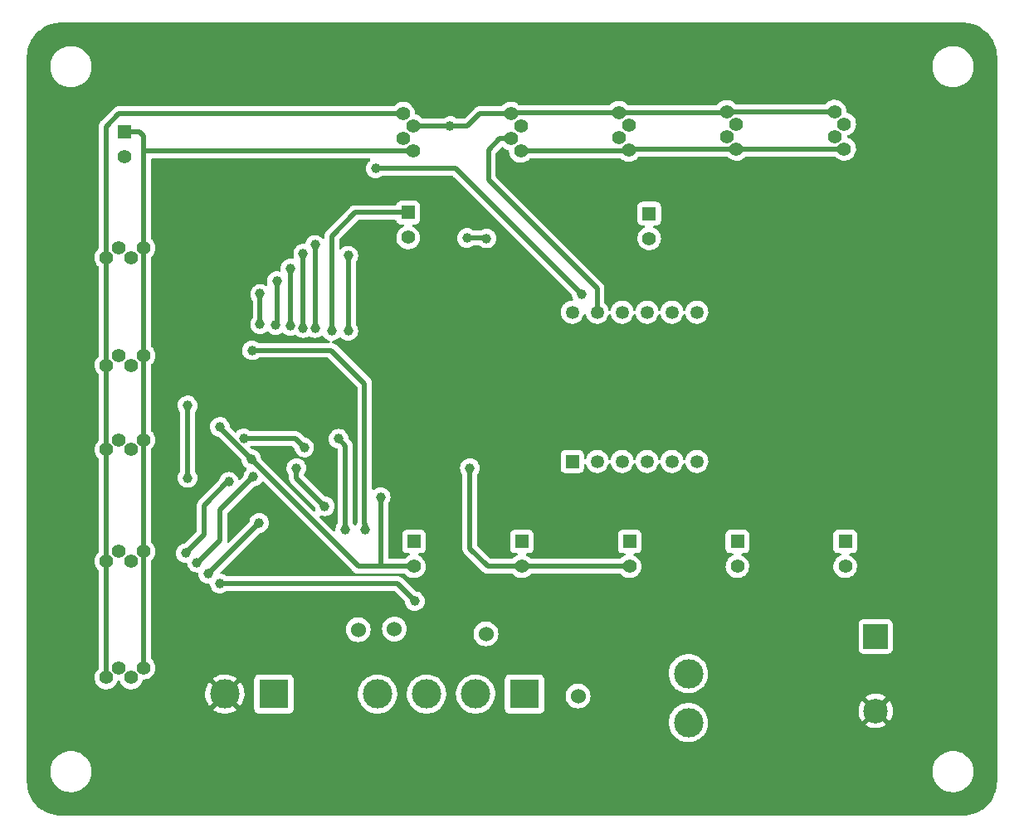
<source format=gbr>
%TF.GenerationSoftware,KiCad,Pcbnew,6.0.10-86aedd382b~118~ubuntu18.04.1*%
%TF.CreationDate,2024-06-09T23:27:39-03:00*%
%TF.ProjectId,salt_ihm,73616c74-5f69-4686-9d2e-6b696361645f,1.5*%
%TF.SameCoordinates,Original*%
%TF.FileFunction,Copper,L1,Top*%
%TF.FilePolarity,Positive*%
%FSLAX46Y46*%
G04 Gerber Fmt 4.6, Leading zero omitted, Abs format (unit mm)*
G04 Created by KiCad (PCBNEW 6.0.10-86aedd382b~118~ubuntu18.04.1) date 2024-06-09 23:27:39*
%MOMM*%
%LPD*%
G01*
G04 APERTURE LIST*
%TA.AperFunction,ComponentPad*%
%ADD10C,1.400000*%
%TD*%
%TA.AperFunction,ComponentPad*%
%ADD11R,1.400000X1.400000*%
%TD*%
%TA.AperFunction,ComponentPad*%
%ADD12C,3.000000*%
%TD*%
%TA.AperFunction,ComponentPad*%
%ADD13R,1.350000X1.350000*%
%TD*%
%TA.AperFunction,ComponentPad*%
%ADD14C,1.350000*%
%TD*%
%TA.AperFunction,ComponentPad*%
%ADD15R,2.500000X2.500000*%
%TD*%
%TA.AperFunction,ComponentPad*%
%ADD16C,2.500000*%
%TD*%
%TA.AperFunction,ComponentPad*%
%ADD17C,1.530000*%
%TD*%
%TA.AperFunction,ComponentPad*%
%ADD18R,3.000000X3.000000*%
%TD*%
%TA.AperFunction,ViaPad*%
%ADD19C,1.000000*%
%TD*%
%TA.AperFunction,Conductor*%
%ADD20C,0.500000*%
%TD*%
G04 APERTURE END LIST*
D10*
%TO.P,LED5,1,RED_CATHODE*%
%TO.N,/CC_5*%
X129405000Y-113500000D03*
%TO.P,LED5,2,COMMON_ANODE*%
%TO.N,/A_D*%
X128135000Y-114500000D03*
%TO.P,LED5,3,BLUE_CATHODE*%
%TO.N,unconnected-(LED5-Pad3)*%
X126865000Y-113500000D03*
%TO.P,LED5,4,GREEN_CATHODE*%
%TO.N,/CC_4*%
X125595000Y-114500000D03*
%TD*%
%TO.P,LED11,1,RED_CATHODE*%
%TO.N,/CC_7*%
X200900000Y-72391000D03*
%TO.P,LED11,2,COMMON_ANODE*%
%TO.N,/A_D*%
X199900000Y-71121000D03*
%TO.P,LED11,3,BLUE_CATHODE*%
%TO.N,unconnected-(LED11-Pad3)*%
X200900000Y-69851000D03*
%TO.P,LED11,4,GREEN_CATHODE*%
%TO.N,/CC_6*%
X199900000Y-68581000D03*
%TD*%
D11*
%TO.P,LED12,1,K*%
%TO.N,/CC_6*%
X156400000Y-78900000D03*
D10*
%TO.P,LED12,2,A*%
%TO.N,/A_DP*%
X156400000Y-81440000D03*
%TD*%
D11*
%TO.P,LED18,1,K*%
%TO.N,/CC_7*%
X201000000Y-112500000D03*
D10*
%TO.P,LED18,2,A*%
%TO.N,/A_G*%
X201000000Y-115040000D03*
%TD*%
D12*
%TO.P,S1,1*%
%TO.N,+5V*%
X185000000Y-126000000D03*
%TO.P,S1,2*%
%TO.N,Net-(R3-Pad1)*%
X185000000Y-131000000D03*
%TD*%
D11*
%TO.P,LED14,1,K*%
%TO.N,/CC_4*%
X157000000Y-112500000D03*
D10*
%TO.P,LED14,2,A*%
%TO.N,/A_DP*%
X157000000Y-115040000D03*
%TD*%
%TO.P,LED2,1,RED_CATHODE*%
%TO.N,/CC_5*%
X129405000Y-82500000D03*
%TO.P,LED2,2,COMMON_ANODE*%
%TO.N,/A_A*%
X128135000Y-83500000D03*
%TO.P,LED2,3,BLUE_CATHODE*%
%TO.N,unconnected-(LED2-Pad3)*%
X126865000Y-82500000D03*
%TO.P,LED2,4,GREEN_CATHODE*%
%TO.N,/CC_4*%
X125595000Y-83500000D03*
%TD*%
%TO.P,LED8,1,RED_CATHODE*%
%TO.N,/CC_7*%
X167900000Y-72605000D03*
%TO.P,LED8,2,COMMON_ANODE*%
%TO.N,/A_A*%
X166900000Y-71335000D03*
%TO.P,LED8,3,BLUE_CATHODE*%
%TO.N,unconnected-(LED8-Pad3)*%
X167900000Y-70065000D03*
%TO.P,LED8,4,GREEN_CATHODE*%
%TO.N,/CC_6*%
X166900000Y-68795000D03*
%TD*%
D11*
%TO.P,LED13,1,K*%
%TO.N,/CC_7*%
X181000000Y-79000000D03*
D10*
%TO.P,LED13,2,A*%
%TO.N,/A_DP*%
X181000000Y-81540000D03*
%TD*%
D11*
%TO.P,LED17,1,K*%
%TO.N,/CC_6*%
X190000000Y-112500000D03*
D10*
%TO.P,LED17,2,A*%
%TO.N,/A_G*%
X190000000Y-115040000D03*
%TD*%
D11*
%TO.P,LED15,1,K*%
%TO.N,/CC_4*%
X168000000Y-112500000D03*
D10*
%TO.P,LED15,2,A*%
%TO.N,/A_G*%
X168000000Y-115040000D03*
%TD*%
%TO.P,LED6,1,RED_CATHODE*%
%TO.N,/CC_5*%
X129405000Y-125400000D03*
%TO.P,LED6,2,COMMON_ANODE*%
%TO.N,/A_E*%
X128135000Y-126400000D03*
%TO.P,LED6,3,BLUE_CATHODE*%
%TO.N,unconnected-(LED6-Pad3)*%
X126865000Y-125400000D03*
%TO.P,LED6,4,GREEN_CATHODE*%
%TO.N,/CC_4*%
X125595000Y-126400000D03*
%TD*%
D11*
%TO.P,LED1,1,K*%
%TO.N,/CC_5*%
X127500000Y-70670000D03*
D10*
%TO.P,LED1,2,A*%
%TO.N,/A_DP*%
X127500000Y-73210000D03*
%TD*%
D11*
%TO.P,LED16,1,K*%
%TO.N,/CC_5*%
X179000000Y-112500000D03*
D10*
%TO.P,LED16,2,A*%
%TO.N,/A_G*%
X179000000Y-115040000D03*
%TD*%
D13*
%TO.P,DS1,1,A_E*%
%TO.N,/A_E*%
X173150000Y-104320000D03*
D14*
%TO.P,DS1,2,A_D*%
%TO.N,/A_D*%
X175690000Y-104320000D03*
%TO.P,DS1,3,A_D.P.*%
%TO.N,/A_DP*%
X178230000Y-104320000D03*
%TO.P,DS1,4,A_C*%
%TO.N,/A_C*%
X180770000Y-104320000D03*
%TO.P,DS1,5,A_G*%
%TO.N,/A_G*%
X183310000Y-104320000D03*
%TO.P,DS1,6,COMMON_K_(DIGIT_4)*%
%TO.N,/CC_3*%
X185850000Y-104320000D03*
%TO.P,DS1,7,A_B*%
%TO.N,/A_B*%
X185850000Y-89080000D03*
%TO.P,DS1,8,COMMON_K_(DIGIT_3)*%
%TO.N,/CC_2*%
X183310000Y-89080000D03*
%TO.P,DS1,9,COMMON_K_(DIGIT_2)*%
%TO.N,/CC_1*%
X180770000Y-89080000D03*
%TO.P,DS1,10,A_F*%
%TO.N,/A_F*%
X178230000Y-89080000D03*
%TO.P,DS1,11,A_A*%
%TO.N,/A_A*%
X175690000Y-89080000D03*
%TO.P,DS1,12,COMMON_K_(DIGIT_1)*%
%TO.N,/CC_0*%
X173150000Y-89080000D03*
%TD*%
D10*
%TO.P,LED10,1,RED_CATHODE*%
%TO.N,/CC_7*%
X189900000Y-72405000D03*
%TO.P,LED10,2,COMMON_ANODE*%
%TO.N,/A_C*%
X188900000Y-71135000D03*
%TO.P,LED10,3,BLUE_CATHODE*%
%TO.N,unconnected-(LED10-Pad3)*%
X189900000Y-69865000D03*
%TO.P,LED10,4,GREEN_CATHODE*%
%TO.N,/CC_6*%
X188900000Y-68595000D03*
%TD*%
%TO.P,LED9,1,RED_CATHODE*%
%TO.N,/CC_7*%
X178900000Y-72505000D03*
%TO.P,LED9,2,COMMON_ANODE*%
%TO.N,/A_B*%
X177900000Y-71235000D03*
%TO.P,LED9,3,BLUE_CATHODE*%
%TO.N,unconnected-(LED9-Pad3)*%
X178900000Y-69965000D03*
%TO.P,LED9,4,GREEN_CATHODE*%
%TO.N,/CC_6*%
X177900000Y-68695000D03*
%TD*%
%TO.P,LED7,1,RED_CATHODE*%
%TO.N,/CC_5*%
X156900000Y-72605000D03*
%TO.P,LED7,2,COMMON_ANODE*%
%TO.N,/A_F*%
X155900000Y-71335000D03*
%TO.P,LED7,3,BLUE_CATHODE*%
%TO.N,/CC_6*%
X156900000Y-70065000D03*
%TO.P,LED7,4,GREEN_CATHODE*%
%TO.N,/CC_4*%
X155900000Y-68795000D03*
%TD*%
%TO.P,LED3,1,RED_CATHODE*%
%TO.N,/CC_5*%
X129405000Y-93500000D03*
%TO.P,LED3,2,COMMON_ANODE*%
%TO.N,/A_B*%
X128135000Y-94500000D03*
%TO.P,LED3,3,BLUE_CATHODE*%
%TO.N,unconnected-(LED3-Pad3)*%
X126865000Y-93500000D03*
%TO.P,LED3,4,GREEN_CATHODE*%
%TO.N,/CC_4*%
X125595000Y-94500000D03*
%TD*%
%TO.P,LED4,1,RED_CATHODE*%
%TO.N,/CC_5*%
X129405000Y-102116000D03*
%TO.P,LED4,2,COMMON_ANODE*%
%TO.N,/A_C*%
X128135000Y-103116000D03*
%TO.P,LED4,3,BLUE_CATHODE*%
%TO.N,unconnected-(LED4-Pad3)*%
X126865000Y-102116000D03*
%TO.P,LED4,4,GREEN_CATHODE*%
%TO.N,/CC_4*%
X125595000Y-103116000D03*
%TD*%
D15*
%TO.P,LS1,1,1*%
%TO.N,Net-(C1-Pad2)*%
X204112000Y-122200000D03*
D16*
%TO.P,LS1,2,2*%
%TO.N,GND*%
X204112000Y-129800000D03*
%TD*%
D17*
%TO.P,TP2,1,1*%
%TO.N,/BUZZER_C*%
X164338000Y-121920000D03*
%TD*%
%TO.P,TP1,1,1*%
%TO.N,/CHOP_SEL*%
X173736000Y-128270000D03*
%TD*%
%TO.P,TP4,1,1*%
%TO.N,/SCL*%
X151310000Y-121500000D03*
%TD*%
D18*
%TO.P,J1,1,1*%
%TO.N,+5V*%
X142708000Y-128076000D03*
D12*
%TO.P,J1,2,2*%
%TO.N,GND*%
X137708000Y-128076000D03*
%TD*%
D17*
%TO.P,TP3,1,1*%
%TO.N,/SDA*%
X155010000Y-121440000D03*
%TD*%
D18*
%TO.P,J2,1,1*%
%TO.N,/CHOP_SEL*%
X168282000Y-128076000D03*
D12*
%TO.P,J2,2,2*%
%TO.N,/BUZZER_C*%
X163282000Y-128076000D03*
%TO.P,J2,3,3*%
%TO.N,/SDA*%
X158282000Y-128076000D03*
%TO.P,J2,4,4*%
%TO.N,/SCL*%
X153282000Y-128076000D03*
%TD*%
D19*
%TO.N,GND*%
X161500000Y-77000000D03*
X149500000Y-75500000D03*
X169500000Y-76500000D03*
X175500000Y-76000000D03*
X187500000Y-76000000D03*
X134500000Y-76500000D03*
X195500000Y-97000000D03*
X181500000Y-97000000D03*
X193115500Y-129815500D03*
X132600000Y-128100000D03*
X134000000Y-96500000D03*
X175000000Y-136325000D03*
%TO.N,+5V*%
X133900000Y-98600000D03*
X133900000Y-106000000D03*
%TO.N,/A_E*%
X140600000Y-105900000D03*
X134866470Y-114666470D03*
%TO.N,/A_D*%
X133700000Y-113700000D03*
X138100000Y-106400000D03*
%TO.N,/A_DP*%
X153600000Y-107951000D03*
X162400000Y-81500000D03*
X137200000Y-100800000D03*
X164398500Y-81540000D03*
X140400000Y-104100000D03*
%TO.N,/A_C*%
X147900500Y-108900500D03*
X145000000Y-105000000D03*
%TO.N,/A_G*%
X162700000Y-105000000D03*
%TO.N,/CC_3*%
X144400000Y-84600000D03*
X144400000Y-90500000D03*
%TO.N,/A_B*%
X139621398Y-101978602D03*
X145800000Y-102900000D03*
%TO.N,/CC_2*%
X143000000Y-85900000D03*
X142900000Y-90400000D03*
%TO.N,/CC_1*%
X141300000Y-87200000D03*
X141300000Y-90300000D03*
%TO.N,/A_F*%
X174100000Y-87250000D03*
X153100000Y-74400000D03*
%TO.N,/SDA*%
X140462000Y-92964000D03*
X152000000Y-111249500D03*
%TO.N,/CC_4*%
X145700000Y-83100000D03*
X136000000Y-115800000D03*
X145700000Y-90700000D03*
X141200000Y-110600000D03*
%TO.N,/CC_5*%
X157100000Y-118600000D03*
X146900000Y-82200000D03*
X146900000Y-90700000D03*
X137200000Y-116800000D03*
%TO.N,/CC_6*%
X160665000Y-70065000D03*
X148600000Y-91000000D03*
%TO.N,/CC_7*%
X150300000Y-91000000D03*
X150300000Y-83300000D03*
%TO.N,/SCL*%
X150000000Y-111249500D03*
X149300000Y-102000000D03*
%TD*%
D20*
%TO.N,+5V*%
X133900000Y-98600000D02*
X133900000Y-106000000D01*
%TO.N,/A_E*%
X140600000Y-105900000D02*
X137200000Y-109300000D01*
X137200000Y-109300000D02*
X137200000Y-112400000D01*
X134933530Y-114666470D02*
X134866470Y-114666470D01*
X137200000Y-112400000D02*
X134933530Y-114666470D01*
%TO.N,/A_D*%
X138000000Y-106400000D02*
X138100000Y-106400000D01*
X133700000Y-113700000D02*
X135600000Y-111800000D01*
X135600000Y-108800000D02*
X138000000Y-106400000D01*
X135600000Y-111800000D02*
X135600000Y-108800000D01*
%TO.N,/A_DP*%
X164358500Y-81500000D02*
X164398500Y-81540000D01*
X137200000Y-100900000D02*
X137200000Y-100800000D01*
X153600000Y-115000000D02*
X153560000Y-115040000D01*
X162400000Y-81500000D02*
X164358500Y-81500000D01*
X140400000Y-104100000D02*
X151340000Y-115040000D01*
X153600000Y-107951000D02*
X153600000Y-115000000D01*
X157000000Y-115040000D02*
X153560000Y-115040000D01*
X140400000Y-104100000D02*
X137200000Y-100900000D01*
X151340000Y-115040000D02*
X153560000Y-115040000D01*
%TO.N,/A_C*%
X145000000Y-106000000D02*
X147900500Y-108900500D01*
X145000000Y-105000000D02*
X145000000Y-106000000D01*
%TO.N,/A_G*%
X162700000Y-113200000D02*
X164540000Y-115040000D01*
X162700000Y-113200000D02*
X162700000Y-105000000D01*
X168000000Y-115040000D02*
X164540000Y-115040000D01*
X168000000Y-115040000D02*
X179000000Y-115040000D01*
%TO.N,/CC_3*%
X144400000Y-90500000D02*
X144400000Y-84600000D01*
%TO.N,/A_B*%
X139621398Y-101978602D02*
X144878602Y-101978602D01*
X144878602Y-101978602D02*
X145800000Y-102900000D01*
%TO.N,/CC_2*%
X143000000Y-85900000D02*
X143000000Y-90300000D01*
X143000000Y-90300000D02*
X142900000Y-90400000D01*
%TO.N,/CC_1*%
X141300000Y-90300000D02*
X141300000Y-87200000D01*
%TO.N,/A_F*%
X161250000Y-74400000D02*
X174100000Y-87250000D01*
X153100000Y-74400000D02*
X161250000Y-74400000D01*
%TO.N,/A_A*%
X165765000Y-71335000D02*
X164600000Y-72500000D01*
X175690000Y-89080000D02*
X175690000Y-86690000D01*
X166900000Y-71335000D02*
X165765000Y-71335000D01*
X164600000Y-75600000D02*
X175690000Y-86690000D01*
X164600000Y-72500000D02*
X164600000Y-75600000D01*
%TO.N,/SDA*%
X148564000Y-92964000D02*
X140462000Y-92964000D01*
X151970000Y-96370000D02*
X148564000Y-92964000D01*
X152000000Y-110728500D02*
X151970000Y-110698500D01*
X151970000Y-110698500D02*
X151970000Y-96370000D01*
X152000000Y-111249500D02*
X152000000Y-110728500D01*
%TO.N,/CC_4*%
X125595000Y-94500000D02*
X125595000Y-83500000D01*
X126905000Y-68795000D02*
X125595000Y-70105000D01*
X136000000Y-115800000D02*
X141200000Y-110600000D01*
X125595000Y-70105000D02*
X125595000Y-83500000D01*
X125595000Y-103116000D02*
X125595000Y-94500000D01*
X125595000Y-126400000D02*
X125595000Y-114500000D01*
X125595000Y-114500000D02*
X125595000Y-103116000D01*
X145700000Y-90700000D02*
X145700000Y-83100000D01*
X155900000Y-68795000D02*
X126905000Y-68795000D01*
%TO.N,/CC_5*%
X129405000Y-82500000D02*
X129405000Y-72505000D01*
X129405000Y-125400000D02*
X129405000Y-113500000D01*
X155300000Y-116800000D02*
X157100000Y-118600000D01*
X137200000Y-116800000D02*
X155300000Y-116800000D01*
X128970000Y-70670000D02*
X127500000Y-70670000D01*
X129505000Y-72605000D02*
X129405000Y-72505000D01*
X129405000Y-71105000D02*
X128970000Y-70670000D01*
X129405000Y-102116000D02*
X129405000Y-93500000D01*
X146900000Y-82600000D02*
X146900000Y-82200000D01*
X129405000Y-72505000D02*
X129405000Y-71105000D01*
X129405000Y-113500000D02*
X129405000Y-102116000D01*
X156900000Y-72605000D02*
X129505000Y-72605000D01*
X146900000Y-90700000D02*
X146900000Y-82600000D01*
X129405000Y-93500000D02*
X129405000Y-82500000D01*
%TO.N,/CC_6*%
X156900000Y-70065000D02*
X160665000Y-70065000D01*
X160665000Y-70065000D02*
X162435000Y-70065000D01*
X177900000Y-68695000D02*
X188800000Y-68695000D01*
X188900000Y-68595000D02*
X199886000Y-68595000D01*
X151000000Y-78900000D02*
X148600000Y-81300000D01*
X162435000Y-70065000D02*
X163705000Y-68795000D01*
X177900000Y-68695000D02*
X167000000Y-68695000D01*
X156400000Y-78900000D02*
X151000000Y-78900000D01*
X163705000Y-68795000D02*
X166900000Y-68795000D01*
X148600000Y-81300000D02*
X148600000Y-91000000D01*
%TO.N,/CC_7*%
X189900000Y-72405000D02*
X179000000Y-72405000D01*
X189900000Y-72405000D02*
X200886000Y-72405000D01*
X150300000Y-91000000D02*
X150300000Y-83300000D01*
X167900000Y-72605000D02*
X178800000Y-72605000D01*
%TO.N,/SCL*%
X150000000Y-111249500D02*
X150000000Y-102700000D01*
X150000000Y-102700000D02*
X149300000Y-102000000D01*
%TD*%
%TA.AperFunction,Conductor*%
%TO.N,GND*%
G36*
X212970489Y-59501976D02*
G01*
X212985093Y-59504250D01*
X212985095Y-59504250D01*
X212993823Y-59505609D01*
X213012867Y-59503119D01*
X213035026Y-59502221D01*
X213336931Y-59517052D01*
X213349036Y-59518245D01*
X213676703Y-59566850D01*
X213688618Y-59569220D01*
X214009951Y-59649709D01*
X214021589Y-59653240D01*
X214333460Y-59764830D01*
X214344702Y-59769486D01*
X214644151Y-59911115D01*
X214654883Y-59916852D01*
X214938989Y-60087138D01*
X214949107Y-60093898D01*
X215215181Y-60291232D01*
X215224557Y-60298927D01*
X215470014Y-60521396D01*
X215478604Y-60529986D01*
X215701073Y-60775443D01*
X215708768Y-60784819D01*
X215891601Y-61031341D01*
X215906102Y-61050893D01*
X215912862Y-61061011D01*
X216083148Y-61345117D01*
X216088885Y-61355849D01*
X216230514Y-61655298D01*
X216235170Y-61666540D01*
X216346760Y-61978411D01*
X216350291Y-61990049D01*
X216430780Y-62311382D01*
X216433150Y-62323297D01*
X216481755Y-62650961D01*
X216482948Y-62663072D01*
X216497423Y-62957713D01*
X216496095Y-62982877D01*
X216495750Y-62985091D01*
X216495750Y-62985095D01*
X216494391Y-62993823D01*
X216495537Y-63002585D01*
X216498453Y-63024886D01*
X216499500Y-63040964D01*
X216499500Y-136951413D01*
X216498024Y-136970489D01*
X216496695Y-136979028D01*
X216494391Y-136993823D01*
X216496189Y-137007573D01*
X216496881Y-137012866D01*
X216497779Y-137035026D01*
X216488711Y-137219623D01*
X216482948Y-137336928D01*
X216481755Y-137349036D01*
X216439158Y-137636209D01*
X216433152Y-137676695D01*
X216430780Y-137688618D01*
X216369402Y-137933656D01*
X216350293Y-138009944D01*
X216346760Y-138021589D01*
X216235170Y-138333460D01*
X216230514Y-138344702D01*
X216088885Y-138644151D01*
X216083148Y-138654883D01*
X215912862Y-138938989D01*
X215906102Y-138949107D01*
X215708768Y-139215181D01*
X215701073Y-139224557D01*
X215478604Y-139470014D01*
X215470014Y-139478604D01*
X215224557Y-139701073D01*
X215215181Y-139708768D01*
X214968659Y-139891601D01*
X214949107Y-139906102D01*
X214938989Y-139912862D01*
X214654883Y-140083148D01*
X214644151Y-140088885D01*
X214344702Y-140230514D01*
X214333460Y-140235170D01*
X214021589Y-140346760D01*
X214009951Y-140350291D01*
X213688618Y-140430780D01*
X213676703Y-140433150D01*
X213349036Y-140481755D01*
X213336931Y-140482948D01*
X213042283Y-140497423D01*
X213017123Y-140496095D01*
X213014909Y-140495750D01*
X213014905Y-140495750D01*
X213006177Y-140494391D01*
X212976093Y-140498325D01*
X212975114Y-140498453D01*
X212959036Y-140499500D01*
X121048587Y-140499500D01*
X121029511Y-140498024D01*
X121014907Y-140495750D01*
X121014905Y-140495750D01*
X121006177Y-140494391D01*
X120987134Y-140496881D01*
X120964974Y-140497779D01*
X120663069Y-140482948D01*
X120650964Y-140481755D01*
X120323297Y-140433150D01*
X120311382Y-140430780D01*
X119990049Y-140350291D01*
X119978411Y-140346760D01*
X119666540Y-140235170D01*
X119655298Y-140230514D01*
X119355849Y-140088885D01*
X119345117Y-140083148D01*
X119061011Y-139912862D01*
X119050893Y-139906102D01*
X119031341Y-139891601D01*
X118784819Y-139708768D01*
X118775443Y-139701073D01*
X118529986Y-139478604D01*
X118521396Y-139470014D01*
X118298927Y-139224557D01*
X118291232Y-139215181D01*
X118093898Y-138949107D01*
X118087138Y-138938989D01*
X117916852Y-138654883D01*
X117911115Y-138644151D01*
X117769486Y-138344702D01*
X117764830Y-138333460D01*
X117653240Y-138021589D01*
X117649707Y-138009944D01*
X117630598Y-137933656D01*
X117569220Y-137688618D01*
X117566848Y-137676695D01*
X117560843Y-137636209D01*
X117518245Y-137349036D01*
X117517052Y-137336928D01*
X117502758Y-137045959D01*
X117504327Y-137019304D01*
X117504703Y-137017072D01*
X117504704Y-137017063D01*
X117505496Y-137012354D01*
X117505647Y-137000000D01*
X117504763Y-136993823D01*
X117501752Y-136972802D01*
X117500500Y-136955223D01*
X117500500Y-136132200D01*
X119898747Y-136132200D01*
X119936129Y-136416149D01*
X120011702Y-136692398D01*
X120013358Y-136696281D01*
X120013360Y-136696286D01*
X120099445Y-136898108D01*
X120124068Y-136955835D01*
X120126237Y-136959460D01*
X120126238Y-136959461D01*
X120160718Y-137017072D01*
X120271146Y-137201585D01*
X120450215Y-137425100D01*
X120569103Y-137537920D01*
X120654897Y-137619337D01*
X120654902Y-137619341D01*
X120657962Y-137622245D01*
X120661388Y-137624707D01*
X120661393Y-137624711D01*
X120791669Y-137718323D01*
X120890543Y-137789371D01*
X120915963Y-137802830D01*
X121139928Y-137921414D01*
X121139931Y-137921416D01*
X121143653Y-137923386D01*
X121278131Y-137972598D01*
X121408655Y-138020363D01*
X121408659Y-138020364D01*
X121412610Y-138021810D01*
X121416724Y-138022707D01*
X121688316Y-138081924D01*
X121688320Y-138081925D01*
X121692436Y-138082822D01*
X121696640Y-138083153D01*
X121696641Y-138083153D01*
X121721037Y-138085073D01*
X121917053Y-138100500D01*
X122071992Y-138100500D01*
X122244449Y-138088743D01*
X122281528Y-138086215D01*
X122281529Y-138086215D01*
X122285737Y-138085928D01*
X122300736Y-138082822D01*
X122351913Y-138072224D01*
X122566186Y-138027850D01*
X122570154Y-138026445D01*
X122570157Y-138026444D01*
X122670428Y-137990936D01*
X122836158Y-137932248D01*
X122977122Y-137859491D01*
X123086902Y-137802830D01*
X123086906Y-137802827D01*
X123090658Y-137800891D01*
X123094114Y-137798462D01*
X123094119Y-137798459D01*
X123321519Y-137638639D01*
X123321522Y-137638636D01*
X123324976Y-137636209D01*
X123534776Y-137441251D01*
X123716177Y-137219623D01*
X123865820Y-136975427D01*
X123874421Y-136955835D01*
X123979241Y-136717047D01*
X123980938Y-136713182D01*
X124059400Y-136437739D01*
X124099754Y-136154196D01*
X124099869Y-136132200D01*
X209898747Y-136132200D01*
X209936129Y-136416149D01*
X210011702Y-136692398D01*
X210013358Y-136696281D01*
X210013360Y-136696286D01*
X210099445Y-136898108D01*
X210124068Y-136955835D01*
X210126237Y-136959460D01*
X210126238Y-136959461D01*
X210160718Y-137017072D01*
X210271146Y-137201585D01*
X210450215Y-137425100D01*
X210569103Y-137537920D01*
X210654897Y-137619337D01*
X210654902Y-137619341D01*
X210657962Y-137622245D01*
X210661388Y-137624707D01*
X210661393Y-137624711D01*
X210791669Y-137718323D01*
X210890543Y-137789371D01*
X210915963Y-137802830D01*
X211139928Y-137921414D01*
X211139931Y-137921416D01*
X211143653Y-137923386D01*
X211278131Y-137972598D01*
X211408655Y-138020363D01*
X211408659Y-138020364D01*
X211412610Y-138021810D01*
X211416724Y-138022707D01*
X211688316Y-138081924D01*
X211688320Y-138081925D01*
X211692436Y-138082822D01*
X211696640Y-138083153D01*
X211696641Y-138083153D01*
X211721037Y-138085073D01*
X211917053Y-138100500D01*
X212071992Y-138100500D01*
X212244449Y-138088743D01*
X212281528Y-138086215D01*
X212281529Y-138086215D01*
X212285737Y-138085928D01*
X212300736Y-138082822D01*
X212351913Y-138072224D01*
X212566186Y-138027850D01*
X212570154Y-138026445D01*
X212570157Y-138026444D01*
X212670428Y-137990936D01*
X212836158Y-137932248D01*
X212977122Y-137859491D01*
X213086902Y-137802830D01*
X213086906Y-137802827D01*
X213090658Y-137800891D01*
X213094114Y-137798462D01*
X213094119Y-137798459D01*
X213321519Y-137638639D01*
X213321522Y-137638636D01*
X213324976Y-137636209D01*
X213534776Y-137441251D01*
X213716177Y-137219623D01*
X213865820Y-136975427D01*
X213874421Y-136955835D01*
X213979241Y-136717047D01*
X213980938Y-136713182D01*
X214059400Y-136437739D01*
X214099754Y-136154196D01*
X214101253Y-135867800D01*
X214063871Y-135583851D01*
X213988298Y-135307602D01*
X213981165Y-135290877D01*
X213877589Y-135048050D01*
X213875932Y-135044165D01*
X213866520Y-135028438D01*
X213731021Y-134802035D01*
X213731018Y-134802030D01*
X213728854Y-134798415D01*
X213549785Y-134574900D01*
X213430897Y-134462080D01*
X213345103Y-134380663D01*
X213345098Y-134380659D01*
X213342038Y-134377755D01*
X213338612Y-134375293D01*
X213338607Y-134375289D01*
X213208331Y-134281677D01*
X213109457Y-134210629D01*
X213036785Y-134172151D01*
X212860072Y-134078586D01*
X212860069Y-134078584D01*
X212856347Y-134076614D01*
X212721869Y-134027402D01*
X212591345Y-133979637D01*
X212591341Y-133979636D01*
X212587390Y-133978190D01*
X212555771Y-133971296D01*
X212311684Y-133918076D01*
X212311680Y-133918075D01*
X212307564Y-133917178D01*
X212303360Y-133916847D01*
X212303359Y-133916847D01*
X212264452Y-133913785D01*
X212082947Y-133899500D01*
X211928008Y-133899500D01*
X211755551Y-133911257D01*
X211718472Y-133913785D01*
X211718471Y-133913785D01*
X211714263Y-133914072D01*
X211710135Y-133914927D01*
X211710134Y-133914927D01*
X211694928Y-133918076D01*
X211433814Y-133972150D01*
X211429846Y-133973555D01*
X211429843Y-133973556D01*
X211412671Y-133979637D01*
X211163842Y-134067752D01*
X211022878Y-134140509D01*
X210913098Y-134197170D01*
X210913094Y-134197173D01*
X210909342Y-134199109D01*
X210905886Y-134201538D01*
X210905881Y-134201541D01*
X210678481Y-134361361D01*
X210678478Y-134361364D01*
X210675024Y-134363791D01*
X210465224Y-134558749D01*
X210283823Y-134780377D01*
X210134180Y-135024573D01*
X210132485Y-135028434D01*
X210132483Y-135028438D01*
X210123874Y-135048050D01*
X210019062Y-135286818D01*
X209940600Y-135562261D01*
X209900246Y-135845804D01*
X209898747Y-136132200D01*
X124099869Y-136132200D01*
X124101253Y-135867800D01*
X124063871Y-135583851D01*
X123988298Y-135307602D01*
X123981165Y-135290877D01*
X123877589Y-135048050D01*
X123875932Y-135044165D01*
X123866520Y-135028438D01*
X123731021Y-134802035D01*
X123731018Y-134802030D01*
X123728854Y-134798415D01*
X123549785Y-134574900D01*
X123430897Y-134462080D01*
X123345103Y-134380663D01*
X123345098Y-134380659D01*
X123342038Y-134377755D01*
X123338612Y-134375293D01*
X123338607Y-134375289D01*
X123208331Y-134281677D01*
X123109457Y-134210629D01*
X123036785Y-134172151D01*
X122860072Y-134078586D01*
X122860069Y-134078584D01*
X122856347Y-134076614D01*
X122721869Y-134027402D01*
X122591345Y-133979637D01*
X122591341Y-133979636D01*
X122587390Y-133978190D01*
X122555771Y-133971296D01*
X122311684Y-133918076D01*
X122311680Y-133918075D01*
X122307564Y-133917178D01*
X122303360Y-133916847D01*
X122303359Y-133916847D01*
X122264452Y-133913785D01*
X122082947Y-133899500D01*
X121928008Y-133899500D01*
X121755551Y-133911257D01*
X121718472Y-133913785D01*
X121718471Y-133913785D01*
X121714263Y-133914072D01*
X121710135Y-133914927D01*
X121710134Y-133914927D01*
X121694928Y-133918076D01*
X121433814Y-133972150D01*
X121429846Y-133973555D01*
X121429843Y-133973556D01*
X121412671Y-133979637D01*
X121163842Y-134067752D01*
X121022878Y-134140509D01*
X120913098Y-134197170D01*
X120913094Y-134197173D01*
X120909342Y-134199109D01*
X120905886Y-134201538D01*
X120905881Y-134201541D01*
X120678481Y-134361361D01*
X120678478Y-134361364D01*
X120675024Y-134363791D01*
X120465224Y-134558749D01*
X120283823Y-134780377D01*
X120134180Y-135024573D01*
X120132485Y-135028434D01*
X120132483Y-135028438D01*
X120123874Y-135048050D01*
X120019062Y-135286818D01*
X119940600Y-135562261D01*
X119900246Y-135845804D01*
X119898747Y-136132200D01*
X117500500Y-136132200D01*
X117500500Y-130937002D01*
X182995380Y-130937002D01*
X183006502Y-131220084D01*
X183057400Y-131498775D01*
X183147058Y-131767514D01*
X183273687Y-132020939D01*
X183276182Y-132024549D01*
X183276185Y-132024554D01*
X183432270Y-132250389D01*
X183434761Y-132253993D01*
X183437731Y-132257205D01*
X183437735Y-132257211D01*
X183557633Y-132386916D01*
X183627065Y-132462027D01*
X183846764Y-132640889D01*
X183850518Y-132643149D01*
X184018090Y-132744036D01*
X184089472Y-132787012D01*
X184227409Y-132845420D01*
X184346309Y-132895768D01*
X184346313Y-132895769D01*
X184350348Y-132897478D01*
X184354591Y-132898603D01*
X184619938Y-132968959D01*
X184619943Y-132968960D01*
X184624186Y-132970085D01*
X184628543Y-132970601D01*
X184628550Y-132970602D01*
X184772884Y-132987685D01*
X184905523Y-133003384D01*
X184909900Y-133003281D01*
X184909903Y-133003281D01*
X185082860Y-132999205D01*
X185188745Y-132996709D01*
X185193062Y-132995990D01*
X185193067Y-132995990D01*
X185463871Y-132950916D01*
X185463877Y-132950915D01*
X185468200Y-132950195D01*
X185472378Y-132948874D01*
X185472385Y-132948872D01*
X185640296Y-132895768D01*
X185738314Y-132864769D01*
X185993697Y-132742136D01*
X185997340Y-132739702D01*
X185997345Y-132739699D01*
X186225603Y-132587182D01*
X186225604Y-132587181D01*
X186229253Y-132584743D01*
X186440281Y-132395730D01*
X186622573Y-132178868D01*
X186772489Y-131938485D01*
X186887040Y-131679376D01*
X186888232Y-131675150D01*
X186962746Y-131410943D01*
X186962747Y-131410940D01*
X186963939Y-131406712D01*
X186991566Y-131201026D01*
X203069975Y-131201026D01*
X203078548Y-131212362D01*
X203178336Y-131285530D01*
X203186106Y-131290385D01*
X203408167Y-131407216D01*
X203416570Y-131410870D01*
X203653450Y-131493592D01*
X203662320Y-131495969D01*
X203908824Y-131542769D01*
X203917935Y-131543807D01*
X204168638Y-131553657D01*
X204177826Y-131553336D01*
X204427235Y-131526022D01*
X204436249Y-131524351D01*
X204678897Y-131460467D01*
X204687569Y-131457481D01*
X204918091Y-131358441D01*
X204926241Y-131354199D01*
X205139597Y-131222170D01*
X205147022Y-131216775D01*
X205148684Y-131215368D01*
X205156990Y-131202765D01*
X205151024Y-131192578D01*
X204124607Y-130166160D01*
X204110887Y-130158668D01*
X204109081Y-130158797D01*
X204102574Y-130162979D01*
X203076526Y-131189028D01*
X203069975Y-131201026D01*
X186991566Y-131201026D01*
X187001652Y-131125933D01*
X187005610Y-131000000D01*
X186985601Y-130717407D01*
X186925975Y-130440453D01*
X186827920Y-130174663D01*
X186795118Y-130113869D01*
X186748200Y-130026916D01*
X186693393Y-129925340D01*
X186607778Y-129809426D01*
X186570286Y-129758666D01*
X202357915Y-129758666D01*
X202369953Y-130009277D01*
X202371071Y-130018380D01*
X202420021Y-130264468D01*
X202422470Y-130273302D01*
X202507261Y-130509462D01*
X202510987Y-130517831D01*
X202629749Y-130738859D01*
X202634678Y-130746597D01*
X202699752Y-130833740D01*
X202710833Y-130842056D01*
X202723054Y-130835392D01*
X203745840Y-129812607D01*
X203752116Y-129801113D01*
X204470668Y-129801113D01*
X204470797Y-129802919D01*
X204474979Y-129809426D01*
X205504115Y-130838561D01*
X205516296Y-130845212D01*
X205524506Y-130839066D01*
X205651752Y-130641240D01*
X205656134Y-130633168D01*
X205759183Y-130404411D01*
X205762322Y-130395785D01*
X205830426Y-130154308D01*
X205832258Y-130145305D01*
X205864109Y-129894931D01*
X205864583Y-129888736D01*
X205866826Y-129803100D01*
X205866677Y-129796902D01*
X205847972Y-129545202D01*
X205846614Y-129536113D01*
X205791242Y-129291404D01*
X205788558Y-129282627D01*
X205697620Y-129048779D01*
X205693673Y-129040503D01*
X205569164Y-128822657D01*
X205564038Y-128815058D01*
X205525024Y-128765569D01*
X205513287Y-128757233D01*
X205501939Y-128763615D01*
X204478160Y-129787393D01*
X204470668Y-129801113D01*
X203752116Y-129801113D01*
X203753332Y-129798887D01*
X203753203Y-129797081D01*
X203749021Y-129790574D01*
X202721366Y-128762920D01*
X202708270Y-128755769D01*
X202698393Y-128762776D01*
X202686242Y-128777387D01*
X202680919Y-128784849D01*
X202550755Y-128999353D01*
X202546585Y-129007535D01*
X202449557Y-129238923D01*
X202446650Y-129247611D01*
X202384887Y-129490803D01*
X202383293Y-129499846D01*
X202358156Y-129749476D01*
X202357915Y-129758666D01*
X186570286Y-129758666D01*
X186540800Y-129718746D01*
X186525078Y-129697460D01*
X186521997Y-129694330D01*
X186329413Y-129498697D01*
X186329408Y-129498692D01*
X186326334Y-129495570D01*
X186101126Y-129323696D01*
X185984220Y-129258226D01*
X185857771Y-129187411D01*
X185857765Y-129187408D01*
X185853947Y-129185270D01*
X185625626Y-129096939D01*
X185593825Y-129084636D01*
X185593822Y-129084635D01*
X185589730Y-129083052D01*
X185585453Y-129082061D01*
X185585451Y-129082060D01*
X185318015Y-129020071D01*
X185318011Y-129020070D01*
X185313747Y-129019082D01*
X185100325Y-129000598D01*
X185035869Y-128995015D01*
X185035867Y-128995015D01*
X185031503Y-128994637D01*
X184748630Y-129010205D01*
X184744324Y-129011061D01*
X184744320Y-129011062D01*
X184610861Y-129037609D01*
X184470774Y-129065474D01*
X184466640Y-129066926D01*
X184466639Y-129066926D01*
X184370880Y-129100554D01*
X184203476Y-129159342D01*
X183952072Y-129289936D01*
X183721576Y-129454651D01*
X183718406Y-129457675D01*
X183718400Y-129457680D01*
X183548229Y-129620015D01*
X183516588Y-129650199D01*
X183513873Y-129653642D01*
X183513872Y-129653644D01*
X183348821Y-129863012D01*
X183341199Y-129872680D01*
X183338997Y-129876471D01*
X183338995Y-129876474D01*
X183312660Y-129921813D01*
X183198907Y-130117654D01*
X183092552Y-130380232D01*
X183091495Y-130384486D01*
X183091494Y-130384490D01*
X183060451Y-130509462D01*
X183024255Y-130655177D01*
X183023808Y-130659540D01*
X183004785Y-130845212D01*
X182995380Y-130937002D01*
X117500500Y-130937002D01*
X117500500Y-129656660D01*
X136486756Y-129656660D01*
X136494028Y-129666798D01*
X136551643Y-129713704D01*
X136558818Y-129718746D01*
X136793939Y-129860301D01*
X136801740Y-129864276D01*
X137054471Y-129971294D01*
X137062753Y-129974129D01*
X137328032Y-130044467D01*
X137336644Y-130046110D01*
X137609189Y-130078367D01*
X137617926Y-130078780D01*
X137892321Y-130072313D01*
X137901020Y-130071491D01*
X138171754Y-130026429D01*
X138180268Y-130024385D01*
X138441950Y-129941625D01*
X138450078Y-129938407D01*
X138697495Y-129819600D01*
X138705099Y-129815262D01*
X138927597Y-129666593D01*
X138932868Y-129658090D01*
X138927267Y-129648820D01*
X137720607Y-128442160D01*
X137706887Y-128434668D01*
X137705081Y-128434797D01*
X137698574Y-128438979D01*
X136493807Y-129643747D01*
X136486756Y-129656660D01*
X117500500Y-129656660D01*
X117500500Y-128017406D01*
X135704052Y-128017406D01*
X135714828Y-128291646D01*
X135715788Y-128300343D01*
X135765097Y-128570335D01*
X135767274Y-128578812D01*
X135854132Y-128839160D01*
X135857480Y-128847242D01*
X135980155Y-129092756D01*
X135984616Y-129100299D01*
X136115692Y-129289949D01*
X136125850Y-129298171D01*
X136139286Y-129291161D01*
X137341840Y-128088607D01*
X137348116Y-128077113D01*
X138066668Y-128077113D01*
X138066797Y-128078919D01*
X138070979Y-128085426D01*
X139276439Y-129290885D01*
X139289625Y-129298085D01*
X139299371Y-129291209D01*
X139327344Y-129257931D01*
X139332491Y-129250847D01*
X139477724Y-129017973D01*
X139481819Y-129010239D01*
X139592793Y-128759221D01*
X139595760Y-128750980D01*
X139670255Y-128486842D01*
X139672033Y-128478254D01*
X139708730Y-128205042D01*
X139709251Y-128198741D01*
X139713010Y-128079163D01*
X139712885Y-128072838D01*
X139693415Y-127797860D01*
X139692180Y-127789182D01*
X139634417Y-127520880D01*
X139631978Y-127512483D01*
X139536979Y-127254978D01*
X139533382Y-127247012D01*
X139403053Y-127005470D01*
X139398365Y-126998082D01*
X139298972Y-126863514D01*
X139288024Y-126855208D01*
X139275630Y-126861924D01*
X138074160Y-128063393D01*
X138066668Y-128077113D01*
X137348116Y-128077113D01*
X137349332Y-128074887D01*
X137349203Y-128073081D01*
X137345021Y-128066574D01*
X136140596Y-126862150D01*
X136127961Y-126855251D01*
X136117442Y-126862922D01*
X136052325Y-126945522D01*
X136047414Y-126952747D01*
X135909556Y-127190089D01*
X135905712Y-127197935D01*
X135802675Y-127452320D01*
X135799970Y-127460645D01*
X135733805Y-127727008D01*
X135732301Y-127735626D01*
X135704327Y-128008651D01*
X135704052Y-128017406D01*
X117500500Y-128017406D01*
X117500500Y-126368440D01*
X124389770Y-126368440D01*
X124390141Y-126374102D01*
X124390141Y-126374106D01*
X124395780Y-126460144D01*
X124404200Y-126588604D01*
X124458511Y-126802452D01*
X124460887Y-126807606D01*
X124527673Y-126952474D01*
X124550883Y-127002821D01*
X124563283Y-127020367D01*
X124671129Y-127172965D01*
X124678222Y-127183002D01*
X124682293Y-127186968D01*
X124682294Y-127186969D01*
X124832190Y-127332993D01*
X124832195Y-127332997D01*
X124836264Y-127336961D01*
X124840987Y-127340117D01*
X124840991Y-127340120D01*
X124924218Y-127395730D01*
X125019717Y-127459540D01*
X125222436Y-127546635D01*
X125327913Y-127570502D01*
X125432085Y-127594074D01*
X125432087Y-127594074D01*
X125437632Y-127595329D01*
X125575457Y-127600744D01*
X125652418Y-127603768D01*
X125652420Y-127603768D01*
X125658098Y-127603991D01*
X125663718Y-127603176D01*
X125663721Y-127603176D01*
X125870826Y-127573147D01*
X125870829Y-127573146D01*
X125876452Y-127572331D01*
X125983477Y-127536001D01*
X126079989Y-127503240D01*
X126079992Y-127503239D01*
X126085379Y-127501410D01*
X126177867Y-127449614D01*
X126272931Y-127396376D01*
X126272932Y-127396375D01*
X126277884Y-127393602D01*
X126447518Y-127252518D01*
X126463214Y-127233645D01*
X126584971Y-127087250D01*
X126584972Y-127087249D01*
X126588602Y-127082884D01*
X126696410Y-126890379D01*
X126705530Y-126863514D01*
X126747434Y-126740067D01*
X126787623Y-126682912D01*
X126852332Y-126656559D01*
X126921016Y-126669373D01*
X126971869Y-126717287D01*
X126985038Y-126749401D01*
X126998511Y-126802452D01*
X127000887Y-126807606D01*
X127067673Y-126952474D01*
X127090883Y-127002821D01*
X127103283Y-127020367D01*
X127211129Y-127172965D01*
X127218222Y-127183002D01*
X127222293Y-127186968D01*
X127222294Y-127186969D01*
X127372190Y-127332993D01*
X127372195Y-127332997D01*
X127376264Y-127336961D01*
X127380987Y-127340117D01*
X127380991Y-127340120D01*
X127464218Y-127395730D01*
X127559717Y-127459540D01*
X127762436Y-127546635D01*
X127867913Y-127570502D01*
X127972085Y-127594074D01*
X127972087Y-127594074D01*
X127977632Y-127595329D01*
X128115457Y-127600744D01*
X128192418Y-127603768D01*
X128192420Y-127603768D01*
X128198098Y-127603991D01*
X128203718Y-127603176D01*
X128203721Y-127603176D01*
X128410826Y-127573147D01*
X128410829Y-127573146D01*
X128416452Y-127572331D01*
X128523477Y-127536001D01*
X128619989Y-127503240D01*
X128619992Y-127503239D01*
X128625379Y-127501410D01*
X128717867Y-127449614D01*
X128812931Y-127396376D01*
X128812932Y-127396375D01*
X128817884Y-127393602D01*
X128987518Y-127252518D01*
X129003214Y-127233645D01*
X129124971Y-127087250D01*
X129124972Y-127087249D01*
X129128602Y-127082884D01*
X129236410Y-126890379D01*
X129305632Y-126686457D01*
X129345821Y-126629303D01*
X129410530Y-126602950D01*
X129427914Y-126602412D01*
X129454104Y-126603441D01*
X129462419Y-126603768D01*
X129462420Y-126603768D01*
X129468098Y-126603991D01*
X129473718Y-126603176D01*
X129473721Y-126603176D01*
X129680826Y-126573147D01*
X129680829Y-126573146D01*
X129686452Y-126572331D01*
X129793477Y-126536001D01*
X129889989Y-126503240D01*
X129889992Y-126503239D01*
X129895379Y-126501410D01*
X129906663Y-126495091D01*
X136486692Y-126495091D01*
X136493561Y-126508007D01*
X137695393Y-127709840D01*
X137709113Y-127717332D01*
X137710919Y-127717203D01*
X137717426Y-127713021D01*
X138901823Y-126528623D01*
X140707500Y-126528623D01*
X140707501Y-129623376D01*
X140714149Y-129684580D01*
X140726261Y-129716889D01*
X140758512Y-129802919D01*
X140764474Y-129818824D01*
X140769769Y-129825889D01*
X140769770Y-129825891D01*
X140844304Y-129925340D01*
X140850454Y-129933546D01*
X140857519Y-129938841D01*
X140958109Y-130014230D01*
X140958111Y-130014231D01*
X140965176Y-130019526D01*
X140973444Y-130022626D01*
X140973445Y-130022626D01*
X140982966Y-130026195D01*
X141099420Y-130069851D01*
X141160623Y-130076500D01*
X142707769Y-130076500D01*
X144255376Y-130076499D01*
X144316580Y-130069851D01*
X144433034Y-130026195D01*
X144442555Y-130022626D01*
X144442556Y-130022626D01*
X144450824Y-130019526D01*
X144457889Y-130014231D01*
X144457891Y-130014230D01*
X144558481Y-129938841D01*
X144565546Y-129933546D01*
X144571696Y-129925340D01*
X144646230Y-129825891D01*
X144646231Y-129825889D01*
X144651526Y-129818824D01*
X144657489Y-129802919D01*
X144689739Y-129716889D01*
X144701851Y-129684580D01*
X144708500Y-129623377D01*
X144708499Y-128013002D01*
X151277380Y-128013002D01*
X151277552Y-128017384D01*
X151277552Y-128017390D01*
X151279731Y-128072838D01*
X151288502Y-128296084D01*
X151339400Y-128574775D01*
X151340789Y-128578937D01*
X151422100Y-128822657D01*
X151429058Y-128843514D01*
X151431017Y-128847434D01*
X151552413Y-129090386D01*
X151555687Y-129096939D01*
X151558182Y-129100549D01*
X151558185Y-129100554D01*
X151714270Y-129326389D01*
X151716761Y-129329993D01*
X151719731Y-129333205D01*
X151719735Y-129333211D01*
X151751002Y-129367035D01*
X151909065Y-129538027D01*
X151912464Y-129540794D01*
X151912467Y-129540797D01*
X152101054Y-129694330D01*
X152128764Y-129716889D01*
X152193875Y-129756089D01*
X152309815Y-129825891D01*
X152371472Y-129863012D01*
X152403264Y-129876474D01*
X152628309Y-129971768D01*
X152628313Y-129971769D01*
X152632348Y-129973478D01*
X152636591Y-129974603D01*
X152901938Y-130044959D01*
X152901943Y-130044960D01*
X152906186Y-130046085D01*
X152910543Y-130046601D01*
X152910550Y-130046602D01*
X153054884Y-130063685D01*
X153187523Y-130079384D01*
X153191900Y-130079281D01*
X153191903Y-130079281D01*
X153364860Y-130075205D01*
X153470745Y-130072709D01*
X153475062Y-130071990D01*
X153475067Y-130071990D01*
X153745871Y-130026916D01*
X153745877Y-130026915D01*
X153750200Y-130026195D01*
X153754378Y-130024874D01*
X153754385Y-130024872D01*
X153923795Y-129971294D01*
X154020314Y-129940769D01*
X154275697Y-129818136D01*
X154279340Y-129815702D01*
X154279345Y-129815699D01*
X154507603Y-129663182D01*
X154507604Y-129663181D01*
X154511253Y-129660743D01*
X154722281Y-129471730D01*
X154904573Y-129254868D01*
X154914282Y-129239301D01*
X155052167Y-129018208D01*
X155054489Y-129014485D01*
X155165705Y-128762920D01*
X155167265Y-128759391D01*
X155169040Y-128755376D01*
X155221227Y-128570335D01*
X155244746Y-128486943D01*
X155244747Y-128486940D01*
X155245939Y-128482712D01*
X155283652Y-128201933D01*
X155285475Y-128143917D01*
X155287511Y-128079163D01*
X155287511Y-128079155D01*
X155287610Y-128076000D01*
X155283149Y-128013002D01*
X156277380Y-128013002D01*
X156277552Y-128017384D01*
X156277552Y-128017390D01*
X156279731Y-128072838D01*
X156288502Y-128296084D01*
X156339400Y-128574775D01*
X156340789Y-128578937D01*
X156422100Y-128822657D01*
X156429058Y-128843514D01*
X156431017Y-128847434D01*
X156552413Y-129090386D01*
X156555687Y-129096939D01*
X156558182Y-129100549D01*
X156558185Y-129100554D01*
X156714270Y-129326389D01*
X156716761Y-129329993D01*
X156719731Y-129333205D01*
X156719735Y-129333211D01*
X156751002Y-129367035D01*
X156909065Y-129538027D01*
X156912464Y-129540794D01*
X156912467Y-129540797D01*
X157101054Y-129694330D01*
X157128764Y-129716889D01*
X157193875Y-129756089D01*
X157309815Y-129825891D01*
X157371472Y-129863012D01*
X157403264Y-129876474D01*
X157628309Y-129971768D01*
X157628313Y-129971769D01*
X157632348Y-129973478D01*
X157636591Y-129974603D01*
X157901938Y-130044959D01*
X157901943Y-130044960D01*
X157906186Y-130046085D01*
X157910543Y-130046601D01*
X157910550Y-130046602D01*
X158054884Y-130063685D01*
X158187523Y-130079384D01*
X158191900Y-130079281D01*
X158191903Y-130079281D01*
X158364860Y-130075205D01*
X158470745Y-130072709D01*
X158475062Y-130071990D01*
X158475067Y-130071990D01*
X158745871Y-130026916D01*
X158745877Y-130026915D01*
X158750200Y-130026195D01*
X158754378Y-130024874D01*
X158754385Y-130024872D01*
X158923795Y-129971294D01*
X159020314Y-129940769D01*
X159275697Y-129818136D01*
X159279340Y-129815702D01*
X159279345Y-129815699D01*
X159507603Y-129663182D01*
X159507604Y-129663181D01*
X159511253Y-129660743D01*
X159722281Y-129471730D01*
X159904573Y-129254868D01*
X159914282Y-129239301D01*
X160052167Y-129018208D01*
X160054489Y-129014485D01*
X160165705Y-128762920D01*
X160167265Y-128759391D01*
X160169040Y-128755376D01*
X160221227Y-128570335D01*
X160244746Y-128486943D01*
X160244747Y-128486940D01*
X160245939Y-128482712D01*
X160283652Y-128201933D01*
X160285475Y-128143917D01*
X160287511Y-128079163D01*
X160287511Y-128079155D01*
X160287610Y-128076000D01*
X160283149Y-128013002D01*
X161277380Y-128013002D01*
X161277552Y-128017384D01*
X161277552Y-128017390D01*
X161279731Y-128072838D01*
X161288502Y-128296084D01*
X161339400Y-128574775D01*
X161340789Y-128578937D01*
X161422100Y-128822657D01*
X161429058Y-128843514D01*
X161431017Y-128847434D01*
X161552413Y-129090386D01*
X161555687Y-129096939D01*
X161558182Y-129100549D01*
X161558185Y-129100554D01*
X161714270Y-129326389D01*
X161716761Y-129329993D01*
X161719731Y-129333205D01*
X161719735Y-129333211D01*
X161751002Y-129367035D01*
X161909065Y-129538027D01*
X161912464Y-129540794D01*
X161912467Y-129540797D01*
X162101054Y-129694330D01*
X162128764Y-129716889D01*
X162193875Y-129756089D01*
X162309815Y-129825891D01*
X162371472Y-129863012D01*
X162403264Y-129876474D01*
X162628309Y-129971768D01*
X162628313Y-129971769D01*
X162632348Y-129973478D01*
X162636591Y-129974603D01*
X162901938Y-130044959D01*
X162901943Y-130044960D01*
X162906186Y-130046085D01*
X162910543Y-130046601D01*
X162910550Y-130046602D01*
X163054884Y-130063685D01*
X163187523Y-130079384D01*
X163191900Y-130079281D01*
X163191903Y-130079281D01*
X163364860Y-130075205D01*
X163470745Y-130072709D01*
X163475062Y-130071990D01*
X163475067Y-130071990D01*
X163745871Y-130026916D01*
X163745877Y-130026915D01*
X163750200Y-130026195D01*
X163754378Y-130024874D01*
X163754385Y-130024872D01*
X163923795Y-129971294D01*
X164020314Y-129940769D01*
X164275697Y-129818136D01*
X164279340Y-129815702D01*
X164279345Y-129815699D01*
X164507603Y-129663182D01*
X164507604Y-129663181D01*
X164511253Y-129660743D01*
X164722281Y-129471730D01*
X164904573Y-129254868D01*
X164914282Y-129239301D01*
X165052167Y-129018208D01*
X165054489Y-129014485D01*
X165165705Y-128762920D01*
X165167265Y-128759391D01*
X165169040Y-128755376D01*
X165221227Y-128570335D01*
X165244746Y-128486943D01*
X165244747Y-128486940D01*
X165245939Y-128482712D01*
X165283652Y-128201933D01*
X165285475Y-128143917D01*
X165287511Y-128079163D01*
X165287511Y-128079155D01*
X165287610Y-128076000D01*
X165267601Y-127793407D01*
X165207975Y-127516453D01*
X165161313Y-127389971D01*
X165111438Y-127254777D01*
X165111437Y-127254774D01*
X165109920Y-127250663D01*
X165077118Y-127189869D01*
X165015072Y-127074878D01*
X164975393Y-127001340D01*
X164807078Y-126773460D01*
X164783395Y-126749402D01*
X164611413Y-126574697D01*
X164611408Y-126574692D01*
X164608334Y-126571570D01*
X164552060Y-126528623D01*
X166281500Y-126528623D01*
X166281501Y-129623376D01*
X166288149Y-129684580D01*
X166300261Y-129716889D01*
X166332512Y-129802919D01*
X166338474Y-129818824D01*
X166343769Y-129825889D01*
X166343770Y-129825891D01*
X166418304Y-129925340D01*
X166424454Y-129933546D01*
X166431519Y-129938841D01*
X166532109Y-130014230D01*
X166532111Y-130014231D01*
X166539176Y-130019526D01*
X166547444Y-130022626D01*
X166547445Y-130022626D01*
X166556966Y-130026195D01*
X166673420Y-130069851D01*
X166734623Y-130076500D01*
X168281769Y-130076500D01*
X169829376Y-130076499D01*
X169890580Y-130069851D01*
X170007034Y-130026195D01*
X170016555Y-130022626D01*
X170016556Y-130022626D01*
X170024824Y-130019526D01*
X170031889Y-130014231D01*
X170031891Y-130014230D01*
X170132481Y-129938841D01*
X170139546Y-129933546D01*
X170145696Y-129925340D01*
X170220230Y-129825891D01*
X170220231Y-129825889D01*
X170225526Y-129818824D01*
X170231489Y-129802919D01*
X170263739Y-129716889D01*
X170275851Y-129684580D01*
X170282500Y-129623377D01*
X170282500Y-128270000D01*
X172465666Y-128270000D01*
X172484965Y-128490591D01*
X172542277Y-128704480D01*
X172635858Y-128905167D01*
X172762868Y-129086555D01*
X172919445Y-129243132D01*
X173100833Y-129370142D01*
X173218841Y-129425169D01*
X173296617Y-129461437D01*
X173296620Y-129461438D01*
X173301520Y-129463723D01*
X173515409Y-129521035D01*
X173736000Y-129540334D01*
X173956591Y-129521035D01*
X174170480Y-129463723D01*
X174175380Y-129461438D01*
X174175383Y-129461437D01*
X174253159Y-129425169D01*
X174371167Y-129370142D01*
X174552555Y-129243132D01*
X174709132Y-129086555D01*
X174836142Y-128905167D01*
X174929723Y-128704480D01*
X174987035Y-128490591D01*
X174995240Y-128396808D01*
X203067483Y-128396808D01*
X203071984Y-128406430D01*
X204099393Y-129433840D01*
X204113113Y-129441332D01*
X204114919Y-129441203D01*
X204121426Y-129437021D01*
X205148214Y-128410232D01*
X205154495Y-128398730D01*
X205145232Y-128386810D01*
X205006471Y-128290549D01*
X204998551Y-128285883D01*
X204773530Y-128174915D01*
X204765015Y-128171475D01*
X204526057Y-128094984D01*
X204517137Y-128092842D01*
X204269493Y-128052511D01*
X204260342Y-128051711D01*
X204009474Y-128048426D01*
X204000298Y-128048988D01*
X203751689Y-128082822D01*
X203742721Y-128084728D01*
X203501832Y-128154941D01*
X203493247Y-128158150D01*
X203265384Y-128263197D01*
X203257354Y-128267648D01*
X203076475Y-128386237D01*
X203067483Y-128396808D01*
X174995240Y-128396808D01*
X175006334Y-128270000D01*
X174987035Y-128049409D01*
X174929723Y-127835520D01*
X174908116Y-127789182D01*
X174883102Y-127735540D01*
X174836142Y-127634833D01*
X174709132Y-127453445D01*
X174552555Y-127296868D01*
X174371167Y-127169858D01*
X174184649Y-127082884D01*
X174175383Y-127078563D01*
X174175380Y-127078562D01*
X174170480Y-127076277D01*
X173956591Y-127018965D01*
X173736000Y-126999666D01*
X173515409Y-127018965D01*
X173301520Y-127076277D01*
X173296620Y-127078562D01*
X173296617Y-127078563D01*
X173287351Y-127082884D01*
X173100833Y-127169858D01*
X172919445Y-127296868D01*
X172762868Y-127453445D01*
X172635858Y-127634833D01*
X172588898Y-127735540D01*
X172563885Y-127789182D01*
X172542277Y-127835520D01*
X172484965Y-128049409D01*
X172465666Y-128270000D01*
X170282500Y-128270000D01*
X170282499Y-126528624D01*
X170275851Y-126467420D01*
X170225526Y-126333176D01*
X170173579Y-126263863D01*
X170144841Y-126225519D01*
X170139546Y-126218454D01*
X170063042Y-126161117D01*
X170031891Y-126137770D01*
X170031889Y-126137769D01*
X170024824Y-126132474D01*
X169890580Y-126082149D01*
X169829377Y-126075500D01*
X168282231Y-126075500D01*
X166734624Y-126075501D01*
X166673420Y-126082149D01*
X166539176Y-126132474D01*
X166532111Y-126137769D01*
X166532109Y-126137770D01*
X166500958Y-126161117D01*
X166424454Y-126218454D01*
X166419159Y-126225519D01*
X166390422Y-126263863D01*
X166338474Y-126333176D01*
X166288149Y-126467420D01*
X166281500Y-126528623D01*
X164552060Y-126528623D01*
X164383126Y-126399696D01*
X164279111Y-126341445D01*
X164139771Y-126263411D01*
X164139765Y-126263408D01*
X164135947Y-126261270D01*
X163877068Y-126161117D01*
X163875825Y-126160636D01*
X163875822Y-126160635D01*
X163871730Y-126159052D01*
X163867453Y-126158061D01*
X163867451Y-126158060D01*
X163600015Y-126096071D01*
X163600011Y-126096070D01*
X163595747Y-126095082D01*
X163382325Y-126076598D01*
X163317869Y-126071015D01*
X163317867Y-126071015D01*
X163313503Y-126070637D01*
X163030630Y-126086205D01*
X163026324Y-126087061D01*
X163026320Y-126087062D01*
X162892861Y-126113609D01*
X162752774Y-126141474D01*
X162748640Y-126142926D01*
X162748639Y-126142926D01*
X162702719Y-126159052D01*
X162485476Y-126235342D01*
X162234072Y-126365936D01*
X162003576Y-126530651D01*
X162000406Y-126533675D01*
X162000400Y-126533680D01*
X161807930Y-126717287D01*
X161798588Y-126726199D01*
X161795873Y-126729642D01*
X161795872Y-126729644D01*
X161669160Y-126890379D01*
X161623199Y-126948680D01*
X161620997Y-126952471D01*
X161620995Y-126952474D01*
X161594747Y-126997663D01*
X161480907Y-127193654D01*
X161374552Y-127456232D01*
X161373495Y-127460486D01*
X161373494Y-127460490D01*
X161338051Y-127603176D01*
X161306255Y-127731177D01*
X161305808Y-127735540D01*
X161279039Y-127996812D01*
X161277380Y-128013002D01*
X160283149Y-128013002D01*
X160267601Y-127793407D01*
X160207975Y-127516453D01*
X160161313Y-127389971D01*
X160111438Y-127254777D01*
X160111437Y-127254774D01*
X160109920Y-127250663D01*
X160077118Y-127189869D01*
X160015072Y-127074878D01*
X159975393Y-127001340D01*
X159807078Y-126773460D01*
X159783395Y-126749402D01*
X159611413Y-126574697D01*
X159611408Y-126574692D01*
X159608334Y-126571570D01*
X159383126Y-126399696D01*
X159279111Y-126341445D01*
X159139771Y-126263411D01*
X159139765Y-126263408D01*
X159135947Y-126261270D01*
X158877068Y-126161117D01*
X158875825Y-126160636D01*
X158875822Y-126160635D01*
X158871730Y-126159052D01*
X158867453Y-126158061D01*
X158867451Y-126158060D01*
X158600015Y-126096071D01*
X158600011Y-126096070D01*
X158595747Y-126095082D01*
X158382325Y-126076598D01*
X158317869Y-126071015D01*
X158317867Y-126071015D01*
X158313503Y-126070637D01*
X158030630Y-126086205D01*
X158026324Y-126087061D01*
X158026320Y-126087062D01*
X157892861Y-126113609D01*
X157752774Y-126141474D01*
X157748640Y-126142926D01*
X157748639Y-126142926D01*
X157702719Y-126159052D01*
X157485476Y-126235342D01*
X157234072Y-126365936D01*
X157003576Y-126530651D01*
X157000406Y-126533675D01*
X157000400Y-126533680D01*
X156807930Y-126717287D01*
X156798588Y-126726199D01*
X156795873Y-126729642D01*
X156795872Y-126729644D01*
X156669160Y-126890379D01*
X156623199Y-126948680D01*
X156620997Y-126952471D01*
X156620995Y-126952474D01*
X156594747Y-126997663D01*
X156480907Y-127193654D01*
X156374552Y-127456232D01*
X156373495Y-127460486D01*
X156373494Y-127460490D01*
X156338051Y-127603176D01*
X156306255Y-127731177D01*
X156305808Y-127735540D01*
X156279039Y-127996812D01*
X156277380Y-128013002D01*
X155283149Y-128013002D01*
X155267601Y-127793407D01*
X155207975Y-127516453D01*
X155161313Y-127389971D01*
X155111438Y-127254777D01*
X155111437Y-127254774D01*
X155109920Y-127250663D01*
X155077118Y-127189869D01*
X155015072Y-127074878D01*
X154975393Y-127001340D01*
X154807078Y-126773460D01*
X154783395Y-126749402D01*
X154611413Y-126574697D01*
X154611408Y-126574692D01*
X154608334Y-126571570D01*
X154383126Y-126399696D01*
X154279111Y-126341445D01*
X154139771Y-126263411D01*
X154139765Y-126263408D01*
X154135947Y-126261270D01*
X153877068Y-126161117D01*
X153875825Y-126160636D01*
X153875822Y-126160635D01*
X153871730Y-126159052D01*
X153867453Y-126158061D01*
X153867451Y-126158060D01*
X153600015Y-126096071D01*
X153600011Y-126096070D01*
X153595747Y-126095082D01*
X153382325Y-126076598D01*
X153317869Y-126071015D01*
X153317867Y-126071015D01*
X153313503Y-126070637D01*
X153030630Y-126086205D01*
X153026324Y-126087061D01*
X153026320Y-126087062D01*
X152892861Y-126113609D01*
X152752774Y-126141474D01*
X152748640Y-126142926D01*
X152748639Y-126142926D01*
X152702719Y-126159052D01*
X152485476Y-126235342D01*
X152234072Y-126365936D01*
X152003576Y-126530651D01*
X152000406Y-126533675D01*
X152000400Y-126533680D01*
X151807930Y-126717287D01*
X151798588Y-126726199D01*
X151795873Y-126729642D01*
X151795872Y-126729644D01*
X151669160Y-126890379D01*
X151623199Y-126948680D01*
X151620997Y-126952471D01*
X151620995Y-126952474D01*
X151594747Y-126997663D01*
X151480907Y-127193654D01*
X151374552Y-127456232D01*
X151373495Y-127460486D01*
X151373494Y-127460490D01*
X151338051Y-127603176D01*
X151306255Y-127731177D01*
X151305808Y-127735540D01*
X151279039Y-127996812D01*
X151277380Y-128013002D01*
X144708499Y-128013002D01*
X144708499Y-126528624D01*
X144701851Y-126467420D01*
X144651526Y-126333176D01*
X144599579Y-126263863D01*
X144570841Y-126225519D01*
X144565546Y-126218454D01*
X144489042Y-126161117D01*
X144457891Y-126137770D01*
X144457889Y-126137769D01*
X144450824Y-126132474D01*
X144316580Y-126082149D01*
X144255377Y-126075500D01*
X142708231Y-126075500D01*
X141160624Y-126075501D01*
X141099420Y-126082149D01*
X140965176Y-126132474D01*
X140958111Y-126137769D01*
X140958109Y-126137770D01*
X140926958Y-126161117D01*
X140850454Y-126218454D01*
X140845159Y-126225519D01*
X140816422Y-126263863D01*
X140764474Y-126333176D01*
X140714149Y-126467420D01*
X140707500Y-126528623D01*
X138901823Y-126528623D01*
X138921858Y-126508588D01*
X138928602Y-126496237D01*
X138920526Y-126485343D01*
X138812331Y-126402771D01*
X138805033Y-126397977D01*
X138565554Y-126263863D01*
X138557644Y-126260141D01*
X138301682Y-126161117D01*
X138293300Y-126158538D01*
X138025942Y-126096568D01*
X138017305Y-126095199D01*
X137743861Y-126071516D01*
X137735119Y-126071379D01*
X137461075Y-126086461D01*
X137452383Y-126087559D01*
X137183213Y-126141100D01*
X137174762Y-126143412D01*
X136915815Y-126234348D01*
X136907783Y-126237824D01*
X136664223Y-126364343D01*
X136656769Y-126368911D01*
X136494962Y-126484539D01*
X136486692Y-126495091D01*
X129906663Y-126495091D01*
X129980576Y-126453698D01*
X130082931Y-126396376D01*
X130082932Y-126396375D01*
X130087884Y-126393602D01*
X130257518Y-126252518D01*
X130357358Y-126132474D01*
X130394971Y-126087250D01*
X130394972Y-126087249D01*
X130398602Y-126082884D01*
X130402534Y-126075864D01*
X130480300Y-125937002D01*
X182995380Y-125937002D01*
X182995552Y-125941384D01*
X182995552Y-125941390D01*
X183001242Y-126086205D01*
X183006502Y-126220084D01*
X183057400Y-126498775D01*
X183090554Y-126598149D01*
X183134424Y-126729644D01*
X183147058Y-126767514D01*
X183167091Y-126807606D01*
X183265958Y-127005470D01*
X183273687Y-127020939D01*
X183276182Y-127024549D01*
X183276185Y-127024554D01*
X183385696Y-127183002D01*
X183434761Y-127253993D01*
X183437731Y-127257205D01*
X183437735Y-127257211D01*
X183557633Y-127386916D01*
X183627065Y-127462027D01*
X183630464Y-127464794D01*
X183630467Y-127464797D01*
X183801168Y-127603768D01*
X183846764Y-127640889D01*
X183850518Y-127643149D01*
X184018090Y-127744036D01*
X184089472Y-127787012D01*
X184204028Y-127835520D01*
X184346309Y-127895768D01*
X184346313Y-127895769D01*
X184350348Y-127897478D01*
X184354591Y-127898603D01*
X184619938Y-127968959D01*
X184619943Y-127968960D01*
X184624186Y-127970085D01*
X184628543Y-127970601D01*
X184628550Y-127970602D01*
X184772884Y-127987685D01*
X184905523Y-128003384D01*
X184909900Y-128003281D01*
X184909903Y-128003281D01*
X185082860Y-127999205D01*
X185188745Y-127996709D01*
X185193062Y-127995990D01*
X185193067Y-127995990D01*
X185463871Y-127950916D01*
X185463877Y-127950915D01*
X185468200Y-127950195D01*
X185472378Y-127948874D01*
X185472385Y-127948872D01*
X185640296Y-127895768D01*
X185738314Y-127864769D01*
X185993697Y-127742136D01*
X185997340Y-127739702D01*
X185997345Y-127739699D01*
X186225603Y-127587182D01*
X186225604Y-127587181D01*
X186229253Y-127584743D01*
X186440281Y-127395730D01*
X186622573Y-127178868D01*
X186626255Y-127172965D01*
X186770167Y-126942208D01*
X186772489Y-126938485D01*
X186887040Y-126679376D01*
X186909090Y-126601193D01*
X186962746Y-126410943D01*
X186962747Y-126410940D01*
X186963939Y-126406712D01*
X187001652Y-126125933D01*
X187005610Y-126000000D01*
X186985601Y-125717407D01*
X186925975Y-125440453D01*
X186827920Y-125174663D01*
X186795118Y-125113869D01*
X186700558Y-124938620D01*
X186693393Y-124925340D01*
X186525078Y-124697460D01*
X186481945Y-124653644D01*
X186329413Y-124498697D01*
X186329408Y-124498692D01*
X186326334Y-124495570D01*
X186101126Y-124323696D01*
X185978692Y-124255130D01*
X185857771Y-124187411D01*
X185857765Y-124187408D01*
X185853947Y-124185270D01*
X185706348Y-124128168D01*
X185593825Y-124084636D01*
X185593822Y-124084635D01*
X185589730Y-124083052D01*
X185585453Y-124082061D01*
X185585451Y-124082060D01*
X185318015Y-124020071D01*
X185318011Y-124020070D01*
X185313747Y-124019082D01*
X185100325Y-124000598D01*
X185035869Y-123995015D01*
X185035867Y-123995015D01*
X185031503Y-123994637D01*
X184748630Y-124010205D01*
X184744324Y-124011061D01*
X184744320Y-124011062D01*
X184610861Y-124037609D01*
X184470774Y-124065474D01*
X184203476Y-124159342D01*
X183952072Y-124289936D01*
X183721576Y-124454651D01*
X183718406Y-124457675D01*
X183718400Y-124457680D01*
X183604491Y-124566344D01*
X183516588Y-124650199D01*
X183513873Y-124653642D01*
X183513872Y-124653644D01*
X183418083Y-124775153D01*
X183341199Y-124872680D01*
X183198907Y-125117654D01*
X183092552Y-125380232D01*
X183091495Y-125384486D01*
X183091494Y-125384490D01*
X183072872Y-125459458D01*
X183024255Y-125655177D01*
X183023808Y-125659540D01*
X183014705Y-125748391D01*
X182995380Y-125937002D01*
X130480300Y-125937002D01*
X130503631Y-125895341D01*
X130506410Y-125890379D01*
X130577331Y-125681452D01*
X130608991Y-125463098D01*
X130610643Y-125400000D01*
X130590454Y-125180289D01*
X130530565Y-124967936D01*
X130432980Y-124770053D01*
X130300967Y-124593267D01*
X130198662Y-124498697D01*
X130195329Y-124495616D01*
X130159462Y-124435655D01*
X130155500Y-124404560D01*
X130155500Y-121500000D01*
X150039666Y-121500000D01*
X150058965Y-121720591D01*
X150116277Y-121934480D01*
X150209858Y-122135167D01*
X150336868Y-122316555D01*
X150493445Y-122473132D01*
X150674833Y-122600142D01*
X150749849Y-122635122D01*
X150870617Y-122691437D01*
X150870620Y-122691438D01*
X150875520Y-122693723D01*
X151089409Y-122751035D01*
X151310000Y-122770334D01*
X151530591Y-122751035D01*
X151744480Y-122693723D01*
X151749380Y-122691438D01*
X151749383Y-122691437D01*
X151870151Y-122635122D01*
X151945167Y-122600142D01*
X152126555Y-122473132D01*
X152283132Y-122316555D01*
X152410142Y-122135167D01*
X152503723Y-121934480D01*
X152561035Y-121720591D01*
X152580334Y-121500000D01*
X152575085Y-121440000D01*
X153739666Y-121440000D01*
X153758965Y-121660591D01*
X153816277Y-121874480D01*
X153909858Y-122075167D01*
X154036868Y-122256555D01*
X154193445Y-122413132D01*
X154374833Y-122540142D01*
X154407055Y-122555167D01*
X154570617Y-122631437D01*
X154570620Y-122631438D01*
X154575520Y-122633723D01*
X154789409Y-122691035D01*
X155010000Y-122710334D01*
X155230591Y-122691035D01*
X155444480Y-122633723D01*
X155449380Y-122631438D01*
X155449383Y-122631437D01*
X155612945Y-122555167D01*
X155645167Y-122540142D01*
X155826555Y-122413132D01*
X155983132Y-122256555D01*
X156110142Y-122075167D01*
X156182497Y-121920000D01*
X163067666Y-121920000D01*
X163086965Y-122140591D01*
X163144277Y-122354480D01*
X163237858Y-122555167D01*
X163364868Y-122736555D01*
X163521445Y-122893132D01*
X163702833Y-123020142D01*
X163820841Y-123075169D01*
X163898617Y-123111437D01*
X163898620Y-123111438D01*
X163903520Y-123113723D01*
X164117409Y-123171035D01*
X164338000Y-123190334D01*
X164558591Y-123171035D01*
X164772480Y-123113723D01*
X164777380Y-123111438D01*
X164777383Y-123111437D01*
X164855159Y-123075169D01*
X164973167Y-123020142D01*
X165154555Y-122893132D01*
X165311132Y-122736555D01*
X165438142Y-122555167D01*
X165531723Y-122354480D01*
X165589035Y-122140591D01*
X165608334Y-121920000D01*
X165589035Y-121699409D01*
X165531723Y-121485520D01*
X165438142Y-121284833D01*
X165311132Y-121103445D01*
X165154555Y-120946868D01*
X165091367Y-120902623D01*
X202361500Y-120902623D01*
X202361501Y-123497376D01*
X202368149Y-123558580D01*
X202418474Y-123692824D01*
X202504454Y-123807546D01*
X202511519Y-123812841D01*
X202612109Y-123888230D01*
X202612111Y-123888231D01*
X202619176Y-123893526D01*
X202753420Y-123943851D01*
X202814623Y-123950500D01*
X204111807Y-123950500D01*
X205409376Y-123950499D01*
X205470580Y-123943851D01*
X205604824Y-123893526D01*
X205611889Y-123888231D01*
X205611891Y-123888230D01*
X205712481Y-123812841D01*
X205719546Y-123807546D01*
X205805526Y-123692824D01*
X205855851Y-123558580D01*
X205862500Y-123497377D01*
X205862499Y-120902624D01*
X205855851Y-120841420D01*
X205818152Y-120740856D01*
X205808626Y-120715445D01*
X205808626Y-120715444D01*
X205805526Y-120707176D01*
X205791065Y-120687880D01*
X205724841Y-120599519D01*
X205719546Y-120592454D01*
X205712481Y-120587159D01*
X205611891Y-120511770D01*
X205611889Y-120511769D01*
X205604824Y-120506474D01*
X205470580Y-120456149D01*
X205409377Y-120449500D01*
X204112194Y-120449500D01*
X202814624Y-120449501D01*
X202753420Y-120456149D01*
X202619176Y-120506474D01*
X202612111Y-120511769D01*
X202612109Y-120511770D01*
X202511519Y-120587159D01*
X202504454Y-120592454D01*
X202499159Y-120599519D01*
X202432936Y-120687880D01*
X202418474Y-120707176D01*
X202415374Y-120715444D01*
X202415374Y-120715445D01*
X202403632Y-120746768D01*
X202368149Y-120841420D01*
X202361500Y-120902623D01*
X165091367Y-120902623D01*
X164973167Y-120819858D01*
X164855159Y-120764831D01*
X164777383Y-120728563D01*
X164777380Y-120728562D01*
X164772480Y-120726277D01*
X164558591Y-120668965D01*
X164338000Y-120649666D01*
X164117409Y-120668965D01*
X163903520Y-120726277D01*
X163898620Y-120728562D01*
X163898617Y-120728563D01*
X163820841Y-120764831D01*
X163702833Y-120819858D01*
X163521445Y-120946868D01*
X163364868Y-121103445D01*
X163237858Y-121284833D01*
X163144277Y-121485520D01*
X163086965Y-121699409D01*
X163067666Y-121920000D01*
X156182497Y-121920000D01*
X156203723Y-121874480D01*
X156261035Y-121660591D01*
X156280334Y-121440000D01*
X156261035Y-121219409D01*
X156203723Y-121005520D01*
X156110142Y-120804833D01*
X155983132Y-120623445D01*
X155826555Y-120466868D01*
X155645167Y-120339858D01*
X155527159Y-120284831D01*
X155449383Y-120248563D01*
X155449380Y-120248562D01*
X155444480Y-120246277D01*
X155230591Y-120188965D01*
X155010000Y-120169666D01*
X154789409Y-120188965D01*
X154575520Y-120246277D01*
X154570620Y-120248562D01*
X154570617Y-120248563D01*
X154492841Y-120284831D01*
X154374833Y-120339858D01*
X154193445Y-120466868D01*
X154036868Y-120623445D01*
X153909858Y-120804833D01*
X153816277Y-121005520D01*
X153758965Y-121219409D01*
X153739666Y-121440000D01*
X152575085Y-121440000D01*
X152561035Y-121279409D01*
X152503723Y-121065520D01*
X152410142Y-120864833D01*
X152283132Y-120683445D01*
X152126555Y-120526868D01*
X151945167Y-120399858D01*
X151811582Y-120337567D01*
X151749383Y-120308563D01*
X151749380Y-120308562D01*
X151744480Y-120306277D01*
X151530591Y-120248965D01*
X151310000Y-120229666D01*
X151089409Y-120248965D01*
X150875520Y-120306277D01*
X150870620Y-120308562D01*
X150870617Y-120308563D01*
X150808418Y-120337567D01*
X150674833Y-120399858D01*
X150493445Y-120526868D01*
X150336868Y-120683445D01*
X150209858Y-120864833D01*
X150116277Y-121065520D01*
X150058965Y-121279409D01*
X150039666Y-121500000D01*
X130155500Y-121500000D01*
X130155500Y-114495518D01*
X130175185Y-114428479D01*
X130200209Y-114400182D01*
X130253151Y-114356150D01*
X130257518Y-114352518D01*
X130340136Y-114253181D01*
X130394971Y-114187250D01*
X130394972Y-114187249D01*
X130398602Y-114182884D01*
X130506410Y-113990379D01*
X130519505Y-113951804D01*
X130558110Y-113838074D01*
X130577331Y-113781452D01*
X130591176Y-113685963D01*
X132694757Y-113685963D01*
X132711175Y-113881483D01*
X132765258Y-114070091D01*
X132768030Y-114075486D01*
X132768031Y-114075487D01*
X132813890Y-114164719D01*
X132854944Y-114244601D01*
X132858709Y-114249351D01*
X132858712Y-114249356D01*
X132973049Y-114393614D01*
X132976818Y-114398369D01*
X133126238Y-114525535D01*
X133297513Y-114621257D01*
X133484118Y-114681889D01*
X133490139Y-114682607D01*
X133581532Y-114693505D01*
X133678946Y-114705121D01*
X133684990Y-114704656D01*
X133684991Y-114704656D01*
X133741678Y-114700294D01*
X133810030Y-114714778D01*
X133859701Y-114763916D01*
X133874756Y-114813552D01*
X133875070Y-114817287D01*
X133877645Y-114847953D01*
X133931728Y-115036561D01*
X134021414Y-115211071D01*
X134025179Y-115215821D01*
X134025182Y-115215826D01*
X134136401Y-115356150D01*
X134143288Y-115364839D01*
X134292708Y-115492005D01*
X134298006Y-115494966D01*
X134349593Y-115523797D01*
X134463983Y-115587727D01*
X134478519Y-115592450D01*
X134638373Y-115644390D01*
X134650588Y-115648359D01*
X134845416Y-115671591D01*
X134851462Y-115671126D01*
X134851470Y-115671126D01*
X134861711Y-115670338D01*
X134930063Y-115684820D01*
X134979735Y-115733958D01*
X134992813Y-115786126D01*
X134994757Y-115785963D01*
X135011175Y-115981483D01*
X135065258Y-116170091D01*
X135154944Y-116344601D01*
X135158709Y-116349351D01*
X135158712Y-116349356D01*
X135273049Y-116493614D01*
X135276818Y-116498369D01*
X135426238Y-116625535D01*
X135597513Y-116721257D01*
X135784118Y-116781889D01*
X135790139Y-116782607D01*
X135818283Y-116785963D01*
X135978946Y-116805121D01*
X135984990Y-116804656D01*
X135984991Y-116804656D01*
X136072196Y-116797946D01*
X136140548Y-116812430D01*
X136190219Y-116861568D01*
X136205274Y-116911205D01*
X136211175Y-116981483D01*
X136265258Y-117170091D01*
X136354944Y-117344601D01*
X136358709Y-117349351D01*
X136358712Y-117349356D01*
X136473049Y-117493614D01*
X136476818Y-117498369D01*
X136626238Y-117625535D01*
X136631536Y-117628496D01*
X136667932Y-117648837D01*
X136797513Y-117721257D01*
X136803285Y-117723132D01*
X136803284Y-117723132D01*
X136936864Y-117766535D01*
X136984118Y-117781889D01*
X137178946Y-117805121D01*
X137184990Y-117804656D01*
X137184991Y-117804656D01*
X137276761Y-117797594D01*
X137374576Y-117790068D01*
X137563556Y-117737303D01*
X137738689Y-117648837D01*
X137743469Y-117645103D01*
X137743473Y-117645100D01*
X137830909Y-117576787D01*
X137895856Y-117551025D01*
X137907251Y-117550500D01*
X154937771Y-117550500D01*
X155004810Y-117570185D01*
X155025452Y-117586819D01*
X156069102Y-118630469D01*
X156102587Y-118691792D01*
X156104986Y-118707774D01*
X156111175Y-118781483D01*
X156165258Y-118970091D01*
X156254944Y-119144601D01*
X156258709Y-119149351D01*
X156258712Y-119149356D01*
X156373049Y-119293614D01*
X156376818Y-119298369D01*
X156526238Y-119425535D01*
X156531536Y-119428496D01*
X156692213Y-119518295D01*
X156697513Y-119521257D01*
X156884118Y-119581889D01*
X157078946Y-119605121D01*
X157084990Y-119604656D01*
X157084991Y-119604656D01*
X157176761Y-119597594D01*
X157274576Y-119590068D01*
X157463556Y-119537303D01*
X157638689Y-119448837D01*
X157793303Y-119328040D01*
X157797259Y-119323456D01*
X157797263Y-119323453D01*
X157917547Y-119184101D01*
X157921509Y-119179511D01*
X158018425Y-119008909D01*
X158080358Y-118822732D01*
X158104949Y-118628071D01*
X158105341Y-118600000D01*
X158086194Y-118404728D01*
X158029484Y-118216894D01*
X157937370Y-118043653D01*
X157813361Y-117891602D01*
X157662180Y-117766535D01*
X157489585Y-117673213D01*
X157302152Y-117615193D01*
X157205478Y-117605032D01*
X157140864Y-117578447D01*
X157130759Y-117569392D01*
X155877570Y-116316203D01*
X155865380Y-116302019D01*
X155852617Y-116284676D01*
X155847131Y-116280016D01*
X155847128Y-116280012D01*
X155812746Y-116250803D01*
X155805350Y-116243983D01*
X155799697Y-116238330D01*
X155777620Y-116220863D01*
X155774311Y-116218150D01*
X155724740Y-116176036D01*
X155724738Y-116176035D01*
X155719245Y-116171368D01*
X155712824Y-116168090D01*
X155707791Y-116164733D01*
X155702701Y-116161589D01*
X155697051Y-116157119D01*
X155631578Y-116126519D01*
X155627729Y-116124637D01*
X155569804Y-116095059D01*
X155569802Y-116095058D01*
X155563384Y-116091781D01*
X155556386Y-116090069D01*
X155550743Y-116087970D01*
X155545029Y-116086069D01*
X155538507Y-116083021D01*
X155467749Y-116068303D01*
X155463553Y-116067353D01*
X155393394Y-116050185D01*
X155387886Y-116049843D01*
X155387884Y-116049843D01*
X155382352Y-116049500D01*
X155382354Y-116049464D01*
X155378500Y-116049231D01*
X155374222Y-116048849D01*
X155367169Y-116047382D01*
X155298841Y-116049231D01*
X155290563Y-116049455D01*
X155287209Y-116049500D01*
X137907110Y-116049500D01*
X137840071Y-116029815D01*
X137828081Y-116021053D01*
X137762180Y-115966535D01*
X137589585Y-115873213D01*
X137402152Y-115815193D01*
X137338576Y-115808511D01*
X137273963Y-115781926D01*
X137233978Y-115724629D01*
X137231318Y-115654810D01*
X137263858Y-115597509D01*
X141230255Y-111631112D01*
X141291578Y-111597627D01*
X141308422Y-111595158D01*
X141374576Y-111590068D01*
X141563556Y-111537303D01*
X141738689Y-111448837D01*
X141893303Y-111328040D01*
X141897259Y-111323456D01*
X141897263Y-111323453D01*
X142017547Y-111184101D01*
X142021509Y-111179511D01*
X142118425Y-111008909D01*
X142180358Y-110822732D01*
X142193846Y-110715966D01*
X142204514Y-110631515D01*
X142204514Y-110631514D01*
X142204949Y-110628071D01*
X142205341Y-110600000D01*
X142186194Y-110404728D01*
X142129484Y-110216894D01*
X142125675Y-110209729D01*
X142040217Y-110049008D01*
X142037370Y-110043653D01*
X141913361Y-109891602D01*
X141831707Y-109824052D01*
X141766856Y-109770403D01*
X141766854Y-109770402D01*
X141762180Y-109766535D01*
X141589585Y-109673213D01*
X141402152Y-109615193D01*
X141207019Y-109594683D01*
X141200986Y-109595232D01*
X141200982Y-109595232D01*
X141037278Y-109610131D01*
X141011618Y-109612466D01*
X140928217Y-109637012D01*
X140829208Y-109666152D01*
X140829203Y-109666154D01*
X140823393Y-109667864D01*
X140818023Y-109670671D01*
X140818019Y-109670673D01*
X140732256Y-109715510D01*
X140649512Y-109758767D01*
X140644789Y-109762564D01*
X140644788Y-109762565D01*
X140551211Y-109837803D01*
X140496600Y-109881711D01*
X140370480Y-110032016D01*
X140275956Y-110203954D01*
X140216628Y-110390978D01*
X140214409Y-110410765D01*
X140204915Y-110495404D01*
X140177881Y-110559831D01*
X140169369Y-110569263D01*
X138162012Y-112576620D01*
X138100689Y-112610105D01*
X138030997Y-112605121D01*
X137975064Y-112563249D01*
X137950647Y-112497785D01*
X137950822Y-112477917D01*
X137951152Y-112474216D01*
X137952618Y-112467169D01*
X137950545Y-112390563D01*
X137950500Y-112387209D01*
X137950500Y-109662229D01*
X137970185Y-109595190D01*
X137986819Y-109574548D01*
X140630255Y-106931112D01*
X140691578Y-106897627D01*
X140708422Y-106895158D01*
X140774576Y-106890068D01*
X140963556Y-106837303D01*
X141138689Y-106748837D01*
X141293303Y-106628040D01*
X141297259Y-106623456D01*
X141297263Y-106623453D01*
X141417547Y-106484101D01*
X141421509Y-106479511D01*
X141448573Y-106431870D01*
X141498802Y-106383303D01*
X141567315Y-106369601D01*
X141632360Y-106395116D01*
X141644071Y-106405438D01*
X150762430Y-115523797D01*
X150774620Y-115537980D01*
X150787383Y-115555324D01*
X150792869Y-115559984D01*
X150792872Y-115559988D01*
X150827254Y-115589197D01*
X150834650Y-115596017D01*
X150840303Y-115601670D01*
X150862380Y-115619137D01*
X150865689Y-115621850D01*
X150904486Y-115654810D01*
X150920755Y-115668632D01*
X150927176Y-115671910D01*
X150932209Y-115675267D01*
X150937299Y-115678411D01*
X150942949Y-115682881D01*
X151008422Y-115713481D01*
X151012271Y-115715363D01*
X151035551Y-115727250D01*
X151076616Y-115748219D01*
X151083614Y-115749931D01*
X151089257Y-115752030D01*
X151094971Y-115753931D01*
X151101493Y-115756979D01*
X151172208Y-115771688D01*
X151176424Y-115772642D01*
X151246606Y-115789815D01*
X151252117Y-115790157D01*
X151252118Y-115790157D01*
X151257648Y-115790500D01*
X151257646Y-115790536D01*
X151261500Y-115790769D01*
X151265782Y-115791151D01*
X151272830Y-115792617D01*
X151349414Y-115790545D01*
X151352769Y-115790500D01*
X153493696Y-115790500D01*
X153512344Y-115791910D01*
X153533630Y-115795148D01*
X153540811Y-115794564D01*
X153540813Y-115794564D01*
X153585761Y-115790908D01*
X153595813Y-115790500D01*
X155999444Y-115790500D01*
X156066483Y-115810185D01*
X156085970Y-115825679D01*
X156237190Y-115972993D01*
X156237195Y-115972997D01*
X156241264Y-115976961D01*
X156245987Y-115980117D01*
X156245991Y-115980120D01*
X156330185Y-116036376D01*
X156424717Y-116099540D01*
X156627436Y-116186635D01*
X156732913Y-116210502D01*
X156837085Y-116234074D01*
X156837087Y-116234074D01*
X156842632Y-116235329D01*
X156980457Y-116240744D01*
X157057418Y-116243768D01*
X157057420Y-116243768D01*
X157063098Y-116243991D01*
X157068718Y-116243176D01*
X157068721Y-116243176D01*
X157275826Y-116213147D01*
X157275829Y-116213146D01*
X157281452Y-116212331D01*
X157389991Y-116175487D01*
X157484989Y-116143240D01*
X157484992Y-116143239D01*
X157490379Y-116141410D01*
X157622623Y-116067350D01*
X157677931Y-116036376D01*
X157677932Y-116036375D01*
X157682884Y-116033602D01*
X157687438Y-116029815D01*
X157848151Y-115896150D01*
X157852518Y-115892518D01*
X157910334Y-115823002D01*
X157989971Y-115727250D01*
X157989972Y-115727249D01*
X157993602Y-115722884D01*
X158004308Y-115703768D01*
X158061631Y-115601410D01*
X158101410Y-115530379D01*
X158103645Y-115523797D01*
X158159217Y-115360084D01*
X158172331Y-115321452D01*
X158203991Y-115103098D01*
X158205643Y-115040000D01*
X158185454Y-114820289D01*
X158125565Y-114607936D01*
X158027980Y-114410053D01*
X157895967Y-114233267D01*
X157733949Y-114083499D01*
X157594227Y-113995341D01*
X157552159Y-113968798D01*
X157552157Y-113968797D01*
X157547350Y-113965764D01*
X157481947Y-113939671D01*
X157426974Y-113896546D01*
X157404044Y-113830547D01*
X157420435Y-113762627D01*
X157470945Y-113714351D01*
X157527895Y-113700499D01*
X157747376Y-113700499D01*
X157808580Y-113693851D01*
X157942824Y-113643526D01*
X157949889Y-113638231D01*
X157949891Y-113638230D01*
X158050481Y-113562841D01*
X158057546Y-113557546D01*
X158102919Y-113497006D01*
X158138230Y-113449891D01*
X158138231Y-113449889D01*
X158143526Y-113442824D01*
X158193851Y-113308580D01*
X158200500Y-113247377D01*
X158200499Y-111752624D01*
X158193851Y-111691420D01*
X158143526Y-111557176D01*
X158129855Y-111538934D01*
X158062841Y-111449519D01*
X158057546Y-111442454D01*
X158001785Y-111400663D01*
X157949891Y-111361770D01*
X157949889Y-111361769D01*
X157942824Y-111356474D01*
X157808580Y-111306149D01*
X157747377Y-111299500D01*
X157000112Y-111299500D01*
X156252624Y-111299501D01*
X156191420Y-111306149D01*
X156057176Y-111356474D01*
X156050111Y-111361769D01*
X156050109Y-111361770D01*
X155998215Y-111400663D01*
X155942454Y-111442454D01*
X155937159Y-111449519D01*
X155870146Y-111538934D01*
X155856474Y-111557176D01*
X155806149Y-111691420D01*
X155799500Y-111752623D01*
X155799501Y-113247376D01*
X155806149Y-113308580D01*
X155856474Y-113442824D01*
X155861769Y-113449889D01*
X155861770Y-113449891D01*
X155897081Y-113497006D01*
X155942454Y-113557546D01*
X155949519Y-113562841D01*
X156050109Y-113638230D01*
X156050111Y-113638231D01*
X156057176Y-113643526D01*
X156191420Y-113693851D01*
X156252623Y-113700500D01*
X156467770Y-113700500D01*
X156534809Y-113720185D01*
X156580564Y-113772989D01*
X156590508Y-113842147D01*
X156561483Y-113905703D01*
X156510687Y-113940836D01*
X156480957Y-113951804D01*
X156291341Y-114064614D01*
X156125457Y-114210090D01*
X156121942Y-114214549D01*
X156121940Y-114214551D01*
X156100091Y-114242267D01*
X156043129Y-114282728D01*
X156002711Y-114289500D01*
X154474500Y-114289500D01*
X154407461Y-114269815D01*
X154361706Y-114217011D01*
X154350500Y-114165500D01*
X154350500Y-108658892D01*
X154370185Y-108591853D01*
X154380632Y-108577868D01*
X154417547Y-108535101D01*
X154421509Y-108530511D01*
X154432002Y-108512041D01*
X154490268Y-108409474D01*
X154518425Y-108359909D01*
X154580358Y-108173732D01*
X154594202Y-108064149D01*
X154604514Y-107982515D01*
X154604514Y-107982514D01*
X154604949Y-107979071D01*
X154605341Y-107951000D01*
X154586194Y-107755728D01*
X154529484Y-107567894D01*
X154437370Y-107394653D01*
X154313361Y-107242602D01*
X154162180Y-107117535D01*
X153989585Y-107024213D01*
X153802152Y-106966193D01*
X153607019Y-106945683D01*
X153600986Y-106946232D01*
X153600982Y-106946232D01*
X153437278Y-106961131D01*
X153411618Y-106963466D01*
X153346583Y-106982607D01*
X153229208Y-107017152D01*
X153229203Y-107017154D01*
X153223393Y-107018864D01*
X153218023Y-107021671D01*
X153218019Y-107021673D01*
X153132256Y-107066510D01*
X153049512Y-107109767D01*
X153039851Y-107117535D01*
X152922199Y-107212129D01*
X152857618Y-107238795D01*
X152788872Y-107226313D01*
X152737788Y-107178646D01*
X152720500Y-107115491D01*
X152720500Y-104985963D01*
X161694757Y-104985963D01*
X161711175Y-105181483D01*
X161765258Y-105370091D01*
X161768030Y-105375486D01*
X161768031Y-105375487D01*
X161778179Y-105395232D01*
X161854944Y-105544601D01*
X161858709Y-105549351D01*
X161858712Y-105549356D01*
X161922678Y-105630061D01*
X161948893Y-105694827D01*
X161949500Y-105707083D01*
X161949500Y-113133696D01*
X161948090Y-113152344D01*
X161944852Y-113173630D01*
X161945436Y-113180811D01*
X161945436Y-113180813D01*
X161949092Y-113225761D01*
X161949500Y-113235813D01*
X161949500Y-113243822D01*
X161949916Y-113247387D01*
X161952759Y-113271774D01*
X161953185Y-113276082D01*
X161956420Y-113315853D01*
X161959039Y-113348059D01*
X161961257Y-113354907D01*
X161962438Y-113360815D01*
X161963823Y-113366672D01*
X161964657Y-113373828D01*
X161967115Y-113380599D01*
X161989313Y-113441754D01*
X161990715Y-113445841D01*
X162012973Y-113514546D01*
X162016711Y-113520705D01*
X162019219Y-113526184D01*
X162021912Y-113531562D01*
X162024369Y-113538331D01*
X162028318Y-113544354D01*
X162063977Y-113598744D01*
X162066277Y-113602389D01*
X162103761Y-113664160D01*
X162107416Y-113668298D01*
X162111085Y-113672452D01*
X162111057Y-113672477D01*
X162113618Y-113675366D01*
X162116375Y-113678663D01*
X162120323Y-113684685D01*
X162175970Y-113737400D01*
X162178373Y-113739740D01*
X163962433Y-115523801D01*
X163974622Y-115537984D01*
X163987383Y-115555324D01*
X163992873Y-115559988D01*
X163992875Y-115559990D01*
X164027240Y-115589185D01*
X164034637Y-115596005D01*
X164040303Y-115601671D01*
X164062392Y-115619147D01*
X164065716Y-115621873D01*
X164095833Y-115647459D01*
X164120755Y-115668632D01*
X164127172Y-115671909D01*
X164132188Y-115675254D01*
X164137297Y-115678409D01*
X164142949Y-115682881D01*
X164208422Y-115713481D01*
X164212271Y-115715363D01*
X164235551Y-115727250D01*
X164276616Y-115748219D01*
X164283614Y-115749931D01*
X164289257Y-115752030D01*
X164294971Y-115753931D01*
X164301493Y-115756979D01*
X164372251Y-115771697D01*
X164376447Y-115772647D01*
X164446606Y-115789815D01*
X164452114Y-115790157D01*
X164452116Y-115790157D01*
X164457648Y-115790500D01*
X164457646Y-115790536D01*
X164461500Y-115790769D01*
X164465778Y-115791151D01*
X164472831Y-115792618D01*
X164549437Y-115790545D01*
X164552791Y-115790500D01*
X166999444Y-115790500D01*
X167066483Y-115810185D01*
X167085970Y-115825679D01*
X167237190Y-115972993D01*
X167237195Y-115972997D01*
X167241264Y-115976961D01*
X167245987Y-115980117D01*
X167245991Y-115980120D01*
X167330185Y-116036376D01*
X167424717Y-116099540D01*
X167627436Y-116186635D01*
X167732913Y-116210502D01*
X167837085Y-116234074D01*
X167837087Y-116234074D01*
X167842632Y-116235329D01*
X167980457Y-116240744D01*
X168057418Y-116243768D01*
X168057420Y-116243768D01*
X168063098Y-116243991D01*
X168068718Y-116243176D01*
X168068721Y-116243176D01*
X168275826Y-116213147D01*
X168275829Y-116213146D01*
X168281452Y-116212331D01*
X168389991Y-116175487D01*
X168484989Y-116143240D01*
X168484992Y-116143239D01*
X168490379Y-116141410D01*
X168622623Y-116067350D01*
X168677931Y-116036376D01*
X168677932Y-116036375D01*
X168682884Y-116033602D01*
X168687438Y-116029815D01*
X168848151Y-115896150D01*
X168852518Y-115892518D01*
X168900181Y-115835209D01*
X168958184Y-115796254D01*
X168995518Y-115790500D01*
X177999444Y-115790500D01*
X178066483Y-115810185D01*
X178085970Y-115825679D01*
X178237190Y-115972993D01*
X178237195Y-115972997D01*
X178241264Y-115976961D01*
X178245987Y-115980117D01*
X178245991Y-115980120D01*
X178330185Y-116036376D01*
X178424717Y-116099540D01*
X178627436Y-116186635D01*
X178732913Y-116210502D01*
X178837085Y-116234074D01*
X178837087Y-116234074D01*
X178842632Y-116235329D01*
X178980457Y-116240744D01*
X179057418Y-116243768D01*
X179057420Y-116243768D01*
X179063098Y-116243991D01*
X179068718Y-116243176D01*
X179068721Y-116243176D01*
X179275826Y-116213147D01*
X179275829Y-116213146D01*
X179281452Y-116212331D01*
X179389991Y-116175487D01*
X179484989Y-116143240D01*
X179484992Y-116143239D01*
X179490379Y-116141410D01*
X179622623Y-116067350D01*
X179677931Y-116036376D01*
X179677932Y-116036375D01*
X179682884Y-116033602D01*
X179687438Y-116029815D01*
X179848151Y-115896150D01*
X179852518Y-115892518D01*
X179910334Y-115823002D01*
X179989971Y-115727250D01*
X179989972Y-115727249D01*
X179993602Y-115722884D01*
X180004308Y-115703768D01*
X180061631Y-115601410D01*
X180101410Y-115530379D01*
X180103645Y-115523797D01*
X180159217Y-115360084D01*
X180172331Y-115321452D01*
X180203991Y-115103098D01*
X180205643Y-115040000D01*
X180202743Y-115008440D01*
X188794770Y-115008440D01*
X188795141Y-115014102D01*
X188795141Y-115014106D01*
X188800956Y-115102821D01*
X188809200Y-115228604D01*
X188863511Y-115442452D01*
X188865887Y-115447606D01*
X188931349Y-115589602D01*
X188955883Y-115642821D01*
X188959797Y-115648359D01*
X189078969Y-115816984D01*
X189083222Y-115823002D01*
X189087293Y-115826968D01*
X189087294Y-115826969D01*
X189237190Y-115972993D01*
X189237195Y-115972997D01*
X189241264Y-115976961D01*
X189245987Y-115980117D01*
X189245991Y-115980120D01*
X189330185Y-116036376D01*
X189424717Y-116099540D01*
X189627436Y-116186635D01*
X189732913Y-116210502D01*
X189837085Y-116234074D01*
X189837087Y-116234074D01*
X189842632Y-116235329D01*
X189980457Y-116240744D01*
X190057418Y-116243768D01*
X190057420Y-116243768D01*
X190063098Y-116243991D01*
X190068718Y-116243176D01*
X190068721Y-116243176D01*
X190275826Y-116213147D01*
X190275829Y-116213146D01*
X190281452Y-116212331D01*
X190389991Y-116175487D01*
X190484989Y-116143240D01*
X190484992Y-116143239D01*
X190490379Y-116141410D01*
X190622623Y-116067350D01*
X190677931Y-116036376D01*
X190677932Y-116036375D01*
X190682884Y-116033602D01*
X190687438Y-116029815D01*
X190848151Y-115896150D01*
X190852518Y-115892518D01*
X190910334Y-115823002D01*
X190989971Y-115727250D01*
X190989972Y-115727249D01*
X190993602Y-115722884D01*
X191004308Y-115703768D01*
X191061631Y-115601410D01*
X191101410Y-115530379D01*
X191103645Y-115523797D01*
X191159217Y-115360084D01*
X191172331Y-115321452D01*
X191203991Y-115103098D01*
X191205643Y-115040000D01*
X191202743Y-115008440D01*
X199794770Y-115008440D01*
X199795141Y-115014102D01*
X199795141Y-115014106D01*
X199800956Y-115102821D01*
X199809200Y-115228604D01*
X199863511Y-115442452D01*
X199865887Y-115447606D01*
X199931349Y-115589602D01*
X199955883Y-115642821D01*
X199959797Y-115648359D01*
X200078969Y-115816984D01*
X200083222Y-115823002D01*
X200087293Y-115826968D01*
X200087294Y-115826969D01*
X200237190Y-115972993D01*
X200237195Y-115972997D01*
X200241264Y-115976961D01*
X200245987Y-115980117D01*
X200245991Y-115980120D01*
X200330185Y-116036376D01*
X200424717Y-116099540D01*
X200627436Y-116186635D01*
X200732913Y-116210502D01*
X200837085Y-116234074D01*
X200837087Y-116234074D01*
X200842632Y-116235329D01*
X200980457Y-116240744D01*
X201057418Y-116243768D01*
X201057420Y-116243768D01*
X201063098Y-116243991D01*
X201068718Y-116243176D01*
X201068721Y-116243176D01*
X201275826Y-116213147D01*
X201275829Y-116213146D01*
X201281452Y-116212331D01*
X201389991Y-116175487D01*
X201484989Y-116143240D01*
X201484992Y-116143239D01*
X201490379Y-116141410D01*
X201622623Y-116067350D01*
X201677931Y-116036376D01*
X201677932Y-116036375D01*
X201682884Y-116033602D01*
X201687438Y-116029815D01*
X201848151Y-115896150D01*
X201852518Y-115892518D01*
X201910334Y-115823002D01*
X201989971Y-115727250D01*
X201989972Y-115727249D01*
X201993602Y-115722884D01*
X202004308Y-115703768D01*
X202061631Y-115601410D01*
X202101410Y-115530379D01*
X202103645Y-115523797D01*
X202159217Y-115360084D01*
X202172331Y-115321452D01*
X202203991Y-115103098D01*
X202205643Y-115040000D01*
X202185454Y-114820289D01*
X202125565Y-114607936D01*
X202027980Y-114410053D01*
X201895967Y-114233267D01*
X201733949Y-114083499D01*
X201594227Y-113995341D01*
X201552159Y-113968798D01*
X201552157Y-113968797D01*
X201547350Y-113965764D01*
X201481947Y-113939671D01*
X201426974Y-113896546D01*
X201404044Y-113830547D01*
X201420435Y-113762627D01*
X201470945Y-113714351D01*
X201527895Y-113700499D01*
X201747376Y-113700499D01*
X201808580Y-113693851D01*
X201942824Y-113643526D01*
X201949889Y-113638231D01*
X201949891Y-113638230D01*
X202050481Y-113562841D01*
X202057546Y-113557546D01*
X202102919Y-113497006D01*
X202138230Y-113449891D01*
X202138231Y-113449889D01*
X202143526Y-113442824D01*
X202193851Y-113308580D01*
X202200500Y-113247377D01*
X202200499Y-111752624D01*
X202193851Y-111691420D01*
X202143526Y-111557176D01*
X202129855Y-111538934D01*
X202062841Y-111449519D01*
X202057546Y-111442454D01*
X202001785Y-111400663D01*
X201949891Y-111361770D01*
X201949889Y-111361769D01*
X201942824Y-111356474D01*
X201808580Y-111306149D01*
X201747377Y-111299500D01*
X201000112Y-111299500D01*
X200252624Y-111299501D01*
X200191420Y-111306149D01*
X200057176Y-111356474D01*
X200050111Y-111361769D01*
X200050109Y-111361770D01*
X199998215Y-111400663D01*
X199942454Y-111442454D01*
X199937159Y-111449519D01*
X199870146Y-111538934D01*
X199856474Y-111557176D01*
X199806149Y-111691420D01*
X199799500Y-111752623D01*
X199799501Y-113247376D01*
X199806149Y-113308580D01*
X199856474Y-113442824D01*
X199861769Y-113449889D01*
X199861770Y-113449891D01*
X199897081Y-113497006D01*
X199942454Y-113557546D01*
X199949519Y-113562841D01*
X200050109Y-113638230D01*
X200050111Y-113638231D01*
X200057176Y-113643526D01*
X200191420Y-113693851D01*
X200252623Y-113700500D01*
X200467770Y-113700500D01*
X200534809Y-113720185D01*
X200580564Y-113772989D01*
X200590508Y-113842147D01*
X200561483Y-113905703D01*
X200510687Y-113940836D01*
X200480957Y-113951804D01*
X200291341Y-114064614D01*
X200125457Y-114210090D01*
X199988863Y-114383360D01*
X199886131Y-114578620D01*
X199820703Y-114789333D01*
X199820035Y-114794978D01*
X199820034Y-114794982D01*
X199807314Y-114902452D01*
X199794770Y-115008440D01*
X191202743Y-115008440D01*
X191185454Y-114820289D01*
X191125565Y-114607936D01*
X191027980Y-114410053D01*
X190895967Y-114233267D01*
X190733949Y-114083499D01*
X190594227Y-113995341D01*
X190552159Y-113968798D01*
X190552157Y-113968797D01*
X190547350Y-113965764D01*
X190481947Y-113939671D01*
X190426974Y-113896546D01*
X190404044Y-113830547D01*
X190420435Y-113762627D01*
X190470945Y-113714351D01*
X190527895Y-113700499D01*
X190747376Y-113700499D01*
X190808580Y-113693851D01*
X190942824Y-113643526D01*
X190949889Y-113638231D01*
X190949891Y-113638230D01*
X191050481Y-113562841D01*
X191057546Y-113557546D01*
X191102919Y-113497006D01*
X191138230Y-113449891D01*
X191138231Y-113449889D01*
X191143526Y-113442824D01*
X191193851Y-113308580D01*
X191200500Y-113247377D01*
X191200499Y-111752624D01*
X191193851Y-111691420D01*
X191143526Y-111557176D01*
X191129855Y-111538934D01*
X191062841Y-111449519D01*
X191057546Y-111442454D01*
X191001785Y-111400663D01*
X190949891Y-111361770D01*
X190949889Y-111361769D01*
X190942824Y-111356474D01*
X190808580Y-111306149D01*
X190747377Y-111299500D01*
X190000112Y-111299500D01*
X189252624Y-111299501D01*
X189191420Y-111306149D01*
X189057176Y-111356474D01*
X189050111Y-111361769D01*
X189050109Y-111361770D01*
X188998215Y-111400663D01*
X188942454Y-111442454D01*
X188937159Y-111449519D01*
X188870146Y-111538934D01*
X188856474Y-111557176D01*
X188806149Y-111691420D01*
X188799500Y-111752623D01*
X188799501Y-113247376D01*
X188806149Y-113308580D01*
X188856474Y-113442824D01*
X188861769Y-113449889D01*
X188861770Y-113449891D01*
X188897081Y-113497006D01*
X188942454Y-113557546D01*
X188949519Y-113562841D01*
X189050109Y-113638230D01*
X189050111Y-113638231D01*
X189057176Y-113643526D01*
X189191420Y-113693851D01*
X189252623Y-113700500D01*
X189467770Y-113700500D01*
X189534809Y-113720185D01*
X189580564Y-113772989D01*
X189590508Y-113842147D01*
X189561483Y-113905703D01*
X189510687Y-113940836D01*
X189480957Y-113951804D01*
X189291341Y-114064614D01*
X189125457Y-114210090D01*
X188988863Y-114383360D01*
X188886131Y-114578620D01*
X188820703Y-114789333D01*
X188820035Y-114794978D01*
X188820034Y-114794982D01*
X188807314Y-114902452D01*
X188794770Y-115008440D01*
X180202743Y-115008440D01*
X180185454Y-114820289D01*
X180125565Y-114607936D01*
X180027980Y-114410053D01*
X179895967Y-114233267D01*
X179733949Y-114083499D01*
X179594227Y-113995341D01*
X179552159Y-113968798D01*
X179552157Y-113968797D01*
X179547350Y-113965764D01*
X179481947Y-113939671D01*
X179426974Y-113896546D01*
X179404044Y-113830547D01*
X179420435Y-113762627D01*
X179470945Y-113714351D01*
X179527895Y-113700499D01*
X179747376Y-113700499D01*
X179808580Y-113693851D01*
X179942824Y-113643526D01*
X179949889Y-113638231D01*
X179949891Y-113638230D01*
X180050481Y-113562841D01*
X180057546Y-113557546D01*
X180102919Y-113497006D01*
X180138230Y-113449891D01*
X180138231Y-113449889D01*
X180143526Y-113442824D01*
X180193851Y-113308580D01*
X180200500Y-113247377D01*
X180200499Y-111752624D01*
X180193851Y-111691420D01*
X180143526Y-111557176D01*
X180129855Y-111538934D01*
X180062841Y-111449519D01*
X180057546Y-111442454D01*
X180001785Y-111400663D01*
X179949891Y-111361770D01*
X179949889Y-111361769D01*
X179942824Y-111356474D01*
X179808580Y-111306149D01*
X179747377Y-111299500D01*
X179000112Y-111299500D01*
X178252624Y-111299501D01*
X178191420Y-111306149D01*
X178057176Y-111356474D01*
X178050111Y-111361769D01*
X178050109Y-111361770D01*
X177998215Y-111400663D01*
X177942454Y-111442454D01*
X177937159Y-111449519D01*
X177870146Y-111538934D01*
X177856474Y-111557176D01*
X177806149Y-111691420D01*
X177799500Y-111752623D01*
X177799501Y-113247376D01*
X177806149Y-113308580D01*
X177856474Y-113442824D01*
X177861769Y-113449889D01*
X177861770Y-113449891D01*
X177897081Y-113497006D01*
X177942454Y-113557546D01*
X177949519Y-113562841D01*
X178050109Y-113638230D01*
X178050111Y-113638231D01*
X178057176Y-113643526D01*
X178191420Y-113693851D01*
X178252623Y-113700500D01*
X178467770Y-113700500D01*
X178534809Y-113720185D01*
X178580564Y-113772989D01*
X178590508Y-113842147D01*
X178561483Y-113905703D01*
X178510687Y-113940836D01*
X178480957Y-113951804D01*
X178291341Y-114064614D01*
X178125457Y-114210090D01*
X178121942Y-114214549D01*
X178121940Y-114214551D01*
X178100091Y-114242267D01*
X178043129Y-114282728D01*
X178002711Y-114289500D01*
X169000121Y-114289500D01*
X168933082Y-114269815D01*
X168903235Y-114241995D01*
X168903175Y-114242049D01*
X168902556Y-114241361D01*
X168900767Y-114239694D01*
X168899370Y-114237823D01*
X168899365Y-114237817D01*
X168895967Y-114233267D01*
X168891797Y-114229412D01*
X168891794Y-114229409D01*
X168822657Y-114165500D01*
X168733949Y-114083499D01*
X168594227Y-113995341D01*
X168552159Y-113968798D01*
X168552157Y-113968797D01*
X168547350Y-113965764D01*
X168481947Y-113939671D01*
X168426974Y-113896546D01*
X168404044Y-113830547D01*
X168420435Y-113762627D01*
X168470945Y-113714351D01*
X168527895Y-113700499D01*
X168747376Y-113700499D01*
X168808580Y-113693851D01*
X168942824Y-113643526D01*
X168949889Y-113638231D01*
X168949891Y-113638230D01*
X169050481Y-113562841D01*
X169057546Y-113557546D01*
X169102919Y-113497006D01*
X169138230Y-113449891D01*
X169138231Y-113449889D01*
X169143526Y-113442824D01*
X169193851Y-113308580D01*
X169200500Y-113247377D01*
X169200499Y-111752624D01*
X169193851Y-111691420D01*
X169143526Y-111557176D01*
X169129855Y-111538934D01*
X169062841Y-111449519D01*
X169057546Y-111442454D01*
X169001785Y-111400663D01*
X168949891Y-111361770D01*
X168949889Y-111361769D01*
X168942824Y-111356474D01*
X168808580Y-111306149D01*
X168747377Y-111299500D01*
X168000112Y-111299500D01*
X167252624Y-111299501D01*
X167191420Y-111306149D01*
X167057176Y-111356474D01*
X167050111Y-111361769D01*
X167050109Y-111361770D01*
X166998215Y-111400663D01*
X166942454Y-111442454D01*
X166937159Y-111449519D01*
X166870146Y-111538934D01*
X166856474Y-111557176D01*
X166806149Y-111691420D01*
X166799500Y-111752623D01*
X166799501Y-113247376D01*
X166806149Y-113308580D01*
X166856474Y-113442824D01*
X166861769Y-113449889D01*
X166861770Y-113449891D01*
X166897081Y-113497006D01*
X166942454Y-113557546D01*
X166949519Y-113562841D01*
X167050109Y-113638230D01*
X167050111Y-113638231D01*
X167057176Y-113643526D01*
X167191420Y-113693851D01*
X167252623Y-113700500D01*
X167467770Y-113700500D01*
X167534809Y-113720185D01*
X167580564Y-113772989D01*
X167590508Y-113842147D01*
X167561483Y-113905703D01*
X167510687Y-113940836D01*
X167480957Y-113951804D01*
X167291341Y-114064614D01*
X167125457Y-114210090D01*
X167121942Y-114214549D01*
X167121940Y-114214551D01*
X167100091Y-114242267D01*
X167043129Y-114282728D01*
X167002711Y-114289500D01*
X164902229Y-114289500D01*
X164835190Y-114269815D01*
X164814548Y-114253181D01*
X163486819Y-112925452D01*
X163453334Y-112864129D01*
X163450500Y-112837771D01*
X163450500Y-105707892D01*
X163470185Y-105640853D01*
X163480632Y-105626868D01*
X163517547Y-105584101D01*
X163521509Y-105579511D01*
X163528881Y-105566535D01*
X163573011Y-105488851D01*
X163618425Y-105408909D01*
X163656988Y-105292986D01*
X163678446Y-105228480D01*
X163678446Y-105228479D01*
X163680358Y-105222732D01*
X163686021Y-105177910D01*
X163704514Y-105031515D01*
X163704514Y-105031514D01*
X163704949Y-105028071D01*
X163705341Y-105000000D01*
X163686194Y-104804728D01*
X163629484Y-104616894D01*
X163625675Y-104609729D01*
X163569817Y-104504677D01*
X163537370Y-104443653D01*
X163413361Y-104291602D01*
X163312031Y-104207775D01*
X163266856Y-104170403D01*
X163266854Y-104170402D01*
X163262180Y-104166535D01*
X163089585Y-104073213D01*
X162902152Y-104015193D01*
X162707019Y-103994683D01*
X162700986Y-103995232D01*
X162700982Y-103995232D01*
X162561196Y-104007954D01*
X162511618Y-104012466D01*
X162428217Y-104037012D01*
X162329208Y-104066152D01*
X162329203Y-104066154D01*
X162323393Y-104067864D01*
X162318023Y-104070671D01*
X162318019Y-104070673D01*
X162241792Y-104110524D01*
X162149512Y-104158767D01*
X162144789Y-104162564D01*
X162144788Y-104162565D01*
X162076575Y-104217410D01*
X161996600Y-104281711D01*
X161870480Y-104432016D01*
X161849548Y-104470091D01*
X161780554Y-104595591D01*
X161775956Y-104603954D01*
X161774124Y-104609729D01*
X161741025Y-104714071D01*
X161716628Y-104790978D01*
X161715952Y-104797006D01*
X161697210Y-104964096D01*
X161694757Y-104985963D01*
X152720500Y-104985963D01*
X152720500Y-103597623D01*
X171974500Y-103597623D01*
X171974501Y-105042376D01*
X171981149Y-105103580D01*
X172031474Y-105237824D01*
X172036769Y-105244889D01*
X172036770Y-105244891D01*
X172105907Y-105337139D01*
X172117454Y-105352546D01*
X172124519Y-105357841D01*
X172225109Y-105433230D01*
X172225111Y-105433231D01*
X172232176Y-105438526D01*
X172240444Y-105441626D01*
X172240445Y-105441626D01*
X172245852Y-105443653D01*
X172366420Y-105488851D01*
X172427623Y-105495500D01*
X173149892Y-105495500D01*
X173872376Y-105495499D01*
X173933580Y-105488851D01*
X174054148Y-105443653D01*
X174059555Y-105441626D01*
X174059556Y-105441626D01*
X174067824Y-105438526D01*
X174074889Y-105433231D01*
X174074891Y-105433230D01*
X174175481Y-105357841D01*
X174182546Y-105352546D01*
X174194093Y-105337139D01*
X174263230Y-105244891D01*
X174263231Y-105244889D01*
X174268526Y-105237824D01*
X174318851Y-105103580D01*
X174325500Y-105042377D01*
X174325500Y-104715090D01*
X174345185Y-104648051D01*
X174397989Y-104602296D01*
X174467147Y-104592352D01*
X174530703Y-104621377D01*
X174569685Y-104684567D01*
X174577178Y-104714071D01*
X174579552Y-104719221D01*
X174579554Y-104719226D01*
X174665248Y-104905110D01*
X174667626Y-104910268D01*
X174792313Y-105086697D01*
X174947065Y-105237449D01*
X175126697Y-105357475D01*
X175325194Y-105442756D01*
X175352824Y-105449008D01*
X175530362Y-105489181D01*
X175530364Y-105489181D01*
X175535909Y-105490436D01*
X175664767Y-105495499D01*
X175746104Y-105498695D01*
X175746106Y-105498695D01*
X175751784Y-105498918D01*
X175757404Y-105498103D01*
X175757407Y-105498103D01*
X175959971Y-105468733D01*
X175959973Y-105468733D01*
X175965591Y-105467918D01*
X175970968Y-105466093D01*
X175970971Y-105466092D01*
X176085031Y-105427373D01*
X176170167Y-105398473D01*
X176297126Y-105327373D01*
X176353710Y-105295685D01*
X176353712Y-105295684D01*
X176358663Y-105292911D01*
X176524765Y-105154765D01*
X176615462Y-105045714D01*
X176659280Y-104993029D01*
X176659281Y-104993028D01*
X176662911Y-104988663D01*
X176768473Y-104800167D01*
X176837918Y-104595591D01*
X176838733Y-104589971D01*
X176838735Y-104589963D01*
X176839022Y-104587982D01*
X176839418Y-104587118D01*
X176840062Y-104584435D01*
X176840589Y-104584562D01*
X176868124Y-104524462D01*
X176926948Y-104486759D01*
X176996817Y-104486843D01*
X177055549Y-104524689D01*
X177081923Y-104575254D01*
X177117178Y-104714071D01*
X177119552Y-104719221D01*
X177119554Y-104719226D01*
X177205248Y-104905110D01*
X177207626Y-104910268D01*
X177332313Y-105086697D01*
X177487065Y-105237449D01*
X177666697Y-105357475D01*
X177865194Y-105442756D01*
X177892824Y-105449008D01*
X178070362Y-105489181D01*
X178070364Y-105489181D01*
X178075909Y-105490436D01*
X178204767Y-105495499D01*
X178286104Y-105498695D01*
X178286106Y-105498695D01*
X178291784Y-105498918D01*
X178297404Y-105498103D01*
X178297407Y-105498103D01*
X178499971Y-105468733D01*
X178499973Y-105468733D01*
X178505591Y-105467918D01*
X178510968Y-105466093D01*
X178510971Y-105466092D01*
X178625031Y-105427373D01*
X178710167Y-105398473D01*
X178837126Y-105327373D01*
X178893710Y-105295685D01*
X178893712Y-105295684D01*
X178898663Y-105292911D01*
X179064765Y-105154765D01*
X179155462Y-105045714D01*
X179199280Y-104993029D01*
X179199281Y-104993028D01*
X179202911Y-104988663D01*
X179308473Y-104800167D01*
X179377918Y-104595591D01*
X179378733Y-104589971D01*
X179378735Y-104589963D01*
X179379022Y-104587982D01*
X179379418Y-104587118D01*
X179380062Y-104584435D01*
X179380589Y-104584562D01*
X179408124Y-104524462D01*
X179466948Y-104486759D01*
X179536817Y-104486843D01*
X179595549Y-104524689D01*
X179621923Y-104575254D01*
X179657178Y-104714071D01*
X179659552Y-104719221D01*
X179659554Y-104719226D01*
X179745248Y-104905110D01*
X179747626Y-104910268D01*
X179872313Y-105086697D01*
X180027065Y-105237449D01*
X180206697Y-105357475D01*
X180405194Y-105442756D01*
X180432824Y-105449008D01*
X180610362Y-105489181D01*
X180610364Y-105489181D01*
X180615909Y-105490436D01*
X180744767Y-105495499D01*
X180826104Y-105498695D01*
X180826106Y-105498695D01*
X180831784Y-105498918D01*
X180837404Y-105498103D01*
X180837407Y-105498103D01*
X181039971Y-105468733D01*
X181039973Y-105468733D01*
X181045591Y-105467918D01*
X181050968Y-105466093D01*
X181050971Y-105466092D01*
X181165031Y-105427373D01*
X181250167Y-105398473D01*
X181377126Y-105327373D01*
X181433710Y-105295685D01*
X181433712Y-105295684D01*
X181438663Y-105292911D01*
X181604765Y-105154765D01*
X181695462Y-105045714D01*
X181739280Y-104993029D01*
X181739281Y-104993028D01*
X181742911Y-104988663D01*
X181848473Y-104800167D01*
X181917918Y-104595591D01*
X181918733Y-104589971D01*
X181918735Y-104589963D01*
X181919022Y-104587982D01*
X181919418Y-104587118D01*
X181920062Y-104584435D01*
X181920589Y-104584562D01*
X181948124Y-104524462D01*
X182006948Y-104486759D01*
X182076817Y-104486843D01*
X182135549Y-104524689D01*
X182161923Y-104575254D01*
X182197178Y-104714071D01*
X182199552Y-104719221D01*
X182199554Y-104719226D01*
X182285248Y-104905110D01*
X182287626Y-104910268D01*
X182412313Y-105086697D01*
X182567065Y-105237449D01*
X182746697Y-105357475D01*
X182945194Y-105442756D01*
X182972824Y-105449008D01*
X183150362Y-105489181D01*
X183150364Y-105489181D01*
X183155909Y-105490436D01*
X183284767Y-105495499D01*
X183366104Y-105498695D01*
X183366106Y-105498695D01*
X183371784Y-105498918D01*
X183377404Y-105498103D01*
X183377407Y-105498103D01*
X183579971Y-105468733D01*
X183579973Y-105468733D01*
X183585591Y-105467918D01*
X183590968Y-105466093D01*
X183590971Y-105466092D01*
X183705031Y-105427373D01*
X183790167Y-105398473D01*
X183917126Y-105327373D01*
X183973710Y-105295685D01*
X183973712Y-105295684D01*
X183978663Y-105292911D01*
X184144765Y-105154765D01*
X184235462Y-105045714D01*
X184279280Y-104993029D01*
X184279281Y-104993028D01*
X184282911Y-104988663D01*
X184388473Y-104800167D01*
X184457918Y-104595591D01*
X184458733Y-104589971D01*
X184458735Y-104589963D01*
X184459022Y-104587982D01*
X184459418Y-104587118D01*
X184460062Y-104584435D01*
X184460589Y-104584562D01*
X184488124Y-104524462D01*
X184546948Y-104486759D01*
X184616817Y-104486843D01*
X184675549Y-104524689D01*
X184701923Y-104575254D01*
X184737178Y-104714071D01*
X184739552Y-104719221D01*
X184739554Y-104719226D01*
X184825248Y-104905110D01*
X184827626Y-104910268D01*
X184952313Y-105086697D01*
X185107065Y-105237449D01*
X185286697Y-105357475D01*
X185485194Y-105442756D01*
X185512824Y-105449008D01*
X185690362Y-105489181D01*
X185690364Y-105489181D01*
X185695909Y-105490436D01*
X185824767Y-105495499D01*
X185906104Y-105498695D01*
X185906106Y-105498695D01*
X185911784Y-105498918D01*
X185917404Y-105498103D01*
X185917407Y-105498103D01*
X186119971Y-105468733D01*
X186119973Y-105468733D01*
X186125591Y-105467918D01*
X186130968Y-105466093D01*
X186130971Y-105466092D01*
X186245031Y-105427373D01*
X186330167Y-105398473D01*
X186457126Y-105327373D01*
X186513710Y-105295685D01*
X186513712Y-105295684D01*
X186518663Y-105292911D01*
X186684765Y-105154765D01*
X186775462Y-105045714D01*
X186819280Y-104993029D01*
X186819281Y-104993028D01*
X186822911Y-104988663D01*
X186928473Y-104800167D01*
X186997918Y-104595591D01*
X187013686Y-104486843D01*
X187028395Y-104385391D01*
X187028918Y-104381784D01*
X187030536Y-104320000D01*
X187010768Y-104104864D01*
X186952125Y-103896934D01*
X186856572Y-103703172D01*
X186727309Y-103530067D01*
X186723139Y-103526212D01*
X186723136Y-103526209D01*
X186622613Y-103433287D01*
X186568665Y-103383418D01*
X186563855Y-103380383D01*
X186390761Y-103271169D01*
X186390759Y-103271168D01*
X186385952Y-103268135D01*
X186185290Y-103188079D01*
X186179709Y-103186969D01*
X186179706Y-103186968D01*
X186101540Y-103171420D01*
X185973400Y-103145931D01*
X185967713Y-103145857D01*
X185967708Y-103145856D01*
X185763063Y-103143177D01*
X185763058Y-103143177D01*
X185757376Y-103143103D01*
X185544455Y-103179690D01*
X185341766Y-103254466D01*
X185336888Y-103257368D01*
X185336886Y-103257369D01*
X185160982Y-103362020D01*
X185160979Y-103362022D01*
X185156098Y-103364926D01*
X185151825Y-103368673D01*
X185151824Y-103368674D01*
X185113623Y-103402176D01*
X184993669Y-103507373D01*
X184990154Y-103511832D01*
X184990151Y-103511835D01*
X184863436Y-103672572D01*
X184863433Y-103672576D01*
X184859919Y-103677034D01*
X184759327Y-103868228D01*
X184701967Y-104052961D01*
X184697278Y-104068061D01*
X184658599Y-104126248D01*
X184594602Y-104154286D01*
X184525605Y-104143274D01*
X184473515Y-104096708D01*
X184459511Y-104064949D01*
X184422183Y-103932598D01*
X184412125Y-103896934D01*
X184316572Y-103703172D01*
X184187309Y-103530067D01*
X184183139Y-103526212D01*
X184183136Y-103526209D01*
X184082613Y-103433287D01*
X184028665Y-103383418D01*
X184023855Y-103380383D01*
X183850761Y-103271169D01*
X183850759Y-103271168D01*
X183845952Y-103268135D01*
X183645290Y-103188079D01*
X183639709Y-103186969D01*
X183639706Y-103186968D01*
X183561540Y-103171420D01*
X183433400Y-103145931D01*
X183427713Y-103145857D01*
X183427708Y-103145856D01*
X183223063Y-103143177D01*
X183223058Y-103143177D01*
X183217376Y-103143103D01*
X183004455Y-103179690D01*
X182801766Y-103254466D01*
X182796888Y-103257368D01*
X182796886Y-103257369D01*
X182620982Y-103362020D01*
X182620979Y-103362022D01*
X182616098Y-103364926D01*
X182611825Y-103368673D01*
X182611824Y-103368674D01*
X182573623Y-103402176D01*
X182453669Y-103507373D01*
X182450154Y-103511832D01*
X182450151Y-103511835D01*
X182323436Y-103672572D01*
X182323433Y-103672576D01*
X182319919Y-103677034D01*
X182219327Y-103868228D01*
X182161967Y-104052961D01*
X182157278Y-104068061D01*
X182118599Y-104126248D01*
X182054602Y-104154286D01*
X181985605Y-104143274D01*
X181933515Y-104096708D01*
X181919511Y-104064949D01*
X181882183Y-103932598D01*
X181872125Y-103896934D01*
X181776572Y-103703172D01*
X181647309Y-103530067D01*
X181643139Y-103526212D01*
X181643136Y-103526209D01*
X181542613Y-103433287D01*
X181488665Y-103383418D01*
X181483855Y-103380383D01*
X181310761Y-103271169D01*
X181310759Y-103271168D01*
X181305952Y-103268135D01*
X181105290Y-103188079D01*
X181099709Y-103186969D01*
X181099706Y-103186968D01*
X181021540Y-103171420D01*
X180893400Y-103145931D01*
X180887713Y-103145857D01*
X180887708Y-103145856D01*
X180683063Y-103143177D01*
X180683058Y-103143177D01*
X180677376Y-103143103D01*
X180464455Y-103179690D01*
X180261766Y-103254466D01*
X180256888Y-103257368D01*
X180256886Y-103257369D01*
X180080982Y-103362020D01*
X180080979Y-103362022D01*
X180076098Y-103364926D01*
X180071825Y-103368673D01*
X180071824Y-103368674D01*
X180033623Y-103402176D01*
X179913669Y-103507373D01*
X179910154Y-103511832D01*
X179910151Y-103511835D01*
X179783436Y-103672572D01*
X179783433Y-103672576D01*
X179779919Y-103677034D01*
X179679327Y-103868228D01*
X179621967Y-104052961D01*
X179617278Y-104068061D01*
X179578599Y-104126248D01*
X179514602Y-104154286D01*
X179445605Y-104143274D01*
X179393515Y-104096708D01*
X179379511Y-104064949D01*
X179342183Y-103932598D01*
X179332125Y-103896934D01*
X179236572Y-103703172D01*
X179107309Y-103530067D01*
X179103139Y-103526212D01*
X179103136Y-103526209D01*
X179002613Y-103433287D01*
X178948665Y-103383418D01*
X178943855Y-103380383D01*
X178770761Y-103271169D01*
X178770759Y-103271168D01*
X178765952Y-103268135D01*
X178565290Y-103188079D01*
X178559709Y-103186969D01*
X178559706Y-103186968D01*
X178481540Y-103171420D01*
X178353400Y-103145931D01*
X178347713Y-103145857D01*
X178347708Y-103145856D01*
X178143063Y-103143177D01*
X178143058Y-103143177D01*
X178137376Y-103143103D01*
X177924455Y-103179690D01*
X177721766Y-103254466D01*
X177716888Y-103257368D01*
X177716886Y-103257369D01*
X177540982Y-103362020D01*
X177540979Y-103362022D01*
X177536098Y-103364926D01*
X177531825Y-103368673D01*
X177531824Y-103368674D01*
X177493623Y-103402176D01*
X177373669Y-103507373D01*
X177370154Y-103511832D01*
X177370151Y-103511835D01*
X177243436Y-103672572D01*
X177243433Y-103672576D01*
X177239919Y-103677034D01*
X177139327Y-103868228D01*
X177081967Y-104052961D01*
X177077278Y-104068061D01*
X177038599Y-104126248D01*
X176974602Y-104154286D01*
X176905605Y-104143274D01*
X176853515Y-104096708D01*
X176839511Y-104064949D01*
X176802183Y-103932598D01*
X176792125Y-103896934D01*
X176696572Y-103703172D01*
X176567309Y-103530067D01*
X176563139Y-103526212D01*
X176563136Y-103526209D01*
X176462613Y-103433287D01*
X176408665Y-103383418D01*
X176403855Y-103380383D01*
X176230761Y-103271169D01*
X176230759Y-103271168D01*
X176225952Y-103268135D01*
X176025290Y-103188079D01*
X176019709Y-103186969D01*
X176019706Y-103186968D01*
X175941540Y-103171420D01*
X175813400Y-103145931D01*
X175807713Y-103145857D01*
X175807708Y-103145856D01*
X175603063Y-103143177D01*
X175603058Y-103143177D01*
X175597376Y-103143103D01*
X175384455Y-103179690D01*
X175181766Y-103254466D01*
X175176888Y-103257368D01*
X175176886Y-103257369D01*
X175000982Y-103362020D01*
X175000979Y-103362022D01*
X174996098Y-103364926D01*
X174991825Y-103368673D01*
X174991824Y-103368674D01*
X174953623Y-103402176D01*
X174833669Y-103507373D01*
X174830154Y-103511832D01*
X174830151Y-103511835D01*
X174703436Y-103672572D01*
X174703433Y-103672576D01*
X174699919Y-103677034D01*
X174599327Y-103868228D01*
X174588016Y-103904656D01*
X174567922Y-103969369D01*
X174529242Y-104027556D01*
X174465245Y-104055594D01*
X174396249Y-104044582D01*
X174344159Y-103998016D01*
X174325499Y-103932598D01*
X174325499Y-103597624D01*
X174318851Y-103536420D01*
X174268526Y-103402176D01*
X174260602Y-103391602D01*
X174187841Y-103294519D01*
X174182546Y-103287454D01*
X174135909Y-103252501D01*
X174074891Y-103206770D01*
X174074889Y-103206769D01*
X174067824Y-103201474D01*
X173933580Y-103151149D01*
X173872377Y-103144500D01*
X173150108Y-103144500D01*
X172427624Y-103144501D01*
X172366420Y-103151149D01*
X172232176Y-103201474D01*
X172225111Y-103206769D01*
X172225109Y-103206770D01*
X172164091Y-103252501D01*
X172117454Y-103287454D01*
X172112159Y-103294519D01*
X172039399Y-103391602D01*
X172031474Y-103402176D01*
X171981149Y-103536420D01*
X171974500Y-103597623D01*
X152720500Y-103597623D01*
X152720500Y-96436304D01*
X152721910Y-96417655D01*
X152724064Y-96403493D01*
X152725148Y-96396370D01*
X152720908Y-96344239D01*
X152720500Y-96334187D01*
X152720500Y-96326178D01*
X152717241Y-96298221D01*
X152716815Y-96293918D01*
X152711545Y-96229116D01*
X152711544Y-96229112D01*
X152710961Y-96221941D01*
X152708743Y-96215093D01*
X152707562Y-96209185D01*
X152706177Y-96203328D01*
X152705343Y-96196172D01*
X152680685Y-96128239D01*
X152679282Y-96124152D01*
X152659248Y-96062310D01*
X152657027Y-96055454D01*
X152653289Y-96049295D01*
X152650781Y-96043816D01*
X152648088Y-96038438D01*
X152645631Y-96031669D01*
X152606023Y-95971256D01*
X152603714Y-95967597D01*
X152566239Y-95905840D01*
X152558915Y-95897548D01*
X152558943Y-95897523D01*
X152556382Y-95894634D01*
X152553625Y-95891337D01*
X152549677Y-95885315D01*
X152494028Y-95832598D01*
X152491626Y-95830259D01*
X149141570Y-92480203D01*
X149129380Y-92466019D01*
X149116617Y-92448676D01*
X149111131Y-92444016D01*
X149111128Y-92444012D01*
X149076746Y-92414803D01*
X149069350Y-92407983D01*
X149063697Y-92402330D01*
X149041620Y-92384863D01*
X149038311Y-92382150D01*
X148988740Y-92340036D01*
X148988738Y-92340035D01*
X148983245Y-92335368D01*
X148976824Y-92332090D01*
X148971791Y-92328733D01*
X148966701Y-92325589D01*
X148961051Y-92321119D01*
X148895578Y-92290519D01*
X148891729Y-92288637D01*
X148833804Y-92259059D01*
X148833802Y-92259058D01*
X148827384Y-92255781D01*
X148820386Y-92254069D01*
X148814743Y-92251970D01*
X148809029Y-92250069D01*
X148802507Y-92247021D01*
X148748897Y-92235870D01*
X148687271Y-92202945D01*
X148653228Y-92141930D01*
X148657577Y-92072196D01*
X148698936Y-92015883D01*
X148762562Y-91991624D01*
X148762555Y-91991587D01*
X148762749Y-91991553D01*
X148764634Y-91990834D01*
X148768522Y-91990535D01*
X148768534Y-91990533D01*
X148774576Y-91990068D01*
X148963556Y-91937303D01*
X149138689Y-91848837D01*
X149293303Y-91728040D01*
X149297259Y-91723456D01*
X149297263Y-91723453D01*
X149355422Y-91656074D01*
X149414128Y-91618188D01*
X149483998Y-91618054D01*
X149546468Y-91660076D01*
X149576818Y-91698369D01*
X149726238Y-91825535D01*
X149731536Y-91828496D01*
X149892213Y-91918295D01*
X149897513Y-91921257D01*
X149903285Y-91923132D01*
X149903284Y-91923132D01*
X150075821Y-91979193D01*
X150084118Y-91981889D01*
X150278946Y-92005121D01*
X150284990Y-92004656D01*
X150284991Y-92004656D01*
X150376761Y-91997595D01*
X150474576Y-91990068D01*
X150663556Y-91937303D01*
X150838689Y-91848837D01*
X150993303Y-91728040D01*
X150997259Y-91723456D01*
X150997263Y-91723453D01*
X151117547Y-91584101D01*
X151121509Y-91579511D01*
X151137383Y-91551569D01*
X151172320Y-91490068D01*
X151218425Y-91408909D01*
X151280358Y-91222732D01*
X151283426Y-91198450D01*
X151304514Y-91031515D01*
X151304514Y-91031514D01*
X151304949Y-91028071D01*
X151305341Y-91000000D01*
X151286194Y-90804728D01*
X151229484Y-90616894D01*
X151137370Y-90443653D01*
X151078407Y-90371356D01*
X151051290Y-90306964D01*
X151050500Y-90292986D01*
X151050500Y-84007892D01*
X151070185Y-83940853D01*
X151080632Y-83926868D01*
X151117547Y-83884101D01*
X151121509Y-83879511D01*
X151138614Y-83849402D01*
X151176385Y-83782912D01*
X151218425Y-83708909D01*
X151280358Y-83522732D01*
X151287742Y-83464285D01*
X151304514Y-83331515D01*
X151304514Y-83331514D01*
X151304949Y-83328071D01*
X151305341Y-83300000D01*
X151286194Y-83104728D01*
X151229484Y-82916894D01*
X151218910Y-82897006D01*
X151156436Y-82779511D01*
X151137370Y-82743653D01*
X151013361Y-82591602D01*
X150974505Y-82559458D01*
X150866856Y-82470403D01*
X150866854Y-82470402D01*
X150862180Y-82466535D01*
X150689585Y-82373213D01*
X150502152Y-82315193D01*
X150307019Y-82294683D01*
X150300986Y-82295232D01*
X150300982Y-82295232D01*
X150137278Y-82310131D01*
X150111618Y-82312466D01*
X150028217Y-82337012D01*
X149929208Y-82366152D01*
X149929203Y-82366154D01*
X149923393Y-82367864D01*
X149918023Y-82370671D01*
X149918019Y-82370673D01*
X149876234Y-82392518D01*
X149749512Y-82458767D01*
X149744789Y-82462564D01*
X149744788Y-82462565D01*
X149608477Y-82572162D01*
X149596600Y-82581711D01*
X149570223Y-82613147D01*
X149569490Y-82614020D01*
X149511319Y-82652723D01*
X149441458Y-82653832D01*
X149382088Y-82616995D01*
X149352058Y-82553908D01*
X149350500Y-82534315D01*
X149350500Y-81662229D01*
X149370185Y-81595190D01*
X149386819Y-81574548D01*
X151274548Y-79686819D01*
X151335871Y-79653334D01*
X151362229Y-79650500D01*
X155098434Y-79650500D01*
X155165473Y-79670185D01*
X155211228Y-79722989D01*
X155214544Y-79730974D01*
X155243637Y-79808580D01*
X155256474Y-79842824D01*
X155342454Y-79957546D01*
X155349519Y-79962841D01*
X155450109Y-80038230D01*
X155450111Y-80038231D01*
X155457176Y-80043526D01*
X155465444Y-80046626D01*
X155465445Y-80046626D01*
X155494575Y-80057546D01*
X155591420Y-80093851D01*
X155652623Y-80100500D01*
X155867770Y-80100500D01*
X155934809Y-80120185D01*
X155980564Y-80172989D01*
X155990508Y-80242147D01*
X155961483Y-80305703D01*
X155910687Y-80340836D01*
X155903657Y-80343429D01*
X155880957Y-80351804D01*
X155805753Y-80396546D01*
X155712873Y-80451804D01*
X155691341Y-80464614D01*
X155525457Y-80610090D01*
X155388863Y-80783360D01*
X155386216Y-80788391D01*
X155313094Y-80927373D01*
X155286131Y-80978620D01*
X155284443Y-80984055D01*
X155284443Y-80984056D01*
X155256644Y-81073585D01*
X155220703Y-81189333D01*
X155220035Y-81194978D01*
X155220034Y-81194982D01*
X155200649Y-81358767D01*
X155194770Y-81408440D01*
X155195141Y-81414102D01*
X155195141Y-81414106D01*
X155200767Y-81499944D01*
X155209200Y-81628604D01*
X155263511Y-81842452D01*
X155355883Y-82042821D01*
X155377498Y-82073405D01*
X155479847Y-82218226D01*
X155483222Y-82223002D01*
X155487293Y-82226968D01*
X155487294Y-82226969D01*
X155637190Y-82372993D01*
X155637195Y-82372997D01*
X155641264Y-82376961D01*
X155645987Y-82380117D01*
X155645991Y-82380120D01*
X155727481Y-82434569D01*
X155824717Y-82499540D01*
X156027436Y-82586635D01*
X156084468Y-82599540D01*
X156237085Y-82634074D01*
X156237087Y-82634074D01*
X156242632Y-82635329D01*
X156380457Y-82640744D01*
X156457418Y-82643768D01*
X156457420Y-82643768D01*
X156463098Y-82643991D01*
X156468718Y-82643176D01*
X156468721Y-82643176D01*
X156675826Y-82613147D01*
X156675829Y-82613146D01*
X156681452Y-82612331D01*
X156826488Y-82563098D01*
X156884989Y-82543240D01*
X156884992Y-82543239D01*
X156890379Y-82541410D01*
X157029231Y-82463649D01*
X157077931Y-82436376D01*
X157077932Y-82436375D01*
X157082884Y-82433602D01*
X157139689Y-82386358D01*
X157248151Y-82296150D01*
X157252518Y-82292518D01*
X157310432Y-82222884D01*
X157389971Y-82127250D01*
X157389972Y-82127249D01*
X157393602Y-82122884D01*
X157397819Y-82115355D01*
X157494649Y-81942452D01*
X157501410Y-81930379D01*
X157572331Y-81721452D01*
X157576978Y-81689406D01*
X157599270Y-81535655D01*
X157603991Y-81503098D01*
X157604440Y-81485963D01*
X161394757Y-81485963D01*
X161411175Y-81681483D01*
X161465258Y-81870091D01*
X161468030Y-81875486D01*
X161468031Y-81875487D01*
X161502809Y-81943158D01*
X161554944Y-82044601D01*
X161558709Y-82049351D01*
X161558712Y-82049356D01*
X161673049Y-82193614D01*
X161676818Y-82198369D01*
X161826238Y-82325535D01*
X161831536Y-82328496D01*
X161939504Y-82388837D01*
X161997513Y-82421257D01*
X162003285Y-82423132D01*
X162003284Y-82423132D01*
X162170004Y-82477303D01*
X162184118Y-82481889D01*
X162378946Y-82505121D01*
X162384990Y-82504656D01*
X162384991Y-82504656D01*
X162476761Y-82497595D01*
X162574576Y-82490068D01*
X162763556Y-82437303D01*
X162938689Y-82348837D01*
X162943469Y-82345103D01*
X162943473Y-82345100D01*
X163030909Y-82276787D01*
X163095856Y-82251025D01*
X163107251Y-82250500D01*
X163643949Y-82250500D01*
X163710988Y-82270185D01*
X163724312Y-82280066D01*
X163824738Y-82365535D01*
X163830036Y-82368496D01*
X163986533Y-82455959D01*
X163996013Y-82461257D01*
X164036983Y-82474569D01*
X164131012Y-82505121D01*
X164182618Y-82521889D01*
X164377446Y-82545121D01*
X164383490Y-82544656D01*
X164383491Y-82544656D01*
X164478750Y-82537326D01*
X164573076Y-82530068D01*
X164762056Y-82477303D01*
X164937189Y-82388837D01*
X165091803Y-82268040D01*
X165095759Y-82263456D01*
X165095763Y-82263453D01*
X165216047Y-82124101D01*
X165220009Y-82119511D01*
X165223040Y-82114177D01*
X165286234Y-82002934D01*
X165316925Y-81948909D01*
X165378858Y-81762732D01*
X165383170Y-81728604D01*
X165403014Y-81571515D01*
X165403014Y-81571514D01*
X165403449Y-81568071D01*
X165403738Y-81547359D01*
X165403793Y-81543460D01*
X165403793Y-81543454D01*
X165403841Y-81540000D01*
X165384694Y-81344728D01*
X165327984Y-81156894D01*
X165304861Y-81113405D01*
X165251689Y-81013405D01*
X165235870Y-80983653D01*
X165111861Y-80831602D01*
X165070947Y-80797755D01*
X164965356Y-80710403D01*
X164965354Y-80710402D01*
X164960680Y-80706535D01*
X164788085Y-80613213D01*
X164600652Y-80555193D01*
X164405519Y-80534683D01*
X164399486Y-80535232D01*
X164399482Y-80535232D01*
X164235778Y-80550131D01*
X164210118Y-80552466D01*
X164126717Y-80577012D01*
X164027708Y-80606152D01*
X164027703Y-80606154D01*
X164021893Y-80607864D01*
X164016523Y-80610671D01*
X164016519Y-80610673D01*
X163964581Y-80637826D01*
X163848012Y-80698767D01*
X163843291Y-80702563D01*
X163843283Y-80702568D01*
X163818943Y-80722138D01*
X163754362Y-80748804D01*
X163741245Y-80749500D01*
X163107110Y-80749500D01*
X163040071Y-80729815D01*
X163028081Y-80721053D01*
X162962180Y-80666535D01*
X162789585Y-80573213D01*
X162602152Y-80515193D01*
X162407019Y-80494683D01*
X162400986Y-80495232D01*
X162400982Y-80495232D01*
X162237278Y-80510131D01*
X162211618Y-80512466D01*
X162128217Y-80537012D01*
X162029208Y-80566152D01*
X162029203Y-80566154D01*
X162023393Y-80567864D01*
X162018023Y-80570671D01*
X162018019Y-80570673D01*
X161950155Y-80606152D01*
X161849512Y-80658767D01*
X161844789Y-80662564D01*
X161844788Y-80662565D01*
X161732469Y-80752872D01*
X161696600Y-80781711D01*
X161570480Y-80932016D01*
X161548350Y-80972271D01*
X161489884Y-81078620D01*
X161475956Y-81103954D01*
X161474124Y-81109729D01*
X161440669Y-81215193D01*
X161416628Y-81290978D01*
X161414371Y-81311100D01*
X161399913Y-81440000D01*
X161394757Y-81485963D01*
X157604440Y-81485963D01*
X157605643Y-81440000D01*
X157585454Y-81220289D01*
X157525565Y-81007936D01*
X157477295Y-80910053D01*
X157461930Y-80878897D01*
X157427980Y-80810053D01*
X157295967Y-80633267D01*
X157133949Y-80483499D01*
X157104018Y-80464614D01*
X156952159Y-80368798D01*
X156952157Y-80368797D01*
X156947350Y-80365764D01*
X156881947Y-80339671D01*
X156826974Y-80296546D01*
X156804044Y-80230547D01*
X156820435Y-80162627D01*
X156870945Y-80114351D01*
X156927895Y-80100499D01*
X157147376Y-80100499D01*
X157208580Y-80093851D01*
X157342824Y-80043526D01*
X157349889Y-80038231D01*
X157349891Y-80038230D01*
X157450481Y-79962841D01*
X157457546Y-79957546D01*
X157543526Y-79842824D01*
X157593851Y-79708580D01*
X157600500Y-79647377D01*
X157600499Y-78152624D01*
X157593851Y-78091420D01*
X157543526Y-77957176D01*
X157537788Y-77949519D01*
X157462841Y-77849519D01*
X157457546Y-77842454D01*
X157412745Y-77808877D01*
X157349891Y-77761770D01*
X157349889Y-77761769D01*
X157342824Y-77756474D01*
X157208580Y-77706149D01*
X157147377Y-77699500D01*
X156400112Y-77699500D01*
X155652624Y-77699501D01*
X155591420Y-77706149D01*
X155457176Y-77756474D01*
X155450111Y-77761769D01*
X155450109Y-77761770D01*
X155387255Y-77808877D01*
X155342454Y-77842454D01*
X155337159Y-77849519D01*
X155262213Y-77949519D01*
X155256474Y-77957176D01*
X155253374Y-77965445D01*
X155253373Y-77965447D01*
X155214544Y-78069026D01*
X155172579Y-78124890D01*
X155107075Y-78149199D01*
X155098434Y-78149500D01*
X151066310Y-78149500D01*
X151047663Y-78148090D01*
X151026370Y-78144851D01*
X151019189Y-78145435D01*
X151019187Y-78145435D01*
X150974231Y-78149092D01*
X150964178Y-78149500D01*
X150956178Y-78149500D01*
X150928242Y-78152757D01*
X150923943Y-78153182D01*
X150859118Y-78158455D01*
X150859116Y-78158455D01*
X150851941Y-78159039D01*
X150845093Y-78161257D01*
X150839174Y-78162440D01*
X150833324Y-78163823D01*
X150826172Y-78164657D01*
X150772486Y-78184144D01*
X150758246Y-78189313D01*
X150754159Y-78190715D01*
X150685454Y-78212973D01*
X150679293Y-78216712D01*
X150673817Y-78219219D01*
X150668441Y-78221911D01*
X150661669Y-78224369D01*
X150655645Y-78228318D01*
X150655644Y-78228319D01*
X150601257Y-78263977D01*
X150597596Y-78266287D01*
X150540560Y-78300897D01*
X150540557Y-78300899D01*
X150535841Y-78303761D01*
X150527548Y-78311084D01*
X150527523Y-78311056D01*
X150524634Y-78313619D01*
X150521341Y-78316372D01*
X150515315Y-78320323D01*
X150510363Y-78325550D01*
X150510361Y-78325552D01*
X150462617Y-78375952D01*
X150460277Y-78378355D01*
X148116203Y-80722430D01*
X148102020Y-80734620D01*
X148084676Y-80747383D01*
X148080016Y-80752869D01*
X148080012Y-80752872D01*
X148050803Y-80787254D01*
X148043983Y-80794650D01*
X148038330Y-80800303D01*
X148020863Y-80822380D01*
X148018150Y-80825689D01*
X148013127Y-80831602D01*
X147971368Y-80880755D01*
X147968090Y-80887176D01*
X147964733Y-80892209D01*
X147961589Y-80897299D01*
X147957119Y-80902949D01*
X147926519Y-80968422D01*
X147924637Y-80972271D01*
X147891781Y-81036616D01*
X147890069Y-81043614D01*
X147887970Y-81049257D01*
X147886069Y-81054971D01*
X147883021Y-81061493D01*
X147875294Y-81098644D01*
X147868306Y-81132238D01*
X147867353Y-81136447D01*
X147850185Y-81206606D01*
X147849843Y-81212114D01*
X147849843Y-81212116D01*
X147849675Y-81214819D01*
X147849500Y-81217648D01*
X147849464Y-81217646D01*
X147849231Y-81221500D01*
X147848849Y-81225778D01*
X147847382Y-81232831D01*
X147849064Y-81294982D01*
X147849455Y-81309437D01*
X147849500Y-81312791D01*
X147849500Y-81432905D01*
X147829815Y-81499944D01*
X147777011Y-81545699D01*
X147707853Y-81555643D01*
X147644297Y-81526618D01*
X147629408Y-81511277D01*
X147617196Y-81496304D01*
X147617195Y-81496303D01*
X147613361Y-81491602D01*
X147555400Y-81443653D01*
X147466856Y-81370403D01*
X147466854Y-81370402D01*
X147462180Y-81366535D01*
X147289585Y-81273213D01*
X147102152Y-81215193D01*
X146907019Y-81194683D01*
X146900986Y-81195232D01*
X146900982Y-81195232D01*
X146737278Y-81210131D01*
X146711618Y-81212466D01*
X146665804Y-81225950D01*
X146529208Y-81266152D01*
X146529203Y-81266154D01*
X146523393Y-81267864D01*
X146518023Y-81270671D01*
X146518019Y-81270673D01*
X146457957Y-81302073D01*
X146349512Y-81358767D01*
X146344789Y-81362564D01*
X146344788Y-81362565D01*
X146253007Y-81436359D01*
X146196600Y-81481711D01*
X146070480Y-81632016D01*
X145975956Y-81803954D01*
X145974124Y-81809729D01*
X145930387Y-81947606D01*
X145916628Y-81990978D01*
X145915952Y-81997005D01*
X145914692Y-82002934D01*
X145912397Y-82002446D01*
X145889390Y-82057295D01*
X145831820Y-82096886D01*
X145780227Y-82102378D01*
X145707019Y-82094683D01*
X145700986Y-82095232D01*
X145700982Y-82095232D01*
X145537278Y-82110131D01*
X145511618Y-82112466D01*
X145461387Y-82127250D01*
X145329208Y-82166152D01*
X145329203Y-82166154D01*
X145323393Y-82167864D01*
X145318023Y-82170671D01*
X145318019Y-82170673D01*
X145265042Y-82198369D01*
X145149512Y-82258767D01*
X145144789Y-82262564D01*
X145144788Y-82262565D01*
X145010329Y-82370673D01*
X144996600Y-82381711D01*
X144870480Y-82532016D01*
X144845249Y-82577911D01*
X144804121Y-82652723D01*
X144775956Y-82703954D01*
X144774124Y-82709729D01*
X144730138Y-82848391D01*
X144716628Y-82890978D01*
X144710145Y-82948778D01*
X144699458Y-83044056D01*
X144694757Y-83085963D01*
X144711175Y-83281483D01*
X144712849Y-83287320D01*
X144763593Y-83464285D01*
X144763150Y-83534153D01*
X144725004Y-83592690D01*
X144661265Y-83621311D01*
X144614044Y-83617438D01*
X144613887Y-83618205D01*
X144607937Y-83616984D01*
X144602152Y-83615193D01*
X144407019Y-83594683D01*
X144400986Y-83595232D01*
X144400982Y-83595232D01*
X144237278Y-83610131D01*
X144211618Y-83612466D01*
X144128217Y-83637012D01*
X144029208Y-83666152D01*
X144029203Y-83666154D01*
X144023393Y-83667864D01*
X144018023Y-83670671D01*
X144018019Y-83670673D01*
X143944881Y-83708909D01*
X143849512Y-83758767D01*
X143844789Y-83762564D01*
X143844788Y-83762565D01*
X143742756Y-83844601D01*
X143696600Y-83881711D01*
X143570480Y-84032016D01*
X143475956Y-84203954D01*
X143474124Y-84209729D01*
X143430214Y-84348151D01*
X143416628Y-84390978D01*
X143415952Y-84397006D01*
X143397721Y-84559540D01*
X143394757Y-84585963D01*
X143395265Y-84592009D01*
X143407845Y-84741824D01*
X143411175Y-84781483D01*
X143412848Y-84787316D01*
X143413461Y-84790657D01*
X143406204Y-84860149D01*
X143362529Y-84914685D01*
X143296302Y-84936952D01*
X143254831Y-84931499D01*
X143207946Y-84916985D01*
X143207931Y-84916982D01*
X143202152Y-84915193D01*
X143007019Y-84894683D01*
X143000986Y-84895232D01*
X143000982Y-84895232D01*
X142837278Y-84910131D01*
X142811618Y-84912466D01*
X142746950Y-84931499D01*
X142629208Y-84966152D01*
X142629203Y-84966154D01*
X142623393Y-84967864D01*
X142618023Y-84970671D01*
X142618019Y-84970673D01*
X142532256Y-85015510D01*
X142449512Y-85058767D01*
X142296600Y-85181711D01*
X142170480Y-85332016D01*
X142075956Y-85503954D01*
X142016628Y-85690978D01*
X141994757Y-85885963D01*
X142011175Y-86081483D01*
X142031567Y-86152599D01*
X142054588Y-86232881D01*
X142054145Y-86302749D01*
X142015999Y-86361286D01*
X141952260Y-86389907D01*
X141883166Y-86379525D01*
X141866520Y-86370125D01*
X141862180Y-86366535D01*
X141689585Y-86273213D01*
X141679500Y-86270091D01*
X141661102Y-86264396D01*
X141502152Y-86215193D01*
X141307019Y-86194683D01*
X141300986Y-86195232D01*
X141300982Y-86195232D01*
X141137278Y-86210131D01*
X141111618Y-86212466D01*
X141028217Y-86237012D01*
X140929208Y-86266152D01*
X140929203Y-86266154D01*
X140923393Y-86267864D01*
X140918023Y-86270671D01*
X140918019Y-86270673D01*
X140885647Y-86287597D01*
X140749512Y-86358767D01*
X140744789Y-86362564D01*
X140744788Y-86362565D01*
X140642756Y-86444601D01*
X140596600Y-86481711D01*
X140470480Y-86632016D01*
X140375956Y-86803954D01*
X140316628Y-86990978D01*
X140294757Y-87185963D01*
X140311175Y-87381483D01*
X140365258Y-87570091D01*
X140368030Y-87575486D01*
X140368031Y-87575487D01*
X140393728Y-87625487D01*
X140454944Y-87744601D01*
X140458709Y-87749351D01*
X140458712Y-87749356D01*
X140522678Y-87830061D01*
X140548893Y-87894827D01*
X140549500Y-87907083D01*
X140549500Y-89592711D01*
X140529815Y-89659750D01*
X140520490Y-89672416D01*
X140470480Y-89732016D01*
X140375956Y-89903954D01*
X140374124Y-89909729D01*
X140327824Y-90055685D01*
X140316628Y-90090978D01*
X140313656Y-90117475D01*
X140297791Y-90258918D01*
X140294757Y-90285963D01*
X140311175Y-90481483D01*
X140365258Y-90670091D01*
X140454944Y-90844601D01*
X140458709Y-90849351D01*
X140458712Y-90849356D01*
X140573049Y-90993614D01*
X140576818Y-90998369D01*
X140581437Y-91002300D01*
X140688736Y-91093618D01*
X140726238Y-91125535D01*
X140731536Y-91128496D01*
X140858483Y-91199444D01*
X140897513Y-91221257D01*
X141084118Y-91281889D01*
X141278946Y-91305121D01*
X141284990Y-91304656D01*
X141284991Y-91304656D01*
X141376761Y-91297594D01*
X141474576Y-91290068D01*
X141663556Y-91237303D01*
X141838689Y-91148837D01*
X141975179Y-91042200D01*
X142040126Y-91016439D01*
X142108691Y-91029879D01*
X142148698Y-91062890D01*
X142176818Y-91098369D01*
X142326238Y-91225535D01*
X142331536Y-91228496D01*
X142423719Y-91280015D01*
X142497513Y-91321257D01*
X142538483Y-91334569D01*
X142647808Y-91370091D01*
X142684118Y-91381889D01*
X142878946Y-91405121D01*
X142884990Y-91404656D01*
X142884991Y-91404656D01*
X142976761Y-91397594D01*
X143074576Y-91390068D01*
X143263556Y-91337303D01*
X143438689Y-91248837D01*
X143503182Y-91198450D01*
X143514681Y-91189466D01*
X143579628Y-91163705D01*
X143648193Y-91177145D01*
X143676749Y-91198450D01*
X143676818Y-91198369D01*
X143681431Y-91202295D01*
X143802252Y-91305121D01*
X143826238Y-91325535D01*
X143831536Y-91328496D01*
X143967356Y-91404403D01*
X143997513Y-91421257D01*
X144184118Y-91481889D01*
X144378946Y-91505121D01*
X144384990Y-91504656D01*
X144384991Y-91504656D01*
X144476761Y-91497595D01*
X144574576Y-91490068D01*
X144763556Y-91437303D01*
X144768966Y-91434570D01*
X144768969Y-91434569D01*
X144852558Y-91392345D01*
X144921272Y-91379689D01*
X144988833Y-91408595D01*
X145126238Y-91525535D01*
X145131536Y-91528496D01*
X145222817Y-91579511D01*
X145297513Y-91621257D01*
X145484118Y-91681889D01*
X145678946Y-91705121D01*
X145684990Y-91704656D01*
X145684991Y-91704656D01*
X145776761Y-91697594D01*
X145874576Y-91690068D01*
X146063556Y-91637303D01*
X146238689Y-91548837D01*
X146238760Y-91548977D01*
X146303357Y-91530407D01*
X146363146Y-91546162D01*
X146497513Y-91621257D01*
X146684118Y-91681889D01*
X146878946Y-91705121D01*
X146884990Y-91704656D01*
X146884991Y-91704656D01*
X146976761Y-91697594D01*
X147074576Y-91690068D01*
X147263556Y-91637303D01*
X147438689Y-91548837D01*
X147547778Y-91463608D01*
X147612725Y-91437847D01*
X147681290Y-91451287D01*
X147734408Y-91504642D01*
X147754944Y-91544601D01*
X147758709Y-91549351D01*
X147758712Y-91549356D01*
X147870607Y-91690533D01*
X147876818Y-91698369D01*
X148026238Y-91825535D01*
X148031536Y-91828496D01*
X148192213Y-91918295D01*
X148197513Y-91921257D01*
X148312698Y-91958683D01*
X148352356Y-91971569D01*
X148410032Y-92011007D01*
X148437230Y-92075365D01*
X148425315Y-92144212D01*
X148378071Y-92195687D01*
X148314038Y-92213500D01*
X141169110Y-92213500D01*
X141102071Y-92193815D01*
X141090081Y-92185053D01*
X141024180Y-92130535D01*
X140851585Y-92037213D01*
X140664152Y-91979193D01*
X140469019Y-91958683D01*
X140462986Y-91959232D01*
X140462982Y-91959232D01*
X140299278Y-91974131D01*
X140273618Y-91976466D01*
X140222242Y-91991587D01*
X140091208Y-92030152D01*
X140091203Y-92030154D01*
X140085393Y-92031864D01*
X140080023Y-92034671D01*
X140080019Y-92034673D01*
X140008245Y-92072196D01*
X139911512Y-92122767D01*
X139906789Y-92126564D01*
X139906788Y-92126565D01*
X139797811Y-92214185D01*
X139758600Y-92245711D01*
X139632480Y-92396016D01*
X139623651Y-92412076D01*
X139555713Y-92535655D01*
X139537956Y-92567954D01*
X139536124Y-92573729D01*
X139506745Y-92666344D01*
X139478628Y-92754978D01*
X139477952Y-92761006D01*
X139466232Y-92865495D01*
X139456757Y-92949963D01*
X139473175Y-93145483D01*
X139527258Y-93334091D01*
X139616944Y-93508601D01*
X139620709Y-93513351D01*
X139620712Y-93513356D01*
X139667321Y-93572162D01*
X139738818Y-93662369D01*
X139888238Y-93789535D01*
X139893536Y-93792496D01*
X139929932Y-93812837D01*
X140059513Y-93885257D01*
X140246118Y-93945889D01*
X140440946Y-93969121D01*
X140446990Y-93968656D01*
X140446991Y-93968656D01*
X140538761Y-93961594D01*
X140636576Y-93954068D01*
X140825556Y-93901303D01*
X141000689Y-93812837D01*
X141005469Y-93809103D01*
X141005473Y-93809100D01*
X141092909Y-93740787D01*
X141157856Y-93715025D01*
X141169251Y-93714500D01*
X148201771Y-93714500D01*
X148268810Y-93734185D01*
X148289452Y-93750819D01*
X151183181Y-96644548D01*
X151216666Y-96705871D01*
X151219500Y-96732229D01*
X151219500Y-110577964D01*
X151199815Y-110645003D01*
X151190497Y-110657661D01*
X151170480Y-110681516D01*
X151161141Y-110698504D01*
X151108482Y-110794289D01*
X151058935Y-110843553D01*
X150990620Y-110858209D01*
X150925226Y-110833605D01*
X150890336Y-110792767D01*
X150837370Y-110693153D01*
X150778407Y-110620856D01*
X150751290Y-110556464D01*
X150750500Y-110542486D01*
X150750500Y-102766304D01*
X150751910Y-102747655D01*
X150754064Y-102733493D01*
X150755148Y-102726370D01*
X150750908Y-102674239D01*
X150750500Y-102664187D01*
X150750500Y-102656178D01*
X150747241Y-102628221D01*
X150746815Y-102623918D01*
X150741545Y-102559116D01*
X150741544Y-102559112D01*
X150740961Y-102551941D01*
X150738743Y-102545093D01*
X150737562Y-102539185D01*
X150736177Y-102533328D01*
X150735343Y-102526172D01*
X150710685Y-102458239D01*
X150709282Y-102454152D01*
X150689248Y-102392310D01*
X150687027Y-102385454D01*
X150683289Y-102379295D01*
X150680781Y-102373816D01*
X150678088Y-102368438D01*
X150675631Y-102361669D01*
X150636023Y-102301256D01*
X150633715Y-102297597D01*
X150599105Y-102240563D01*
X150599099Y-102240555D01*
X150596238Y-102235840D01*
X150588915Y-102227548D01*
X150588943Y-102227523D01*
X150586386Y-102224639D01*
X150583626Y-102221338D01*
X150579677Y-102215315D01*
X150524028Y-102162598D01*
X150521626Y-102160259D01*
X150330644Y-101969277D01*
X150297159Y-101907954D01*
X150294917Y-101893696D01*
X150286786Y-101810764D01*
X150286786Y-101810762D01*
X150286194Y-101804728D01*
X150229484Y-101616894D01*
X150225675Y-101609729D01*
X150161041Y-101488172D01*
X150137370Y-101443653D01*
X150013361Y-101291602D01*
X149991674Y-101273661D01*
X149866856Y-101170403D01*
X149866854Y-101170402D01*
X149862180Y-101166535D01*
X149689585Y-101073213D01*
X149502152Y-101015193D01*
X149307019Y-100994683D01*
X149300986Y-100995232D01*
X149300982Y-100995232D01*
X149137278Y-101010131D01*
X149111618Y-101012466D01*
X149028217Y-101037012D01*
X148929208Y-101066152D01*
X148929203Y-101066154D01*
X148923393Y-101067864D01*
X148918023Y-101070671D01*
X148918019Y-101070673D01*
X148832256Y-101115510D01*
X148749512Y-101158767D01*
X148744789Y-101162564D01*
X148744788Y-101162565D01*
X148621585Y-101261623D01*
X148596600Y-101281711D01*
X148470480Y-101432016D01*
X148375956Y-101603954D01*
X148374124Y-101609729D01*
X148318973Y-101783587D01*
X148316628Y-101790978D01*
X148315952Y-101797006D01*
X148296629Y-101969277D01*
X148294757Y-101985963D01*
X148311175Y-102181483D01*
X148365258Y-102370091D01*
X148368030Y-102375486D01*
X148368031Y-102375487D01*
X148408842Y-102454897D01*
X148454944Y-102544601D01*
X148458709Y-102549351D01*
X148458712Y-102549356D01*
X148549726Y-102664187D01*
X148576818Y-102698369D01*
X148726238Y-102825535D01*
X148897513Y-102921257D01*
X148982655Y-102948922D01*
X149054145Y-102972150D01*
X149084118Y-102981889D01*
X149090136Y-102982607D01*
X149090138Y-102982607D01*
X149117692Y-102985892D01*
X149140182Y-102988574D01*
X149204419Y-103016058D01*
X149243600Y-103073908D01*
X149249500Y-103111702D01*
X149249500Y-110542211D01*
X149229815Y-110609250D01*
X149220490Y-110621916D01*
X149170480Y-110681516D01*
X149161141Y-110698504D01*
X149089686Y-110828480D01*
X149075956Y-110853454D01*
X149074124Y-110859229D01*
X149024970Y-111014182D01*
X149016628Y-111040478D01*
X149015952Y-111046506D01*
X149001625Y-111174236D01*
X148994757Y-111235463D01*
X148995265Y-111241509D01*
X149002881Y-111332211D01*
X148988875Y-111400663D01*
X148940085Y-111450676D01*
X148872001Y-111466371D01*
X148806240Y-111442766D01*
X148791635Y-111430268D01*
X147396784Y-110035417D01*
X147363299Y-109974094D01*
X147368283Y-109904402D01*
X147410155Y-109848469D01*
X147475619Y-109824052D01*
X147522781Y-109829805D01*
X147684618Y-109882389D01*
X147879446Y-109905621D01*
X147885490Y-109905156D01*
X147885491Y-109905156D01*
X148000543Y-109896303D01*
X148075076Y-109890568D01*
X148264056Y-109837803D01*
X148439189Y-109749337D01*
X148593803Y-109628540D01*
X148597759Y-109623956D01*
X148597763Y-109623953D01*
X148718047Y-109484601D01*
X148722009Y-109480011D01*
X148748280Y-109433767D01*
X148767994Y-109399064D01*
X148818925Y-109309409D01*
X148880858Y-109123232D01*
X148888658Y-109061493D01*
X148905014Y-108932015D01*
X148905014Y-108932014D01*
X148905449Y-108928571D01*
X148905841Y-108900500D01*
X148886694Y-108705228D01*
X148829984Y-108517394D01*
X148818397Y-108495601D01*
X148763422Y-108392209D01*
X148737870Y-108344153D01*
X148613861Y-108192102D01*
X148462680Y-108067035D01*
X148290085Y-107973713D01*
X148102652Y-107915693D01*
X148005978Y-107905532D01*
X147941364Y-107878947D01*
X147931259Y-107869892D01*
X145819305Y-105757938D01*
X145785820Y-105696615D01*
X145790804Y-105626923D01*
X145813115Y-105589237D01*
X145817543Y-105584106D01*
X145817547Y-105584101D01*
X145821509Y-105579511D01*
X145828881Y-105566535D01*
X145873011Y-105488851D01*
X145918425Y-105408909D01*
X145956988Y-105292986D01*
X145978446Y-105228480D01*
X145978446Y-105228479D01*
X145980358Y-105222732D01*
X145986021Y-105177910D01*
X146004514Y-105031515D01*
X146004514Y-105031514D01*
X146004949Y-105028071D01*
X146005341Y-105000000D01*
X145986194Y-104804728D01*
X145929484Y-104616894D01*
X145925675Y-104609729D01*
X145869817Y-104504677D01*
X145837370Y-104443653D01*
X145713361Y-104291602D01*
X145612031Y-104207775D01*
X145566856Y-104170403D01*
X145566854Y-104170402D01*
X145562180Y-104166535D01*
X145408533Y-104083458D01*
X145365771Y-104041047D01*
X145299992Y-104045102D01*
X145290873Y-104042656D01*
X145207939Y-104016984D01*
X145207935Y-104016983D01*
X145202152Y-104015193D01*
X145007019Y-103994683D01*
X145000986Y-103995232D01*
X145000982Y-103995232D01*
X144861196Y-104007954D01*
X144811618Y-104012466D01*
X144728217Y-104037012D01*
X144629208Y-104066152D01*
X144629203Y-104066154D01*
X144623393Y-104067864D01*
X144618023Y-104070671D01*
X144618019Y-104070673D01*
X144541792Y-104110524D01*
X144449512Y-104158767D01*
X144444789Y-104162564D01*
X144444788Y-104162565D01*
X144376575Y-104217410D01*
X144296600Y-104281711D01*
X144170480Y-104432016D01*
X144149548Y-104470091D01*
X144080554Y-104595591D01*
X144075956Y-104603954D01*
X144074124Y-104609729D01*
X144041025Y-104714071D01*
X144016628Y-104790978D01*
X144015952Y-104797006D01*
X143997210Y-104964096D01*
X143994757Y-104985963D01*
X144011175Y-105181483D01*
X144065258Y-105370091D01*
X144068030Y-105375486D01*
X144068031Y-105375487D01*
X144078179Y-105395232D01*
X144154944Y-105544601D01*
X144158709Y-105549351D01*
X144158712Y-105549356D01*
X144222678Y-105630061D01*
X144248893Y-105694827D01*
X144249500Y-105707083D01*
X144249500Y-105933696D01*
X144248090Y-105952344D01*
X144244852Y-105973630D01*
X144245436Y-105980811D01*
X144245436Y-105980813D01*
X144249092Y-106025761D01*
X144249500Y-106035813D01*
X144249500Y-106043822D01*
X144249916Y-106047387D01*
X144252759Y-106071774D01*
X144253185Y-106076082D01*
X144256744Y-106119838D01*
X144259039Y-106148059D01*
X144261257Y-106154907D01*
X144262438Y-106160815D01*
X144263823Y-106166672D01*
X144264657Y-106173828D01*
X144280226Y-106216719D01*
X144289313Y-106241754D01*
X144290715Y-106245841D01*
X144312973Y-106314546D01*
X144316711Y-106320705D01*
X144319219Y-106326184D01*
X144321912Y-106331562D01*
X144324369Y-106338331D01*
X144328318Y-106344354D01*
X144363977Y-106398744D01*
X144366277Y-106402389D01*
X144403761Y-106464160D01*
X144407416Y-106468298D01*
X144411085Y-106472452D01*
X144411057Y-106472477D01*
X144413618Y-106475366D01*
X144416375Y-106478663D01*
X144420323Y-106484685D01*
X144475971Y-106537401D01*
X144478374Y-106539741D01*
X146869602Y-108930969D01*
X146903087Y-108992292D01*
X146905486Y-109008275D01*
X146909955Y-109061493D01*
X146911675Y-109081983D01*
X146965315Y-109269046D01*
X146965758Y-109270591D01*
X146965464Y-109270675D01*
X146971548Y-109337085D01*
X146939294Y-109399064D01*
X146878652Y-109433767D01*
X146808874Y-109430175D01*
X146762199Y-109400832D01*
X141430644Y-104069277D01*
X141397159Y-104007954D01*
X141394917Y-103993696D01*
X141392449Y-103968518D01*
X141386194Y-103904728D01*
X141381276Y-103888437D01*
X141331235Y-103722694D01*
X141329484Y-103716894D01*
X141237370Y-103543653D01*
X141113361Y-103391602D01*
X141103468Y-103383418D01*
X140966856Y-103270403D01*
X140966854Y-103270402D01*
X140962180Y-103266535D01*
X140789585Y-103173213D01*
X140602152Y-103115193D01*
X140505478Y-103105032D01*
X140440864Y-103078447D01*
X140430759Y-103069392D01*
X140302150Y-102940783D01*
X140268665Y-102879460D01*
X140273649Y-102809768D01*
X140315521Y-102753835D01*
X140380985Y-102729418D01*
X140389831Y-102729102D01*
X144516373Y-102729102D01*
X144583412Y-102748787D01*
X144604054Y-102765421D01*
X144769102Y-102930469D01*
X144802587Y-102991792D01*
X144804986Y-103007774D01*
X144811175Y-103081483D01*
X144812847Y-103087315D01*
X144812848Y-103087319D01*
X144831934Y-103153877D01*
X144865258Y-103270091D01*
X144954944Y-103444601D01*
X144958709Y-103449351D01*
X144958712Y-103449356D01*
X145037695Y-103549008D01*
X145076818Y-103598369D01*
X145081437Y-103602300D01*
X145205958Y-103708275D01*
X145226238Y-103725535D01*
X145388037Y-103815961D01*
X145429220Y-103857962D01*
X145493369Y-103853108D01*
X145505821Y-103856448D01*
X145584118Y-103881889D01*
X145778946Y-103905121D01*
X145784990Y-103904656D01*
X145784991Y-103904656D01*
X145885345Y-103896934D01*
X145974576Y-103890068D01*
X146163556Y-103837303D01*
X146338689Y-103748837D01*
X146493303Y-103628040D01*
X146497259Y-103623456D01*
X146497263Y-103623453D01*
X146617547Y-103484101D01*
X146621509Y-103479511D01*
X146718425Y-103308909D01*
X146758620Y-103188079D01*
X146778446Y-103128480D01*
X146778446Y-103128479D01*
X146780358Y-103122732D01*
X146781311Y-103115193D01*
X146804514Y-102931515D01*
X146804514Y-102931514D01*
X146804949Y-102928071D01*
X146805341Y-102900000D01*
X146790403Y-102747655D01*
X146786786Y-102710765D01*
X146786786Y-102710764D01*
X146786194Y-102704728D01*
X146729484Y-102516894D01*
X146637370Y-102343653D01*
X146513361Y-102191602D01*
X146426389Y-102119653D01*
X146366856Y-102070403D01*
X146366854Y-102070402D01*
X146362180Y-102066535D01*
X146189585Y-101973213D01*
X146002152Y-101915193D01*
X145905478Y-101905032D01*
X145840864Y-101878447D01*
X145830759Y-101869392D01*
X145456172Y-101494805D01*
X145443982Y-101480621D01*
X145435490Y-101469081D01*
X145435488Y-101469079D01*
X145431219Y-101463278D01*
X145402586Y-101438952D01*
X145391355Y-101429411D01*
X145383958Y-101422591D01*
X145378299Y-101416932D01*
X145356222Y-101399465D01*
X145352913Y-101396752D01*
X145303342Y-101354638D01*
X145303340Y-101354637D01*
X145297847Y-101349970D01*
X145291426Y-101346692D01*
X145286393Y-101343335D01*
X145281303Y-101340191D01*
X145275653Y-101335721D01*
X145210180Y-101305121D01*
X145206331Y-101303239D01*
X145148406Y-101273661D01*
X145148404Y-101273660D01*
X145141986Y-101270383D01*
X145134988Y-101268671D01*
X145129345Y-101266572D01*
X145123631Y-101264671D01*
X145117109Y-101261623D01*
X145046351Y-101246905D01*
X145042155Y-101245955D01*
X144971996Y-101228787D01*
X144966488Y-101228445D01*
X144966486Y-101228445D01*
X144960954Y-101228102D01*
X144960956Y-101228066D01*
X144957102Y-101227833D01*
X144952824Y-101227451D01*
X144945771Y-101225984D01*
X144877443Y-101227833D01*
X144869165Y-101228057D01*
X144865811Y-101228102D01*
X140328508Y-101228102D01*
X140261469Y-101208417D01*
X140249479Y-101199655D01*
X140183578Y-101145137D01*
X140010983Y-101051815D01*
X139823550Y-100993795D01*
X139628417Y-100973285D01*
X139622384Y-100973834D01*
X139622380Y-100973834D01*
X139474199Y-100987320D01*
X139433016Y-100991068D01*
X139354499Y-101014177D01*
X139250606Y-101044754D01*
X139250601Y-101044756D01*
X139244791Y-101046466D01*
X139239421Y-101049273D01*
X139239417Y-101049275D01*
X139188108Y-101076099D01*
X139070910Y-101137369D01*
X139066187Y-101141166D01*
X139066186Y-101141167D01*
X138934671Y-101246908D01*
X138917998Y-101260313D01*
X138912192Y-101267233D01*
X138869785Y-101317772D01*
X138811613Y-101356474D01*
X138741752Y-101357582D01*
X138687114Y-101325747D01*
X138241248Y-100879881D01*
X138207763Y-100818558D01*
X138205373Y-100799997D01*
X138205341Y-100800000D01*
X138205237Y-100798935D01*
X138205235Y-100798921D01*
X138204558Y-100792009D01*
X138186786Y-100610765D01*
X138186786Y-100610764D01*
X138186194Y-100604728D01*
X138129484Y-100416894D01*
X138125675Y-100409729D01*
X138040217Y-100249008D01*
X138037370Y-100243653D01*
X137913361Y-100091602D01*
X137762180Y-99966535D01*
X137589585Y-99873213D01*
X137402152Y-99815193D01*
X137207019Y-99794683D01*
X137200986Y-99795232D01*
X137200982Y-99795232D01*
X137037278Y-99810131D01*
X137011618Y-99812466D01*
X136928217Y-99837012D01*
X136829208Y-99866152D01*
X136829203Y-99866154D01*
X136823393Y-99867864D01*
X136818023Y-99870671D01*
X136818019Y-99870673D01*
X136732256Y-99915510D01*
X136649512Y-99958767D01*
X136644789Y-99962564D01*
X136644788Y-99962565D01*
X136635040Y-99970403D01*
X136496600Y-100081711D01*
X136370480Y-100232016D01*
X136275956Y-100403954D01*
X136216628Y-100590978D01*
X136194757Y-100785963D01*
X136211175Y-100981483D01*
X136265258Y-101170091D01*
X136268030Y-101175486D01*
X136268031Y-101175487D01*
X136304737Y-101246908D01*
X136354944Y-101344601D01*
X136358709Y-101349351D01*
X136358712Y-101349356D01*
X136473049Y-101493614D01*
X136476818Y-101498369D01*
X136626238Y-101625535D01*
X136631536Y-101628496D01*
X136678280Y-101654620D01*
X136797513Y-101721257D01*
X136803285Y-101723132D01*
X136803284Y-101723132D01*
X136966117Y-101776040D01*
X136984118Y-101781889D01*
X136990140Y-101782607D01*
X136994596Y-101783587D01*
X137055646Y-101817013D01*
X139369102Y-104130469D01*
X139402587Y-104191792D01*
X139404986Y-104207774D01*
X139411175Y-104281483D01*
X139412847Y-104287315D01*
X139412848Y-104287319D01*
X139423267Y-104323653D01*
X139465258Y-104470091D01*
X139468030Y-104475486D01*
X139468031Y-104475487D01*
X139513890Y-104564719D01*
X139554944Y-104644601D01*
X139558709Y-104649351D01*
X139558712Y-104649356D01*
X139670960Y-104790978D01*
X139676818Y-104798369D01*
X139826238Y-104925535D01*
X139831536Y-104928496D01*
X139895235Y-104964096D01*
X139944152Y-105013984D01*
X139958332Y-105082400D01*
X139933272Y-105147621D01*
X139912438Y-105168977D01*
X139896600Y-105181711D01*
X139770480Y-105332016D01*
X139749548Y-105370091D01*
X139679173Y-105498103D01*
X139675956Y-105503954D01*
X139674124Y-105509729D01*
X139619568Y-105681711D01*
X139616628Y-105690978D01*
X139615952Y-105697005D01*
X139604914Y-105795407D01*
X139577879Y-105859834D01*
X139569368Y-105869265D01*
X139266954Y-106171679D01*
X139205631Y-106205164D01*
X139135939Y-106200180D01*
X139080006Y-106158308D01*
X139060566Y-106119838D01*
X139031239Y-106022704D01*
X139031236Y-106022696D01*
X139029484Y-106016894D01*
X139025675Y-106009729D01*
X138950988Y-105869265D01*
X138937370Y-105843653D01*
X138813361Y-105691602D01*
X138707412Y-105603954D01*
X138666856Y-105570403D01*
X138666854Y-105570402D01*
X138662180Y-105566535D01*
X138489585Y-105473213D01*
X138475113Y-105468733D01*
X138461102Y-105464396D01*
X138302152Y-105415193D01*
X138107019Y-105394683D01*
X138100986Y-105395232D01*
X138100982Y-105395232D01*
X137937278Y-105410131D01*
X137911618Y-105412466D01*
X137828217Y-105437012D01*
X137729208Y-105466152D01*
X137729203Y-105466154D01*
X137723393Y-105467864D01*
X137718023Y-105470671D01*
X137718019Y-105470673D01*
X137670532Y-105495499D01*
X137549512Y-105558767D01*
X137544789Y-105562564D01*
X137544788Y-105562565D01*
X137470003Y-105622694D01*
X137396600Y-105681711D01*
X137270480Y-105832016D01*
X137261139Y-105849008D01*
X137185847Y-105985963D01*
X137175956Y-106003954D01*
X137174124Y-106009729D01*
X137126245Y-106160663D01*
X137116628Y-106190978D01*
X137116238Y-106194454D01*
X137083050Y-106255582D01*
X136105922Y-107232711D01*
X135116203Y-108222430D01*
X135102020Y-108234620D01*
X135084676Y-108247383D01*
X135080016Y-108252869D01*
X135080012Y-108252872D01*
X135050803Y-108287254D01*
X135043983Y-108294650D01*
X135038330Y-108300303D01*
X135020863Y-108322380D01*
X135018150Y-108325689D01*
X135006458Y-108339452D01*
X134971368Y-108380755D01*
X134968090Y-108387176D01*
X134964733Y-108392209D01*
X134961589Y-108397299D01*
X134957119Y-108402949D01*
X134926519Y-108468422D01*
X134924637Y-108472271D01*
X134898635Y-108523194D01*
X134891781Y-108536616D01*
X134890069Y-108543614D01*
X134887970Y-108549257D01*
X134886069Y-108554971D01*
X134883021Y-108561493D01*
X134881555Y-108568542D01*
X134868306Y-108632238D01*
X134867353Y-108636447D01*
X134850185Y-108706606D01*
X134849500Y-108717648D01*
X134849464Y-108717646D01*
X134849231Y-108721500D01*
X134848849Y-108725778D01*
X134847382Y-108732831D01*
X134847577Y-108740031D01*
X134849455Y-108809437D01*
X134849500Y-108812791D01*
X134849500Y-111437771D01*
X134829815Y-111504810D01*
X134813181Y-111525452D01*
X133669377Y-112669256D01*
X133608054Y-112702741D01*
X133592935Y-112705065D01*
X133532650Y-112710552D01*
X133511618Y-112712466D01*
X133453280Y-112729636D01*
X133329208Y-112766152D01*
X133329203Y-112766154D01*
X133323393Y-112767864D01*
X133318023Y-112770671D01*
X133318019Y-112770673D01*
X133247680Y-112807446D01*
X133149512Y-112858767D01*
X132996600Y-112981711D01*
X132870480Y-113132016D01*
X132843654Y-113180813D01*
X132807060Y-113247377D01*
X132775956Y-113303954D01*
X132774124Y-113309729D01*
X132729662Y-113449891D01*
X132716628Y-113490978D01*
X132712714Y-113525875D01*
X132695946Y-113675366D01*
X132694757Y-113685963D01*
X130591176Y-113685963D01*
X130608991Y-113563098D01*
X130610643Y-113500000D01*
X130590454Y-113280289D01*
X130530565Y-113067936D01*
X130432980Y-112870053D01*
X130300967Y-112693267D01*
X130205611Y-112605121D01*
X130195329Y-112595616D01*
X130159462Y-112535655D01*
X130155500Y-112504560D01*
X130155500Y-105985963D01*
X132894757Y-105985963D01*
X132911175Y-106181483D01*
X132965258Y-106370091D01*
X133054944Y-106544601D01*
X133058709Y-106549351D01*
X133058712Y-106549356D01*
X133173049Y-106693614D01*
X133176818Y-106698369D01*
X133326238Y-106825535D01*
X133331536Y-106828496D01*
X133438788Y-106888437D01*
X133497513Y-106921257D01*
X133538483Y-106934569D01*
X133625729Y-106962917D01*
X133684118Y-106981889D01*
X133878946Y-107005121D01*
X133884990Y-107004656D01*
X133884991Y-107004656D01*
X133976761Y-106997595D01*
X134074576Y-106990068D01*
X134263556Y-106937303D01*
X134438689Y-106848837D01*
X134593303Y-106728040D01*
X134597259Y-106723456D01*
X134597263Y-106723453D01*
X134717547Y-106584101D01*
X134721509Y-106579511D01*
X134818425Y-106408909D01*
X134880358Y-106222732D01*
X134882578Y-106205164D01*
X134904514Y-106031515D01*
X134904514Y-106031514D01*
X134904949Y-106028071D01*
X134905341Y-106000000D01*
X134886194Y-105804728D01*
X134829484Y-105616894D01*
X134825675Y-105609729D01*
X134766609Y-105498644D01*
X134737370Y-105443653D01*
X134678407Y-105371356D01*
X134651290Y-105306964D01*
X134650500Y-105292986D01*
X134650500Y-99307892D01*
X134670185Y-99240853D01*
X134680632Y-99226868D01*
X134717547Y-99184101D01*
X134721509Y-99179511D01*
X134818425Y-99008909D01*
X134880358Y-98822732D01*
X134904949Y-98628071D01*
X134905341Y-98600000D01*
X134886194Y-98404728D01*
X134829484Y-98216894D01*
X134825675Y-98209729D01*
X134740217Y-98049008D01*
X134737370Y-98043653D01*
X134613361Y-97891602D01*
X134462180Y-97766535D01*
X134289585Y-97673213D01*
X134102152Y-97615193D01*
X133907019Y-97594683D01*
X133900986Y-97595232D01*
X133900982Y-97595232D01*
X133737278Y-97610131D01*
X133711618Y-97612466D01*
X133628217Y-97637012D01*
X133529208Y-97666152D01*
X133529203Y-97666154D01*
X133523393Y-97667864D01*
X133518023Y-97670671D01*
X133518019Y-97670673D01*
X133432256Y-97715510D01*
X133349512Y-97758767D01*
X133344789Y-97762564D01*
X133344788Y-97762565D01*
X133335040Y-97770403D01*
X133196600Y-97881711D01*
X133070480Y-98032016D01*
X132975956Y-98203954D01*
X132916628Y-98390978D01*
X132894757Y-98585963D01*
X132911175Y-98781483D01*
X132965258Y-98970091D01*
X133054944Y-99144601D01*
X133058709Y-99149351D01*
X133058712Y-99149356D01*
X133122678Y-99230061D01*
X133148893Y-99294827D01*
X133149500Y-99307083D01*
X133149500Y-105292711D01*
X133129815Y-105359750D01*
X133120490Y-105372416D01*
X133070480Y-105432016D01*
X133047832Y-105473213D01*
X132986868Y-105584106D01*
X132975956Y-105603954D01*
X132916628Y-105790978D01*
X132915952Y-105797006D01*
X132899568Y-105943076D01*
X132894757Y-105985963D01*
X130155500Y-105985963D01*
X130155500Y-103111518D01*
X130175185Y-103044479D01*
X130200209Y-103016182D01*
X130253151Y-102972150D01*
X130257518Y-102968518D01*
X130373974Y-102828496D01*
X130394971Y-102803250D01*
X130394972Y-102803249D01*
X130398602Y-102798884D01*
X130443235Y-102719187D01*
X130503631Y-102611341D01*
X130506410Y-102606379D01*
X130577331Y-102397452D01*
X130582145Y-102364255D01*
X130601966Y-102227548D01*
X130608991Y-102179098D01*
X130610643Y-102116000D01*
X130590454Y-101896289D01*
X130530565Y-101683936D01*
X130432980Y-101486053D01*
X130300967Y-101309267D01*
X130262449Y-101273661D01*
X130195329Y-101211616D01*
X130159462Y-101151655D01*
X130155500Y-101120560D01*
X130155500Y-94495518D01*
X130175185Y-94428479D01*
X130200209Y-94400182D01*
X130253151Y-94356150D01*
X130257518Y-94352518D01*
X130398602Y-94182884D01*
X130506410Y-93990379D01*
X130522149Y-93944015D01*
X130575502Y-93786839D01*
X130577331Y-93781452D01*
X130584185Y-93734185D01*
X130595287Y-93657614D01*
X130608991Y-93563098D01*
X130610643Y-93500000D01*
X130590454Y-93280289D01*
X130530565Y-93067936D01*
X130432980Y-92870053D01*
X130300967Y-92693267D01*
X130269550Y-92664225D01*
X130195329Y-92595616D01*
X130159462Y-92535655D01*
X130155500Y-92504560D01*
X130155500Y-83495518D01*
X130175185Y-83428479D01*
X130200209Y-83400182D01*
X130253151Y-83356150D01*
X130257518Y-83352518D01*
X130398602Y-83182884D01*
X130442372Y-83104728D01*
X130503631Y-82995341D01*
X130506410Y-82990379D01*
X130577331Y-82781452D01*
X130608991Y-82563098D01*
X130610643Y-82500000D01*
X130590454Y-82280289D01*
X130530565Y-82067936D01*
X130519058Y-82044601D01*
X130435495Y-81875153D01*
X130432980Y-81870053D01*
X130300967Y-81693267D01*
X130229683Y-81627373D01*
X130195329Y-81595616D01*
X130159462Y-81535655D01*
X130155500Y-81504560D01*
X130155500Y-73479500D01*
X130175185Y-73412461D01*
X130227989Y-73366706D01*
X130279500Y-73355500D01*
X152450208Y-73355500D01*
X152517247Y-73375185D01*
X152563002Y-73427989D01*
X152572946Y-73497147D01*
X152543921Y-73560703D01*
X152527908Y-73576137D01*
X152505472Y-73594176D01*
X152402048Y-73677331D01*
X152396600Y-73681711D01*
X152270480Y-73832016D01*
X152175956Y-74003954D01*
X152174124Y-74009729D01*
X152158764Y-74058151D01*
X152116628Y-74190978D01*
X152115952Y-74197006D01*
X152098047Y-74356635D01*
X152094757Y-74385963D01*
X152111175Y-74581483D01*
X152165258Y-74770091D01*
X152254944Y-74944601D01*
X152258709Y-74949351D01*
X152258712Y-74949356D01*
X152373049Y-75093614D01*
X152376818Y-75098369D01*
X152526238Y-75225535D01*
X152531536Y-75228496D01*
X152567932Y-75248837D01*
X152697513Y-75321257D01*
X152884118Y-75381889D01*
X153078946Y-75405121D01*
X153084990Y-75404656D01*
X153084991Y-75404656D01*
X153176761Y-75397595D01*
X153274576Y-75390068D01*
X153463556Y-75337303D01*
X153638689Y-75248837D01*
X153643469Y-75245103D01*
X153643473Y-75245100D01*
X153730909Y-75176787D01*
X153795856Y-75151025D01*
X153807251Y-75150500D01*
X160887771Y-75150500D01*
X160954810Y-75170185D01*
X160975452Y-75186819D01*
X173069102Y-87280469D01*
X173102587Y-87341792D01*
X173104986Y-87357774D01*
X173111175Y-87431483D01*
X173165258Y-87620091D01*
X173168030Y-87625486D01*
X173168031Y-87625487D01*
X173218184Y-87723074D01*
X173231319Y-87791698D01*
X173205269Y-87856529D01*
X173148304Y-87896986D01*
X173106273Y-87903743D01*
X173063064Y-87903177D01*
X173063059Y-87903177D01*
X173057376Y-87903103D01*
X172844455Y-87939690D01*
X172641766Y-88014466D01*
X172636888Y-88017368D01*
X172636886Y-88017369D01*
X172460982Y-88122020D01*
X172460979Y-88122022D01*
X172456098Y-88124926D01*
X172451825Y-88128673D01*
X172451824Y-88128674D01*
X172427845Y-88149703D01*
X172293669Y-88267373D01*
X172290154Y-88271832D01*
X172290151Y-88271835D01*
X172163436Y-88432572D01*
X172163433Y-88432576D01*
X172159919Y-88437034D01*
X172059327Y-88628228D01*
X171995262Y-88834553D01*
X171969869Y-89049097D01*
X171970240Y-89054759D01*
X171970240Y-89054763D01*
X171971894Y-89080000D01*
X171983998Y-89264677D01*
X172037178Y-89474071D01*
X172039552Y-89479221D01*
X172039554Y-89479226D01*
X172112353Y-89637139D01*
X172127626Y-89670268D01*
X172252313Y-89846697D01*
X172407065Y-89997449D01*
X172586697Y-90117475D01*
X172785194Y-90202756D01*
X172888324Y-90226092D01*
X172990362Y-90249181D01*
X172990364Y-90249181D01*
X172995909Y-90250436D01*
X173129683Y-90255692D01*
X173206104Y-90258695D01*
X173206106Y-90258695D01*
X173211784Y-90258918D01*
X173217404Y-90258103D01*
X173217407Y-90258103D01*
X173419971Y-90228733D01*
X173419973Y-90228733D01*
X173425591Y-90227918D01*
X173430968Y-90226093D01*
X173430971Y-90226092D01*
X173522009Y-90195188D01*
X173630167Y-90158473D01*
X173818663Y-90052911D01*
X173984765Y-89914765D01*
X174122911Y-89748663D01*
X174228473Y-89560167D01*
X174297918Y-89355591D01*
X174298733Y-89349971D01*
X174298735Y-89349963D01*
X174299022Y-89347982D01*
X174299418Y-89347118D01*
X174300062Y-89344435D01*
X174300589Y-89344562D01*
X174328124Y-89284462D01*
X174386948Y-89246759D01*
X174456817Y-89246843D01*
X174515549Y-89284689D01*
X174541923Y-89335254D01*
X174577178Y-89474071D01*
X174579552Y-89479221D01*
X174579554Y-89479226D01*
X174652353Y-89637139D01*
X174667626Y-89670268D01*
X174792313Y-89846697D01*
X174947065Y-89997449D01*
X175126697Y-90117475D01*
X175325194Y-90202756D01*
X175428324Y-90226092D01*
X175530362Y-90249181D01*
X175530364Y-90249181D01*
X175535909Y-90250436D01*
X175669683Y-90255692D01*
X175746104Y-90258695D01*
X175746106Y-90258695D01*
X175751784Y-90258918D01*
X175757404Y-90258103D01*
X175757407Y-90258103D01*
X175959971Y-90228733D01*
X175959973Y-90228733D01*
X175965591Y-90227918D01*
X175970968Y-90226093D01*
X175970971Y-90226092D01*
X176062009Y-90195188D01*
X176170167Y-90158473D01*
X176358663Y-90052911D01*
X176524765Y-89914765D01*
X176662911Y-89748663D01*
X176768473Y-89560167D01*
X176837918Y-89355591D01*
X176838733Y-89349971D01*
X176838735Y-89349963D01*
X176839022Y-89347982D01*
X176839418Y-89347118D01*
X176840062Y-89344435D01*
X176840589Y-89344562D01*
X176868124Y-89284462D01*
X176926948Y-89246759D01*
X176996817Y-89246843D01*
X177055549Y-89284689D01*
X177081923Y-89335254D01*
X177117178Y-89474071D01*
X177119552Y-89479221D01*
X177119554Y-89479226D01*
X177192353Y-89637139D01*
X177207626Y-89670268D01*
X177332313Y-89846697D01*
X177487065Y-89997449D01*
X177666697Y-90117475D01*
X177865194Y-90202756D01*
X177968324Y-90226092D01*
X178070362Y-90249181D01*
X178070364Y-90249181D01*
X178075909Y-90250436D01*
X178209683Y-90255692D01*
X178286104Y-90258695D01*
X178286106Y-90258695D01*
X178291784Y-90258918D01*
X178297404Y-90258103D01*
X178297407Y-90258103D01*
X178499971Y-90228733D01*
X178499973Y-90228733D01*
X178505591Y-90227918D01*
X178510968Y-90226093D01*
X178510971Y-90226092D01*
X178602009Y-90195188D01*
X178710167Y-90158473D01*
X178898663Y-90052911D01*
X179064765Y-89914765D01*
X179202911Y-89748663D01*
X179308473Y-89560167D01*
X179377918Y-89355591D01*
X179378733Y-89349971D01*
X179378735Y-89349963D01*
X179379022Y-89347982D01*
X179379418Y-89347118D01*
X179380062Y-89344435D01*
X179380589Y-89344562D01*
X179408124Y-89284462D01*
X179466948Y-89246759D01*
X179536817Y-89246843D01*
X179595549Y-89284689D01*
X179621923Y-89335254D01*
X179657178Y-89474071D01*
X179659552Y-89479221D01*
X179659554Y-89479226D01*
X179732353Y-89637139D01*
X179747626Y-89670268D01*
X179872313Y-89846697D01*
X180027065Y-89997449D01*
X180206697Y-90117475D01*
X180405194Y-90202756D01*
X180508324Y-90226092D01*
X180610362Y-90249181D01*
X180610364Y-90249181D01*
X180615909Y-90250436D01*
X180749683Y-90255692D01*
X180826104Y-90258695D01*
X180826106Y-90258695D01*
X180831784Y-90258918D01*
X180837404Y-90258103D01*
X180837407Y-90258103D01*
X181039971Y-90228733D01*
X181039973Y-90228733D01*
X181045591Y-90227918D01*
X181050968Y-90226093D01*
X181050971Y-90226092D01*
X181142009Y-90195188D01*
X181250167Y-90158473D01*
X181438663Y-90052911D01*
X181604765Y-89914765D01*
X181742911Y-89748663D01*
X181848473Y-89560167D01*
X181917918Y-89355591D01*
X181918733Y-89349971D01*
X181918735Y-89349963D01*
X181919022Y-89347982D01*
X181919418Y-89347118D01*
X181920062Y-89344435D01*
X181920589Y-89344562D01*
X181948124Y-89284462D01*
X182006948Y-89246759D01*
X182076817Y-89246843D01*
X182135549Y-89284689D01*
X182161923Y-89335254D01*
X182197178Y-89474071D01*
X182199552Y-89479221D01*
X182199554Y-89479226D01*
X182272353Y-89637139D01*
X182287626Y-89670268D01*
X182412313Y-89846697D01*
X182567065Y-89997449D01*
X182746697Y-90117475D01*
X182945194Y-90202756D01*
X183048324Y-90226092D01*
X183150362Y-90249181D01*
X183150364Y-90249181D01*
X183155909Y-90250436D01*
X183289683Y-90255692D01*
X183366104Y-90258695D01*
X183366106Y-90258695D01*
X183371784Y-90258918D01*
X183377404Y-90258103D01*
X183377407Y-90258103D01*
X183579971Y-90228733D01*
X183579973Y-90228733D01*
X183585591Y-90227918D01*
X183590968Y-90226093D01*
X183590971Y-90226092D01*
X183682009Y-90195188D01*
X183790167Y-90158473D01*
X183978663Y-90052911D01*
X184144765Y-89914765D01*
X184282911Y-89748663D01*
X184388473Y-89560167D01*
X184457918Y-89355591D01*
X184458733Y-89349971D01*
X184458735Y-89349963D01*
X184459022Y-89347982D01*
X184459418Y-89347118D01*
X184460062Y-89344435D01*
X184460589Y-89344562D01*
X184488124Y-89284462D01*
X184546948Y-89246759D01*
X184616817Y-89246843D01*
X184675549Y-89284689D01*
X184701923Y-89335254D01*
X184737178Y-89474071D01*
X184739552Y-89479221D01*
X184739554Y-89479226D01*
X184812353Y-89637139D01*
X184827626Y-89670268D01*
X184952313Y-89846697D01*
X185107065Y-89997449D01*
X185286697Y-90117475D01*
X185485194Y-90202756D01*
X185588324Y-90226092D01*
X185690362Y-90249181D01*
X185690364Y-90249181D01*
X185695909Y-90250436D01*
X185829683Y-90255692D01*
X185906104Y-90258695D01*
X185906106Y-90258695D01*
X185911784Y-90258918D01*
X185917404Y-90258103D01*
X185917407Y-90258103D01*
X186119971Y-90228733D01*
X186119973Y-90228733D01*
X186125591Y-90227918D01*
X186130968Y-90226093D01*
X186130971Y-90226092D01*
X186222009Y-90195188D01*
X186330167Y-90158473D01*
X186518663Y-90052911D01*
X186684765Y-89914765D01*
X186822911Y-89748663D01*
X186928473Y-89560167D01*
X186997918Y-89355591D01*
X187013686Y-89246843D01*
X187028395Y-89145391D01*
X187028918Y-89141784D01*
X187030536Y-89080000D01*
X187010768Y-88864864D01*
X186952125Y-88656934D01*
X186856572Y-88463172D01*
X186727309Y-88290067D01*
X186723139Y-88286212D01*
X186723136Y-88286209D01*
X186642430Y-88211606D01*
X186568665Y-88143418D01*
X186534751Y-88122020D01*
X186390761Y-88031169D01*
X186390759Y-88031168D01*
X186385952Y-88028135D01*
X186185290Y-87948079D01*
X186179709Y-87946969D01*
X186179706Y-87946968D01*
X186107016Y-87932509D01*
X185973400Y-87905931D01*
X185967713Y-87905857D01*
X185967708Y-87905856D01*
X185763063Y-87903177D01*
X185763058Y-87903177D01*
X185757376Y-87903103D01*
X185544455Y-87939690D01*
X185341766Y-88014466D01*
X185336888Y-88017368D01*
X185336886Y-88017369D01*
X185160982Y-88122020D01*
X185160979Y-88122022D01*
X185156098Y-88124926D01*
X185151825Y-88128673D01*
X185151824Y-88128674D01*
X185127845Y-88149703D01*
X184993669Y-88267373D01*
X184990154Y-88271832D01*
X184990151Y-88271835D01*
X184863436Y-88432572D01*
X184863433Y-88432576D01*
X184859919Y-88437034D01*
X184759327Y-88628228D01*
X184757643Y-88633652D01*
X184697278Y-88828061D01*
X184658599Y-88886248D01*
X184594602Y-88914286D01*
X184525605Y-88903274D01*
X184473515Y-88856708D01*
X184459511Y-88824949D01*
X184413668Y-88662406D01*
X184412125Y-88656934D01*
X184316572Y-88463172D01*
X184187309Y-88290067D01*
X184183139Y-88286212D01*
X184183136Y-88286209D01*
X184102430Y-88211606D01*
X184028665Y-88143418D01*
X183994751Y-88122020D01*
X183850761Y-88031169D01*
X183850759Y-88031168D01*
X183845952Y-88028135D01*
X183645290Y-87948079D01*
X183639709Y-87946969D01*
X183639706Y-87946968D01*
X183567016Y-87932509D01*
X183433400Y-87905931D01*
X183427713Y-87905857D01*
X183427708Y-87905856D01*
X183223063Y-87903177D01*
X183223058Y-87903177D01*
X183217376Y-87903103D01*
X183004455Y-87939690D01*
X182801766Y-88014466D01*
X182796888Y-88017368D01*
X182796886Y-88017369D01*
X182620982Y-88122020D01*
X182620979Y-88122022D01*
X182616098Y-88124926D01*
X182611825Y-88128673D01*
X182611824Y-88128674D01*
X182587845Y-88149703D01*
X182453669Y-88267373D01*
X182450154Y-88271832D01*
X182450151Y-88271835D01*
X182323436Y-88432572D01*
X182323433Y-88432576D01*
X182319919Y-88437034D01*
X182219327Y-88628228D01*
X182217643Y-88633652D01*
X182157278Y-88828061D01*
X182118599Y-88886248D01*
X182054602Y-88914286D01*
X181985605Y-88903274D01*
X181933515Y-88856708D01*
X181919511Y-88824949D01*
X181873668Y-88662406D01*
X181872125Y-88656934D01*
X181776572Y-88463172D01*
X181647309Y-88290067D01*
X181643139Y-88286212D01*
X181643136Y-88286209D01*
X181562430Y-88211606D01*
X181488665Y-88143418D01*
X181454751Y-88122020D01*
X181310761Y-88031169D01*
X181310759Y-88031168D01*
X181305952Y-88028135D01*
X181105290Y-87948079D01*
X181099709Y-87946969D01*
X181099706Y-87946968D01*
X181027016Y-87932509D01*
X180893400Y-87905931D01*
X180887713Y-87905857D01*
X180887708Y-87905856D01*
X180683063Y-87903177D01*
X180683058Y-87903177D01*
X180677376Y-87903103D01*
X180464455Y-87939690D01*
X180261766Y-88014466D01*
X180256888Y-88017368D01*
X180256886Y-88017369D01*
X180080982Y-88122020D01*
X180080979Y-88122022D01*
X180076098Y-88124926D01*
X180071825Y-88128673D01*
X180071824Y-88128674D01*
X180047845Y-88149703D01*
X179913669Y-88267373D01*
X179910154Y-88271832D01*
X179910151Y-88271835D01*
X179783436Y-88432572D01*
X179783433Y-88432576D01*
X179779919Y-88437034D01*
X179679327Y-88628228D01*
X179677643Y-88633652D01*
X179617278Y-88828061D01*
X179578599Y-88886248D01*
X179514602Y-88914286D01*
X179445605Y-88903274D01*
X179393515Y-88856708D01*
X179379511Y-88824949D01*
X179333668Y-88662406D01*
X179332125Y-88656934D01*
X179236572Y-88463172D01*
X179107309Y-88290067D01*
X179103139Y-88286212D01*
X179103136Y-88286209D01*
X179022430Y-88211606D01*
X178948665Y-88143418D01*
X178914751Y-88122020D01*
X178770761Y-88031169D01*
X178770759Y-88031168D01*
X178765952Y-88028135D01*
X178565290Y-87948079D01*
X178559709Y-87946969D01*
X178559706Y-87946968D01*
X178487016Y-87932509D01*
X178353400Y-87905931D01*
X178347713Y-87905857D01*
X178347708Y-87905856D01*
X178143063Y-87903177D01*
X178143058Y-87903177D01*
X178137376Y-87903103D01*
X177924455Y-87939690D01*
X177721766Y-88014466D01*
X177716888Y-88017368D01*
X177716886Y-88017369D01*
X177540982Y-88122020D01*
X177540979Y-88122022D01*
X177536098Y-88124926D01*
X177531825Y-88128673D01*
X177531824Y-88128674D01*
X177507845Y-88149703D01*
X177373669Y-88267373D01*
X177370154Y-88271832D01*
X177370151Y-88271835D01*
X177243436Y-88432572D01*
X177243433Y-88432576D01*
X177239919Y-88437034D01*
X177139327Y-88628228D01*
X177137643Y-88633652D01*
X177077278Y-88828061D01*
X177038599Y-88886248D01*
X176974602Y-88914286D01*
X176905605Y-88903274D01*
X176853515Y-88856708D01*
X176839511Y-88824949D01*
X176793668Y-88662406D01*
X176792125Y-88656934D01*
X176696572Y-88463172D01*
X176567309Y-88290067D01*
X176563139Y-88286212D01*
X176563136Y-88286209D01*
X176516258Y-88242876D01*
X176480328Y-88209663D01*
X176444462Y-88149703D01*
X176440500Y-88118608D01*
X176440500Y-86756304D01*
X176441910Y-86737655D01*
X176444064Y-86723493D01*
X176445148Y-86716370D01*
X176440908Y-86664239D01*
X176440500Y-86654187D01*
X176440500Y-86646178D01*
X176437241Y-86618221D01*
X176436815Y-86613918D01*
X176431545Y-86549116D01*
X176431544Y-86549112D01*
X176430961Y-86541941D01*
X176428743Y-86535093D01*
X176427562Y-86529185D01*
X176426177Y-86523328D01*
X176425343Y-86516172D01*
X176400685Y-86448239D01*
X176399282Y-86444152D01*
X176379248Y-86382310D01*
X176377027Y-86375454D01*
X176373289Y-86369295D01*
X176370781Y-86363816D01*
X176368088Y-86358438D01*
X176365631Y-86351669D01*
X176326023Y-86291256D01*
X176323714Y-86287597D01*
X176316737Y-86276099D01*
X176286239Y-86225840D01*
X176278915Y-86217548D01*
X176278943Y-86217523D01*
X176276382Y-86214634D01*
X176273625Y-86211337D01*
X176269677Y-86205315D01*
X176214028Y-86152598D01*
X176211626Y-86150259D01*
X171569807Y-81508440D01*
X179794770Y-81508440D01*
X179795141Y-81514102D01*
X179795141Y-81514106D01*
X179800974Y-81603098D01*
X179809200Y-81728604D01*
X179863511Y-81942452D01*
X179865887Y-81947606D01*
X179934707Y-82096886D01*
X179955883Y-82142821D01*
X179968052Y-82160040D01*
X180078969Y-82316984D01*
X180083222Y-82323002D01*
X180087293Y-82326968D01*
X180087294Y-82326969D01*
X180237190Y-82472993D01*
X180237195Y-82472997D01*
X180241264Y-82476961D01*
X180245987Y-82480117D01*
X180245991Y-82480120D01*
X180327101Y-82534315D01*
X180424717Y-82599540D01*
X180627436Y-82686635D01*
X180680508Y-82698644D01*
X180837085Y-82734074D01*
X180837087Y-82734074D01*
X180842632Y-82735329D01*
X180980457Y-82740744D01*
X181057418Y-82743768D01*
X181057420Y-82743768D01*
X181063098Y-82743991D01*
X181068718Y-82743176D01*
X181068721Y-82743176D01*
X181275826Y-82713147D01*
X181275829Y-82713146D01*
X181281452Y-82712331D01*
X181416926Y-82666344D01*
X181484989Y-82643240D01*
X181484992Y-82643239D01*
X181490379Y-82641410D01*
X181646625Y-82553908D01*
X181677931Y-82536376D01*
X181677932Y-82536375D01*
X181682884Y-82533602D01*
X181699221Y-82520015D01*
X181848151Y-82396150D01*
X181852518Y-82392518D01*
X181911497Y-82321604D01*
X181989971Y-82227250D01*
X181989972Y-82227249D01*
X181993602Y-82222884D01*
X182025374Y-82166152D01*
X182098631Y-82035341D01*
X182101410Y-82030379D01*
X182110727Y-82002934D01*
X182151373Y-81883191D01*
X182172331Y-81821452D01*
X182203991Y-81603098D01*
X182205643Y-81540000D01*
X182185454Y-81320289D01*
X182125565Y-81107936D01*
X182027980Y-80910053D01*
X181895967Y-80733267D01*
X181733949Y-80583499D01*
X181689087Y-80555193D01*
X181552159Y-80468798D01*
X181552157Y-80468797D01*
X181547350Y-80465764D01*
X181481947Y-80439671D01*
X181426974Y-80396546D01*
X181404044Y-80330547D01*
X181420435Y-80262627D01*
X181470945Y-80214351D01*
X181527895Y-80200499D01*
X181747376Y-80200499D01*
X181808580Y-80193851D01*
X181942824Y-80143526D01*
X181949889Y-80138231D01*
X181949891Y-80138230D01*
X182050481Y-80062841D01*
X182057546Y-80057546D01*
X182065730Y-80046626D01*
X182138230Y-79949891D01*
X182138231Y-79949889D01*
X182143526Y-79942824D01*
X182193851Y-79808580D01*
X182200500Y-79747377D01*
X182200499Y-78252624D01*
X182193851Y-78191420D01*
X182143526Y-78057176D01*
X182074779Y-77965447D01*
X182062841Y-77949519D01*
X182057546Y-77942454D01*
X182050481Y-77937159D01*
X181949891Y-77861770D01*
X181949889Y-77861769D01*
X181942824Y-77856474D01*
X181924272Y-77849519D01*
X181891300Y-77837159D01*
X181808580Y-77806149D01*
X181747377Y-77799500D01*
X181000112Y-77799500D01*
X180252624Y-77799501D01*
X180191420Y-77806149D01*
X180057176Y-77856474D01*
X180050111Y-77861769D01*
X180050109Y-77861770D01*
X179949519Y-77937159D01*
X179942454Y-77942454D01*
X179937159Y-77949519D01*
X179925222Y-77965447D01*
X179856474Y-78057176D01*
X179806149Y-78191420D01*
X179799500Y-78252623D01*
X179799501Y-79747376D01*
X179806149Y-79808580D01*
X179856474Y-79942824D01*
X179861769Y-79949889D01*
X179861770Y-79949891D01*
X179934270Y-80046626D01*
X179942454Y-80057546D01*
X179949519Y-80062841D01*
X180050109Y-80138230D01*
X180050111Y-80138231D01*
X180057176Y-80143526D01*
X180191420Y-80193851D01*
X180252623Y-80200500D01*
X180467770Y-80200500D01*
X180534809Y-80220185D01*
X180580564Y-80272989D01*
X180590508Y-80342147D01*
X180561483Y-80405703D01*
X180510687Y-80440836D01*
X180480957Y-80451804D01*
X180453121Y-80468365D01*
X180312683Y-80551917D01*
X180291341Y-80564614D01*
X180125457Y-80710090D01*
X179988863Y-80883360D01*
X179986216Y-80888391D01*
X179908231Y-81036616D01*
X179886131Y-81078620D01*
X179884443Y-81084055D01*
X179884443Y-81084056D01*
X179843921Y-81214560D01*
X179820703Y-81289333D01*
X179820035Y-81294978D01*
X179820034Y-81294982D01*
X179806175Y-81412076D01*
X179794770Y-81508440D01*
X171569807Y-81508440D01*
X165386819Y-75325452D01*
X165353334Y-75264129D01*
X165350500Y-75237771D01*
X165350500Y-72862229D01*
X165370185Y-72795190D01*
X165386819Y-72774548D01*
X165927146Y-72234221D01*
X165988469Y-72200736D01*
X166058161Y-72205720D01*
X166101351Y-72233079D01*
X166141264Y-72271961D01*
X166145987Y-72275117D01*
X166145991Y-72275120D01*
X166231475Y-72332238D01*
X166324717Y-72394540D01*
X166527436Y-72481635D01*
X166600871Y-72498252D01*
X166661910Y-72532245D01*
X166694884Y-72593845D01*
X166697237Y-72611083D01*
X166700891Y-72666826D01*
X166709200Y-72793604D01*
X166763511Y-73007452D01*
X166765887Y-73012606D01*
X166831763Y-73155500D01*
X166855883Y-73207821D01*
X166859161Y-73212459D01*
X166974164Y-73375185D01*
X166983222Y-73388002D01*
X166987293Y-73391968D01*
X166987294Y-73391969D01*
X167137190Y-73537993D01*
X167137195Y-73537997D01*
X167141264Y-73541961D01*
X167145987Y-73545117D01*
X167145991Y-73545120D01*
X167226740Y-73599074D01*
X167324717Y-73664540D01*
X167527436Y-73751635D01*
X167614643Y-73771368D01*
X167737085Y-73799074D01*
X167737087Y-73799074D01*
X167742632Y-73800329D01*
X167880457Y-73805744D01*
X167957418Y-73808768D01*
X167957420Y-73808768D01*
X167963098Y-73808991D01*
X167968718Y-73808176D01*
X167968721Y-73808176D01*
X168175826Y-73778147D01*
X168175829Y-73778146D01*
X168181452Y-73777331D01*
X168336684Y-73724637D01*
X168384989Y-73708240D01*
X168384992Y-73708239D01*
X168390379Y-73706410D01*
X168492063Y-73649464D01*
X168577931Y-73601376D01*
X168577932Y-73601375D01*
X168582884Y-73598602D01*
X168597373Y-73586552D01*
X168740078Y-73467864D01*
X168752518Y-73457518D01*
X168800181Y-73400209D01*
X168858184Y-73361254D01*
X168895518Y-73355500D01*
X178002096Y-73355500D01*
X178069135Y-73375185D01*
X178088622Y-73390679D01*
X178137190Y-73437993D01*
X178137195Y-73437997D01*
X178141264Y-73441961D01*
X178145987Y-73445117D01*
X178145991Y-73445120D01*
X178230185Y-73501376D01*
X178324717Y-73564540D01*
X178527436Y-73651635D01*
X178584468Y-73664540D01*
X178737085Y-73699074D01*
X178737087Y-73699074D01*
X178742632Y-73700329D01*
X178880457Y-73705744D01*
X178957418Y-73708768D01*
X178957420Y-73708768D01*
X178963098Y-73708991D01*
X178968718Y-73708176D01*
X178968721Y-73708176D01*
X179175826Y-73678147D01*
X179175829Y-73678146D01*
X179181452Y-73677331D01*
X179339191Y-73623786D01*
X179384989Y-73608240D01*
X179384992Y-73608239D01*
X179390379Y-73606410D01*
X179505461Y-73541961D01*
X179577931Y-73501376D01*
X179577932Y-73501375D01*
X179582884Y-73498602D01*
X179593671Y-73489631D01*
X179748151Y-73361150D01*
X179752518Y-73357518D01*
X179883352Y-73200208D01*
X179941353Y-73161254D01*
X179978687Y-73155500D01*
X188899444Y-73155500D01*
X188966483Y-73175185D01*
X188985970Y-73190679D01*
X189137190Y-73337993D01*
X189137195Y-73337997D01*
X189141264Y-73341961D01*
X189145987Y-73345117D01*
X189145991Y-73345120D01*
X189228439Y-73400209D01*
X189324717Y-73464540D01*
X189527436Y-73551635D01*
X189594394Y-73566786D01*
X189737085Y-73599074D01*
X189737087Y-73599074D01*
X189742632Y-73600329D01*
X189880457Y-73605744D01*
X189957418Y-73608768D01*
X189957420Y-73608768D01*
X189963098Y-73608991D01*
X189968718Y-73608176D01*
X189968721Y-73608176D01*
X190175826Y-73578147D01*
X190175829Y-73578146D01*
X190181452Y-73577331D01*
X190298393Y-73537635D01*
X190384989Y-73508240D01*
X190384992Y-73508239D01*
X190390379Y-73506410D01*
X190582884Y-73398602D01*
X190592411Y-73390679D01*
X190748151Y-73261150D01*
X190752518Y-73257518D01*
X190767794Y-73239151D01*
X190800182Y-73200209D01*
X190858184Y-73161254D01*
X190895518Y-73155500D01*
X199913815Y-73155500D01*
X199980854Y-73175185D01*
X200000341Y-73190679D01*
X200137190Y-73323993D01*
X200137195Y-73323997D01*
X200141264Y-73327961D01*
X200145987Y-73331117D01*
X200145991Y-73331120D01*
X200230185Y-73387376D01*
X200324717Y-73450540D01*
X200527436Y-73537635D01*
X200620826Y-73558767D01*
X200737085Y-73585074D01*
X200737087Y-73585074D01*
X200742632Y-73586329D01*
X200880457Y-73591744D01*
X200957418Y-73594768D01*
X200957420Y-73594768D01*
X200963098Y-73594991D01*
X200968718Y-73594176D01*
X200968721Y-73594176D01*
X201175826Y-73564147D01*
X201175829Y-73564146D01*
X201181452Y-73563331D01*
X201317518Y-73517143D01*
X201384989Y-73494240D01*
X201384992Y-73494239D01*
X201390379Y-73492410D01*
X201564883Y-73394683D01*
X201577931Y-73387376D01*
X201577932Y-73387375D01*
X201582884Y-73384602D01*
X201604402Y-73366706D01*
X201748151Y-73247150D01*
X201752518Y-73243518D01*
X201796464Y-73190679D01*
X201889971Y-73078250D01*
X201889972Y-73078249D01*
X201893602Y-73073884D01*
X202001410Y-72881379D01*
X202072331Y-72672452D01*
X202081582Y-72608653D01*
X202098081Y-72494856D01*
X202103991Y-72454098D01*
X202105643Y-72391000D01*
X202085454Y-72171289D01*
X202025565Y-71958936D01*
X201997871Y-71902777D01*
X201930495Y-71766153D01*
X201927980Y-71761053D01*
X201795967Y-71584267D01*
X201633949Y-71434499D01*
X201629139Y-71431464D01*
X201452159Y-71319798D01*
X201452157Y-71319797D01*
X201447350Y-71316764D01*
X201242421Y-71235006D01*
X201243117Y-71233261D01*
X201191559Y-71199955D01*
X201162684Y-71136331D01*
X201172790Y-71067197D01*
X201218669Y-71014500D01*
X201245605Y-71001554D01*
X201384989Y-70954240D01*
X201384992Y-70954239D01*
X201390379Y-70952410D01*
X201475576Y-70904698D01*
X201577931Y-70847376D01*
X201577932Y-70847375D01*
X201582884Y-70844602D01*
X201620432Y-70813374D01*
X201748151Y-70707150D01*
X201752518Y-70703518D01*
X201808089Y-70636702D01*
X201889971Y-70538250D01*
X201889972Y-70538249D01*
X201893602Y-70533884D01*
X201909728Y-70505090D01*
X201991198Y-70359614D01*
X202001410Y-70341379D01*
X202013729Y-70305090D01*
X202055512Y-70181998D01*
X202072331Y-70132452D01*
X202081582Y-70068653D01*
X202090631Y-70006242D01*
X202103991Y-69914098D01*
X202105643Y-69851000D01*
X202085454Y-69631289D01*
X202025565Y-69418936D01*
X201927980Y-69221053D01*
X201795967Y-69044267D01*
X201633949Y-68894499D01*
X201576257Y-68858098D01*
X201452159Y-68779798D01*
X201452157Y-68779797D01*
X201447350Y-68776764D01*
X201242421Y-68695006D01*
X201204581Y-68687479D01*
X201142673Y-68655096D01*
X201108099Y-68594380D01*
X201105295Y-68577210D01*
X201085974Y-68366949D01*
X201085454Y-68361289D01*
X201025565Y-68148936D01*
X201008445Y-68114219D01*
X200930495Y-67956153D01*
X200927980Y-67951053D01*
X200795967Y-67774267D01*
X200633949Y-67624499D01*
X200629139Y-67621464D01*
X200452159Y-67509798D01*
X200452157Y-67509797D01*
X200447350Y-67506764D01*
X200242421Y-67425006D01*
X200236840Y-67423896D01*
X200236837Y-67423895D01*
X200101992Y-67397073D01*
X200026024Y-67381962D01*
X200020337Y-67381888D01*
X200020332Y-67381887D01*
X199811095Y-67379148D01*
X199811090Y-67379148D01*
X199805406Y-67379074D01*
X199799802Y-67380037D01*
X199799801Y-67380037D01*
X199593560Y-67415475D01*
X199593557Y-67415476D01*
X199587957Y-67416438D01*
X199380957Y-67492804D01*
X199357425Y-67506804D01*
X199207565Y-67595962D01*
X199191341Y-67605614D01*
X199025457Y-67751090D01*
X199021942Y-67755549D01*
X199021938Y-67755553D01*
X198989053Y-67797268D01*
X198932091Y-67837728D01*
X198891674Y-67844500D01*
X189900121Y-67844500D01*
X189833082Y-67824815D01*
X189803235Y-67796995D01*
X189803175Y-67797049D01*
X189802556Y-67796361D01*
X189800767Y-67794694D01*
X189799370Y-67792823D01*
X189799365Y-67792817D01*
X189795967Y-67788267D01*
X189791797Y-67784412D01*
X189791794Y-67784409D01*
X189705713Y-67704837D01*
X189633949Y-67638499D01*
X189617878Y-67628359D01*
X189452159Y-67523798D01*
X189452157Y-67523797D01*
X189447350Y-67520764D01*
X189242421Y-67439006D01*
X189236840Y-67437896D01*
X189236837Y-67437895D01*
X189128964Y-67416438D01*
X189026024Y-67395962D01*
X189020337Y-67395888D01*
X189020332Y-67395887D01*
X188811095Y-67393148D01*
X188811090Y-67393148D01*
X188805406Y-67393074D01*
X188799802Y-67394037D01*
X188799801Y-67394037D01*
X188593560Y-67429475D01*
X188593557Y-67429476D01*
X188587957Y-67430438D01*
X188380957Y-67506804D01*
X188323284Y-67541116D01*
X188212873Y-67606804D01*
X188191341Y-67619614D01*
X188025457Y-67765090D01*
X187964544Y-67842359D01*
X187921258Y-67897267D01*
X187864295Y-67937728D01*
X187823878Y-67944500D01*
X178900121Y-67944500D01*
X178833082Y-67924815D01*
X178803235Y-67896995D01*
X178803175Y-67897049D01*
X178802556Y-67896361D01*
X178800767Y-67894694D01*
X178799370Y-67892823D01*
X178799365Y-67892817D01*
X178795967Y-67888267D01*
X178791797Y-67884412D01*
X178791794Y-67884409D01*
X178697288Y-67797049D01*
X178633949Y-67738499D01*
X178604018Y-67719614D01*
X178452159Y-67623798D01*
X178452157Y-67623797D01*
X178447350Y-67620764D01*
X178242421Y-67539006D01*
X178236840Y-67537896D01*
X178236837Y-67537895D01*
X178095582Y-67509798D01*
X178026024Y-67495962D01*
X178020337Y-67495888D01*
X178020332Y-67495887D01*
X177811095Y-67493148D01*
X177811090Y-67493148D01*
X177805406Y-67493074D01*
X177799802Y-67494037D01*
X177799801Y-67494037D01*
X177593560Y-67529475D01*
X177593557Y-67529476D01*
X177587957Y-67530438D01*
X177380957Y-67606804D01*
X177323284Y-67641116D01*
X177212873Y-67706804D01*
X177191341Y-67719614D01*
X177025457Y-67865090D01*
X177021942Y-67869549D01*
X177021940Y-67869551D01*
X177000091Y-67897267D01*
X176943129Y-67937728D01*
X176902711Y-67944500D01*
X167797152Y-67944500D01*
X167730113Y-67924815D01*
X167712989Y-67911563D01*
X167633949Y-67838499D01*
X167554336Y-67788267D01*
X167452159Y-67723798D01*
X167452157Y-67723797D01*
X167447350Y-67720764D01*
X167242421Y-67639006D01*
X167236840Y-67637896D01*
X167236837Y-67637895D01*
X167130301Y-67616704D01*
X167026024Y-67595962D01*
X167020337Y-67595888D01*
X167020332Y-67595887D01*
X166811095Y-67593148D01*
X166811090Y-67593148D01*
X166805406Y-67593074D01*
X166799802Y-67594037D01*
X166799801Y-67594037D01*
X166593560Y-67629475D01*
X166593557Y-67629476D01*
X166587957Y-67630438D01*
X166380957Y-67706804D01*
X166353121Y-67723365D01*
X166230426Y-67796361D01*
X166191341Y-67819614D01*
X166025457Y-67965090D01*
X166021942Y-67969549D01*
X166021940Y-67969551D01*
X166000091Y-67997267D01*
X165943129Y-68037728D01*
X165902711Y-68044500D01*
X163771304Y-68044500D01*
X163752655Y-68043090D01*
X163731370Y-68039852D01*
X163724189Y-68040436D01*
X163724187Y-68040436D01*
X163679239Y-68044092D01*
X163669187Y-68044500D01*
X163661178Y-68044500D01*
X163633221Y-68047759D01*
X163628922Y-68048185D01*
X163619179Y-68048977D01*
X163564116Y-68053455D01*
X163564112Y-68053456D01*
X163556941Y-68054039D01*
X163550093Y-68056257D01*
X163544185Y-68057438D01*
X163538328Y-68058823D01*
X163531172Y-68059657D01*
X163463246Y-68084313D01*
X163459159Y-68085715D01*
X163390454Y-68107973D01*
X163384295Y-68111711D01*
X163378816Y-68114219D01*
X163373438Y-68116912D01*
X163366669Y-68119369D01*
X163360646Y-68123318D01*
X163306256Y-68158977D01*
X163302611Y-68161277D01*
X163240840Y-68198761D01*
X163232548Y-68206085D01*
X163232523Y-68206057D01*
X163229634Y-68208618D01*
X163226337Y-68211375D01*
X163220315Y-68215323D01*
X163167599Y-68270971D01*
X163165259Y-68273374D01*
X162160452Y-69278181D01*
X162099129Y-69311666D01*
X162072771Y-69314500D01*
X161372110Y-69314500D01*
X161305071Y-69294815D01*
X161293081Y-69286053D01*
X161227180Y-69231535D01*
X161054585Y-69138213D01*
X160867152Y-69080193D01*
X160672019Y-69059683D01*
X160665986Y-69060232D01*
X160665982Y-69060232D01*
X160502278Y-69075131D01*
X160476618Y-69077466D01*
X160393217Y-69102012D01*
X160294208Y-69131152D01*
X160294203Y-69131154D01*
X160288393Y-69132864D01*
X160283023Y-69135671D01*
X160283019Y-69135673D01*
X160197256Y-69180510D01*
X160114512Y-69223767D01*
X160109789Y-69227564D01*
X160109788Y-69227565D01*
X160035694Y-69287138D01*
X159971113Y-69313804D01*
X159957995Y-69314500D01*
X157900121Y-69314500D01*
X157833082Y-69294815D01*
X157803235Y-69266995D01*
X157803175Y-69267049D01*
X157802556Y-69266361D01*
X157800767Y-69264694D01*
X157799370Y-69262823D01*
X157799365Y-69262817D01*
X157795967Y-69258267D01*
X157791797Y-69254412D01*
X157791794Y-69254409D01*
X157666093Y-69138213D01*
X157633949Y-69108499D01*
X157589087Y-69080193D01*
X157452159Y-68993798D01*
X157452157Y-68993797D01*
X157447350Y-68990764D01*
X157242421Y-68909006D01*
X157204581Y-68901479D01*
X157142673Y-68869096D01*
X157108099Y-68808380D01*
X157105295Y-68791210D01*
X157085974Y-68580949D01*
X157085454Y-68575289D01*
X157025565Y-68362936D01*
X156927980Y-68165053D01*
X156795967Y-67988267D01*
X156633949Y-67838499D01*
X156554336Y-67788267D01*
X156452159Y-67723798D01*
X156452157Y-67723797D01*
X156447350Y-67720764D01*
X156242421Y-67639006D01*
X156236840Y-67637896D01*
X156236837Y-67637895D01*
X156130301Y-67616704D01*
X156026024Y-67595962D01*
X156020337Y-67595888D01*
X156020332Y-67595887D01*
X155811095Y-67593148D01*
X155811090Y-67593148D01*
X155805406Y-67593074D01*
X155799802Y-67594037D01*
X155799801Y-67594037D01*
X155593560Y-67629475D01*
X155593557Y-67629476D01*
X155587957Y-67630438D01*
X155380957Y-67706804D01*
X155353121Y-67723365D01*
X155230426Y-67796361D01*
X155191341Y-67819614D01*
X155025457Y-67965090D01*
X155021942Y-67969549D01*
X155021940Y-67969551D01*
X155000091Y-67997267D01*
X154943129Y-68037728D01*
X154902711Y-68044500D01*
X126971304Y-68044500D01*
X126952656Y-68043090D01*
X126938486Y-68040934D01*
X126938482Y-68040934D01*
X126931370Y-68039852D01*
X126882013Y-68043866D01*
X126879239Y-68044092D01*
X126869187Y-68044500D01*
X126861178Y-68044500D01*
X126833221Y-68047759D01*
X126828922Y-68048185D01*
X126819179Y-68048977D01*
X126764116Y-68053455D01*
X126764112Y-68053456D01*
X126756941Y-68054039D01*
X126750093Y-68056257D01*
X126744185Y-68057438D01*
X126738328Y-68058823D01*
X126731172Y-68059657D01*
X126663246Y-68084313D01*
X126659159Y-68085715D01*
X126590454Y-68107973D01*
X126584295Y-68111711D01*
X126578816Y-68114219D01*
X126573438Y-68116912D01*
X126566669Y-68119369D01*
X126560646Y-68123318D01*
X126506256Y-68158977D01*
X126502611Y-68161277D01*
X126440840Y-68198761D01*
X126432548Y-68206085D01*
X126432523Y-68206057D01*
X126429634Y-68208618D01*
X126426337Y-68211375D01*
X126420315Y-68215323D01*
X126367599Y-68270971D01*
X126365259Y-68273374D01*
X125111203Y-69527430D01*
X125097020Y-69539620D01*
X125079676Y-69552383D01*
X125075016Y-69557869D01*
X125075012Y-69557872D01*
X125045803Y-69592254D01*
X125038983Y-69599650D01*
X125033330Y-69605303D01*
X125015863Y-69627380D01*
X125013150Y-69630689D01*
X124995573Y-69651379D01*
X124966368Y-69685755D01*
X124963090Y-69692176D01*
X124959733Y-69697209D01*
X124956589Y-69702299D01*
X124952119Y-69707949D01*
X124921519Y-69773422D01*
X124919637Y-69777271D01*
X124894596Y-69826312D01*
X124886781Y-69841616D01*
X124885069Y-69848614D01*
X124882970Y-69854257D01*
X124881069Y-69859971D01*
X124878021Y-69866493D01*
X124866996Y-69919500D01*
X124863306Y-69937238D01*
X124862353Y-69941447D01*
X124845185Y-70011606D01*
X124844500Y-70022648D01*
X124844464Y-70022646D01*
X124844231Y-70026500D01*
X124843849Y-70030778D01*
X124842382Y-70037831D01*
X124842732Y-70050763D01*
X124844455Y-70114437D01*
X124844500Y-70117791D01*
X124844500Y-82505123D01*
X124824815Y-82572162D01*
X124802259Y-82598351D01*
X124790220Y-82608909D01*
X124720457Y-82670090D01*
X124583863Y-82843360D01*
X124481131Y-83038620D01*
X124415703Y-83249333D01*
X124415035Y-83254978D01*
X124415034Y-83254982D01*
X124405976Y-83331515D01*
X124389770Y-83468440D01*
X124390141Y-83474102D01*
X124390141Y-83474106D01*
X124392934Y-83516719D01*
X124404200Y-83688604D01*
X124458511Y-83902452D01*
X124550883Y-84102821D01*
X124554161Y-84107459D01*
X124622357Y-84203954D01*
X124678222Y-84283002D01*
X124795250Y-84397006D01*
X124807026Y-84408478D01*
X124841311Y-84469357D01*
X124844500Y-84497299D01*
X124844500Y-93505123D01*
X124824815Y-93572162D01*
X124802259Y-93598351D01*
X124720457Y-93670090D01*
X124583863Y-93843360D01*
X124481131Y-94038620D01*
X124415703Y-94249333D01*
X124389770Y-94468440D01*
X124390141Y-94474102D01*
X124390141Y-94474106D01*
X124396985Y-94578522D01*
X124404200Y-94688604D01*
X124458511Y-94902452D01*
X124550883Y-95102821D01*
X124678222Y-95283002D01*
X124682293Y-95286968D01*
X124682294Y-95286969D01*
X124807026Y-95408478D01*
X124841311Y-95469357D01*
X124844500Y-95497299D01*
X124844500Y-102121123D01*
X124824815Y-102188162D01*
X124802259Y-102214351D01*
X124787211Y-102227548D01*
X124720457Y-102286090D01*
X124583863Y-102459360D01*
X124481131Y-102654620D01*
X124479443Y-102660055D01*
X124479443Y-102660056D01*
X124461082Y-102719187D01*
X124415703Y-102865333D01*
X124415035Y-102870978D01*
X124415034Y-102870982D01*
X124397849Y-103016182D01*
X124389770Y-103084440D01*
X124390141Y-103090102D01*
X124390141Y-103090106D01*
X124395950Y-103178728D01*
X124404200Y-103304604D01*
X124458511Y-103518452D01*
X124460887Y-103523606D01*
X124496559Y-103600983D01*
X124550883Y-103718821D01*
X124554161Y-103723459D01*
X124673158Y-103891836D01*
X124678222Y-103899002D01*
X124797495Y-104015193D01*
X124807026Y-104024478D01*
X124841311Y-104085357D01*
X124844500Y-104113299D01*
X124844500Y-113505123D01*
X124824815Y-113572162D01*
X124802259Y-113598351D01*
X124720457Y-113670090D01*
X124583863Y-113843360D01*
X124581216Y-113848391D01*
X124551063Y-113905703D01*
X124481131Y-114038620D01*
X124479443Y-114044055D01*
X124479443Y-114044056D01*
X124468138Y-114080464D01*
X124415703Y-114249333D01*
X124415035Y-114254978D01*
X124415034Y-114254982D01*
X124396077Y-114415153D01*
X124389770Y-114468440D01*
X124390141Y-114474102D01*
X124390141Y-114474106D01*
X124393254Y-114521604D01*
X124404200Y-114688604D01*
X124458511Y-114902452D01*
X124460887Y-114907606D01*
X124520337Y-115036561D01*
X124550883Y-115102821D01*
X124678222Y-115283002D01*
X124682293Y-115286968D01*
X124682294Y-115286969D01*
X124807026Y-115408478D01*
X124841311Y-115469357D01*
X124844500Y-115497299D01*
X124844500Y-125405123D01*
X124824815Y-125472162D01*
X124802259Y-125498351D01*
X124720457Y-125570090D01*
X124583863Y-125743360D01*
X124481131Y-125938620D01*
X124415703Y-126149333D01*
X124415035Y-126154978D01*
X124415034Y-126154982D01*
X124402588Y-126260141D01*
X124389770Y-126368440D01*
X117500500Y-126368440D01*
X117500500Y-64132200D01*
X119898747Y-64132200D01*
X119936129Y-64416149D01*
X120011702Y-64692398D01*
X120013358Y-64696281D01*
X120013360Y-64696286D01*
X120099445Y-64898108D01*
X120124068Y-64955835D01*
X120126237Y-64959460D01*
X120126238Y-64959461D01*
X120135794Y-64975427D01*
X120271146Y-65201585D01*
X120450215Y-65425100D01*
X120569103Y-65537920D01*
X120654897Y-65619337D01*
X120654902Y-65619341D01*
X120657962Y-65622245D01*
X120661388Y-65624707D01*
X120661393Y-65624711D01*
X120791669Y-65718323D01*
X120890543Y-65789371D01*
X120915963Y-65802830D01*
X121139928Y-65921414D01*
X121139931Y-65921416D01*
X121143653Y-65923386D01*
X121278131Y-65972598D01*
X121408655Y-66020363D01*
X121408659Y-66020364D01*
X121412610Y-66021810D01*
X121416724Y-66022707D01*
X121688316Y-66081924D01*
X121688320Y-66081925D01*
X121692436Y-66082822D01*
X121696640Y-66083153D01*
X121696641Y-66083153D01*
X121721037Y-66085073D01*
X121917053Y-66100500D01*
X122071992Y-66100500D01*
X122244449Y-66088743D01*
X122281528Y-66086215D01*
X122281529Y-66086215D01*
X122285737Y-66085928D01*
X122300736Y-66082822D01*
X122351913Y-66072224D01*
X122566186Y-66027850D01*
X122570154Y-66026445D01*
X122570157Y-66026444D01*
X122670428Y-65990936D01*
X122836158Y-65932248D01*
X122977122Y-65859491D01*
X123086902Y-65802830D01*
X123086906Y-65802827D01*
X123090658Y-65800891D01*
X123094114Y-65798462D01*
X123094119Y-65798459D01*
X123321519Y-65638639D01*
X123321522Y-65638636D01*
X123324976Y-65636209D01*
X123534776Y-65441251D01*
X123716177Y-65219623D01*
X123865820Y-64975427D01*
X123874421Y-64955835D01*
X123979241Y-64717047D01*
X123980938Y-64713182D01*
X124059400Y-64437739D01*
X124099754Y-64154196D01*
X124099869Y-64132200D01*
X209898747Y-64132200D01*
X209936129Y-64416149D01*
X210011702Y-64692398D01*
X210013358Y-64696281D01*
X210013360Y-64696286D01*
X210099445Y-64898108D01*
X210124068Y-64955835D01*
X210126237Y-64959460D01*
X210126238Y-64959461D01*
X210135794Y-64975427D01*
X210271146Y-65201585D01*
X210450215Y-65425100D01*
X210569103Y-65537920D01*
X210654897Y-65619337D01*
X210654902Y-65619341D01*
X210657962Y-65622245D01*
X210661388Y-65624707D01*
X210661393Y-65624711D01*
X210791669Y-65718323D01*
X210890543Y-65789371D01*
X210915963Y-65802830D01*
X211139928Y-65921414D01*
X211139931Y-65921416D01*
X211143653Y-65923386D01*
X211278131Y-65972598D01*
X211408655Y-66020363D01*
X211408659Y-66020364D01*
X211412610Y-66021810D01*
X211416724Y-66022707D01*
X211688316Y-66081924D01*
X211688320Y-66081925D01*
X211692436Y-66082822D01*
X211696640Y-66083153D01*
X211696641Y-66083153D01*
X211721037Y-66085073D01*
X211917053Y-66100500D01*
X212071992Y-66100500D01*
X212244449Y-66088743D01*
X212281528Y-66086215D01*
X212281529Y-66086215D01*
X212285737Y-66085928D01*
X212300736Y-66082822D01*
X212351913Y-66072224D01*
X212566186Y-66027850D01*
X212570154Y-66026445D01*
X212570157Y-66026444D01*
X212670428Y-65990936D01*
X212836158Y-65932248D01*
X212977122Y-65859491D01*
X213086902Y-65802830D01*
X213086906Y-65802827D01*
X213090658Y-65800891D01*
X213094114Y-65798462D01*
X213094119Y-65798459D01*
X213321519Y-65638639D01*
X213321522Y-65638636D01*
X213324976Y-65636209D01*
X213534776Y-65441251D01*
X213716177Y-65219623D01*
X213865820Y-64975427D01*
X213874421Y-64955835D01*
X213979241Y-64717047D01*
X213980938Y-64713182D01*
X214059400Y-64437739D01*
X214099754Y-64154196D01*
X214101253Y-63867800D01*
X214063871Y-63583851D01*
X213988298Y-63307602D01*
X213981165Y-63290877D01*
X213877589Y-63048050D01*
X213875932Y-63044165D01*
X213864394Y-63024886D01*
X213731021Y-62802035D01*
X213731018Y-62802030D01*
X213728854Y-62798415D01*
X213549785Y-62574900D01*
X213430897Y-62462080D01*
X213345103Y-62380663D01*
X213345098Y-62380659D01*
X213342038Y-62377755D01*
X213338612Y-62375293D01*
X213338607Y-62375289D01*
X213208331Y-62281677D01*
X213109457Y-62210629D01*
X213036785Y-62172151D01*
X212860072Y-62078586D01*
X212860069Y-62078584D01*
X212856347Y-62076614D01*
X212721869Y-62027402D01*
X212591345Y-61979637D01*
X212591341Y-61979636D01*
X212587390Y-61978190D01*
X212555771Y-61971296D01*
X212311684Y-61918076D01*
X212311680Y-61918075D01*
X212307564Y-61917178D01*
X212303360Y-61916847D01*
X212303359Y-61916847D01*
X212264452Y-61913785D01*
X212082947Y-61899500D01*
X211928008Y-61899500D01*
X211755551Y-61911257D01*
X211718472Y-61913785D01*
X211718471Y-61913785D01*
X211714263Y-61914072D01*
X211710135Y-61914927D01*
X211710134Y-61914927D01*
X211694928Y-61918076D01*
X211433814Y-61972150D01*
X211429846Y-61973555D01*
X211429843Y-61973556D01*
X211383249Y-61990056D01*
X211163842Y-62067752D01*
X211022878Y-62140509D01*
X210913098Y-62197170D01*
X210913094Y-62197173D01*
X210909342Y-62199109D01*
X210905886Y-62201538D01*
X210905881Y-62201541D01*
X210678481Y-62361361D01*
X210678478Y-62361364D01*
X210675024Y-62363791D01*
X210465224Y-62558749D01*
X210283823Y-62780377D01*
X210134180Y-63024573D01*
X210132485Y-63028434D01*
X210132483Y-63028438D01*
X210076621Y-63155696D01*
X210019062Y-63286818D01*
X209940600Y-63562261D01*
X209900246Y-63845804D01*
X209898747Y-64132200D01*
X124099869Y-64132200D01*
X124101253Y-63867800D01*
X124063871Y-63583851D01*
X123988298Y-63307602D01*
X123981165Y-63290877D01*
X123877589Y-63048050D01*
X123875932Y-63044165D01*
X123864394Y-63024886D01*
X123731021Y-62802035D01*
X123731018Y-62802030D01*
X123728854Y-62798415D01*
X123549785Y-62574900D01*
X123430897Y-62462080D01*
X123345103Y-62380663D01*
X123345098Y-62380659D01*
X123342038Y-62377755D01*
X123338612Y-62375293D01*
X123338607Y-62375289D01*
X123208331Y-62281677D01*
X123109457Y-62210629D01*
X123036785Y-62172151D01*
X122860072Y-62078586D01*
X122860069Y-62078584D01*
X122856347Y-62076614D01*
X122721869Y-62027402D01*
X122591345Y-61979637D01*
X122591341Y-61979636D01*
X122587390Y-61978190D01*
X122555771Y-61971296D01*
X122311684Y-61918076D01*
X122311680Y-61918075D01*
X122307564Y-61917178D01*
X122303360Y-61916847D01*
X122303359Y-61916847D01*
X122264452Y-61913785D01*
X122082947Y-61899500D01*
X121928008Y-61899500D01*
X121755551Y-61911257D01*
X121718472Y-61913785D01*
X121718471Y-61913785D01*
X121714263Y-61914072D01*
X121710135Y-61914927D01*
X121710134Y-61914927D01*
X121694928Y-61918076D01*
X121433814Y-61972150D01*
X121429846Y-61973555D01*
X121429843Y-61973556D01*
X121383249Y-61990056D01*
X121163842Y-62067752D01*
X121022878Y-62140509D01*
X120913098Y-62197170D01*
X120913094Y-62197173D01*
X120909342Y-62199109D01*
X120905886Y-62201538D01*
X120905881Y-62201541D01*
X120678481Y-62361361D01*
X120678478Y-62361364D01*
X120675024Y-62363791D01*
X120465224Y-62558749D01*
X120283823Y-62780377D01*
X120134180Y-63024573D01*
X120132485Y-63028434D01*
X120132483Y-63028438D01*
X120076621Y-63155696D01*
X120019062Y-63286818D01*
X119940600Y-63562261D01*
X119900246Y-63845804D01*
X119898747Y-64132200D01*
X117500500Y-64132200D01*
X117500500Y-63052405D01*
X117502219Y-63031832D01*
X117502790Y-63028438D01*
X117505496Y-63012354D01*
X117505647Y-63000000D01*
X117504968Y-62995255D01*
X117503502Y-62985017D01*
X117502399Y-62961358D01*
X117517052Y-62663072D01*
X117518245Y-62650961D01*
X117566850Y-62323297D01*
X117569220Y-62311382D01*
X117649709Y-61990049D01*
X117653240Y-61978411D01*
X117764830Y-61666540D01*
X117769486Y-61655298D01*
X117911115Y-61355849D01*
X117916852Y-61345117D01*
X118087138Y-61061011D01*
X118093898Y-61050893D01*
X118108399Y-61031341D01*
X118291232Y-60784819D01*
X118298927Y-60775443D01*
X118521396Y-60529986D01*
X118529986Y-60521396D01*
X118775443Y-60298927D01*
X118784819Y-60291232D01*
X119050893Y-60093898D01*
X119061011Y-60087138D01*
X119345117Y-59916852D01*
X119355849Y-59911115D01*
X119655298Y-59769486D01*
X119666540Y-59764830D01*
X119978411Y-59653240D01*
X119990049Y-59649709D01*
X120311382Y-59569220D01*
X120323297Y-59566850D01*
X120650964Y-59518245D01*
X120663069Y-59517052D01*
X120957717Y-59502577D01*
X120982877Y-59503905D01*
X120985091Y-59504250D01*
X120985095Y-59504250D01*
X120993823Y-59505609D01*
X121024887Y-59501547D01*
X121040964Y-59500500D01*
X212951413Y-59500500D01*
X212970489Y-59501976D01*
G37*
%TD.AperFunction*%
%TD*%
M02*

</source>
